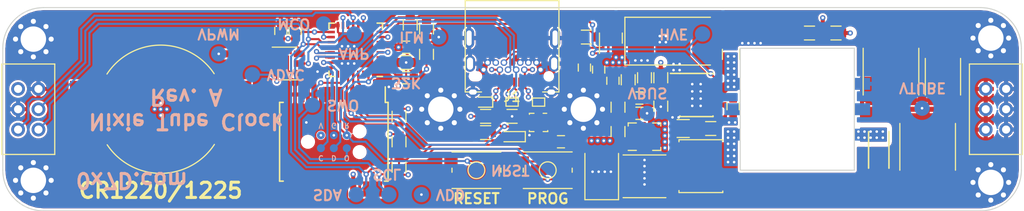
<source format=kicad_pcb>
(kicad_pcb (version 20171130) (host pcbnew "(5.0.0)")

  (general
    (thickness 1.6)
    (drawings 37)
    (tracks 598)
    (zones 0)
    (modules 80)
    (nets 57)
  )

  (page A4)
  (layers
    (0 F.Cu jumper)
    (1 In1.Cu jumper)
    (2 In2.Cu jumper)
    (31 B.Cu signal)
    (34 B.Paste user)
    (35 F.Paste user)
    (36 B.SilkS user)
    (37 F.SilkS user)
    (38 B.Mask user)
    (39 F.Mask user)
    (41 Cmts.User user)
    (44 Edge.Cuts user)
    (45 Margin user)
    (46 B.CrtYd user hide)
    (47 F.CrtYd user hide)
    (48 B.Fab user)
    (49 F.Fab user)
  )

  (setup
    (last_trace_width 0.2)
    (user_trace_width 0.15)
    (user_trace_width 0.2)
    (user_trace_width 0.25)
    (user_trace_width 0.3)
    (user_trace_width 0.4)
    (user_trace_width 0.6)
    (user_trace_width 0.8)
    (user_trace_width 1)
    (trace_clearance 0.127)
    (zone_clearance 0.2)
    (zone_45_only no)
    (trace_min 0.127)
    (segment_width 0.2)
    (edge_width 0.1)
    (via_size 0.508)
    (via_drill 0.254)
    (via_min_size 0.508)
    (via_min_drill 0.254)
    (uvia_size 0.3)
    (uvia_drill 0.1)
    (uvias_allowed no)
    (uvia_min_size 0.2)
    (uvia_min_drill 0.1)
    (pcb_text_width 0.3)
    (pcb_text_size 1.5 1.5)
    (mod_edge_width 0.15)
    (mod_text_size 1 1)
    (mod_text_width 0.15)
    (pad_size 0.9906 0.9906)
    (pad_drill 0.9906)
    (pad_to_mask_clearance 0)
    (aux_axis_origin 0 0)
    (visible_elements 7FF9FFFF)
    (pcbplotparams
      (layerselection 0x010f0_ffffffff)
      (usegerberextensions false)
      (usegerberattributes false)
      (usegerberadvancedattributes false)
      (creategerberjobfile false)
      (excludeedgelayer true)
      (linewidth 0.100000)
      (plotframeref false)
      (viasonmask false)
      (mode 1)
      (useauxorigin false)
      (hpglpennumber 1)
      (hpglpenspeed 20)
      (hpglpendiameter 15.000000)
      (psnegative false)
      (psa4output false)
      (plotreference false)
      (plotvalue false)
      (plotinvisibletext false)
      (padsonsilk false)
      (subtractmaskfromsilk false)
      (outputformat 1)
      (mirror false)
      (drillshape 0)
      (scaleselection 1)
      (outputdirectory "Gerbers/"))
  )

  (net 0 "")
  (net 1 "Net-(Q1-Pad3)")
  (net 2 "Net-(Q1-Pad2)")
  (net 3 "Net-(R1-Pad2)")
  (net 4 "Net-(R6-Pad2)")
  (net 5 "Net-(Q1-Pad1)")
  (net 6 "Net-(C7-Pad1)")
  (net 7 /HV_OUT)
  (net 8 /VBUS)
  (net 9 /VDD)
  (net 10 /VNIXIE)
  (net 11 /SCL)
  (net 12 /SDA)
  (net 13 /HV_EN)
  (net 14 "Net-(R8-Pad2)")
  (net 15 "Net-(R10-Pad2)")
  (net 16 /SWO)
  (net 17 /NRST)
  (net 18 /CC1)
  (net 19 /CC2)
  (net 20 /DAC)
  (net 21 /USB_N)
  (net 22 /USB_P)
  (net 23 "Net-(D4-Pad2)")
  (net 24 /SWDIO)
  (net 25 /SWCLK)
  (net 26 "Net-(L1-Pad1)")
  (net 27 "Net-(L1-Pad2)")
  (net 28 "Net-(R7-Pad1)")
  (net 29 /GND)
  (net 30 /HV_IN)
  (net 31 /USB)
  (net 32 /ILM)
  (net 33 /FAULT)
  (net 34 "Net-(T1-Pad2)")
  (net 35 "Net-(U1-Pad9)")
  (net 36 /RTC)
  (net 37 "Net-(U2-Pad3)")
  (net 38 /32kHz)
  (net 39 "Net-(C5-Pad1)")
  (net 40 "Net-(R16-Pad1)")
  (net 41 /AMP_EN)
  (net 42 "Net-(BT1-Pad1)")
  (net 43 "Net-(C6-Pad1)")
  (net 44 /NIXIE_EN)
  (net 45 "Net-(U1-Pad4)")
  (net 46 "Net-(U2-Pad12)")
  (net 47 /MCO)
  (net 48 "Net-(U2-Pad25)")
  (net 49 "Net-(U2-Pad10)")
  (net 50 "Net-(U2-Pad30)")
  (net 51 "Net-(U2-Pad14)")
  (net 52 /LED)
  (net 53 "Net-(C17-Pad1)")
  (net 54 "Net-(R2-Pad1)")
  (net 55 "Net-(D5-Pad2)")
  (net 56 "Net-(R20-Pad2)")

  (net_class Default "This is the default net class."
    (clearance 0.127)
    (trace_width 0.127)
    (via_dia 0.508)
    (via_drill 0.254)
    (uvia_dia 0.3)
    (uvia_drill 0.1)
    (diff_pair_gap 0.127)
    (diff_pair_width 0.25)
    (add_net /32kHz)
    (add_net /AMP_EN)
    (add_net /CC1)
    (add_net /CC2)
    (add_net /DAC)
    (add_net /FAULT)
    (add_net /GND)
    (add_net /HV_EN)
    (add_net /HV_IN)
    (add_net /ILM)
    (add_net /LED)
    (add_net /MCO)
    (add_net /NIXIE_EN)
    (add_net /NRST)
    (add_net /RTC)
    (add_net /SCL)
    (add_net /SDA)
    (add_net /SWCLK)
    (add_net /SWDIO)
    (add_net /SWO)
    (add_net /USB)
    (add_net /VBUS)
    (add_net /VDD)
    (add_net /VNIXIE)
    (add_net "Net-(BT1-Pad1)")
    (add_net "Net-(C17-Pad1)")
    (add_net "Net-(C5-Pad1)")
    (add_net "Net-(C6-Pad1)")
    (add_net "Net-(C7-Pad1)")
    (add_net "Net-(D4-Pad2)")
    (add_net "Net-(D5-Pad2)")
    (add_net "Net-(L1-Pad1)")
    (add_net "Net-(L1-Pad2)")
    (add_net "Net-(Q1-Pad1)")
    (add_net "Net-(Q1-Pad2)")
    (add_net "Net-(Q1-Pad3)")
    (add_net "Net-(R1-Pad2)")
    (add_net "Net-(R10-Pad2)")
    (add_net "Net-(R16-Pad1)")
    (add_net "Net-(R2-Pad1)")
    (add_net "Net-(R20-Pad2)")
    (add_net "Net-(R6-Pad2)")
    (add_net "Net-(R7-Pad1)")
    (add_net "Net-(R8-Pad2)")
    (add_net "Net-(T1-Pad2)")
    (add_net "Net-(U1-Pad4)")
    (add_net "Net-(U1-Pad9)")
    (add_net "Net-(U2-Pad10)")
    (add_net "Net-(U2-Pad12)")
    (add_net "Net-(U2-Pad14)")
    (add_net "Net-(U2-Pad25)")
    (add_net "Net-(U2-Pad3)")
    (add_net "Net-(U2-Pad30)")
  )

  (net_class HV ""
    (clearance 0.4)
    (trace_width 0.2)
    (via_dia 0.508)
    (via_drill 0.254)
    (uvia_dia 0.3)
    (uvia_drill 0.1)
    (diff_pair_gap 0.127)
    (diff_pair_width 0.25)
    (add_net /HV_OUT)
  )

  (net_class USB ""
    (clearance 0.127)
    (trace_width 0.127)
    (via_dia 0.508)
    (via_drill 0.254)
    (uvia_dia 0.3)
    (uvia_drill 0.1)
    (diff_pair_gap 0.1524)
    (diff_pair_width 0.2)
    (add_net /USB_N)
    (add_net /USB_P)
  )

  (module "Custom Parts:USB_C_Receptacle" locked (layer F.Cu) (tedit 5BB40F55) (tstamp 5BB42E3C)
    (at 150 92.4 180)
    (descr "USB TYPE C, RA RCPT PCB, Hybrid, https://www.amphenolcanada.com/StockAvailabilityPrice.aspx?From=&PartNum=12401548E4%7e2A")
    (tags "USB C Type-C Receptacle Hybrid")
    (path /5B6238BC)
    (attr smd)
    (fp_text reference J1 (at 0 -6.36 180) (layer F.SilkS)
      (effects (font (size 1 1) (thickness 0.15)))
    )
    (fp_text value USB_C_Receptacle (at 0 4 180) (layer F.Fab)
      (effects (font (size 1 1) (thickness 0.15)))
    )
    (fp_line (start -4.6 2.39) (end 4.6 2.39) (layer F.SilkS) (width 0.12))
    (fp_line (start -4.6 3.09) (end 4.6 3.09) (layer F.SilkS) (width 0.12))
    (fp_line (start -4.6 3.09) (end -4.6 -5.9) (layer F.Fab) (width 0.1))
    (fp_line (start -4.6 -5.9) (end 4.6 -5.9) (layer F.Fab) (width 0.1))
    (fp_line (start -4.6 -5.9) (end -3 -5.9) (layer F.SilkS) (width 0.12))
    (fp_line (start -4.6 -5.9) (end -4.6 3.09) (layer F.SilkS) (width 0.12))
    (fp_line (start 4.6 -5.9) (end 4.6 3.09) (layer F.SilkS) (width 0.12))
    (fp_line (start 3 -5.9) (end 4.6 -5.9) (layer F.SilkS) (width 0.12))
    (fp_line (start -4.6 3.09) (end 4.6 3.09) (layer F.Fab) (width 0.1))
    (fp_line (start 4.6 3.09) (end 4.6 -5.9) (layer F.Fab) (width 0.1))
    (fp_text user %R (at 0 0 180) (layer F.Fab)
      (effects (font (size 1 1) (thickness 0.1)))
    )
    (pad S1 thru_hole oval (at 3.845 -5.91 180) (size 1.2 0.9) (drill oval 0.75 0.5) (layers *.Cu *.Mask)
      (net 29 /GND))
    (pad S1 thru_hole oval (at -3.845 -5.91 180) (size 1.2 0.9) (drill oval 0.75 0.5) (layers *.Cu *.Mask)
      (net 29 /GND))
    (pad B11 thru_hole circle (at -2.4 -3.01 180) (size 0.65 0.65) (drill 0.4) (layers *.Cu *.Mask)
      (net 29 /GND))
    (pad B10 thru_hole circle (at -1.6 -3.01 180) (size 0.65 0.65) (drill 0.4) (layers *.Cu *.Mask)
      (net 29 /GND))
    (pad B8 thru_hole circle (at -0.8 -3.01 180) (size 0.65 0.65) (drill 0.4) (layers *.Cu *.Mask)
      (net 29 /GND))
    (pad B5 thru_hole circle (at 0.8 -3.01 180) (size 0.65 0.65) (drill 0.4) (layers *.Cu *.Mask)
      (net 19 /CC2))
    (pad B3 thru_hole circle (at 1.6 -3.01 180) (size 0.65 0.65) (drill 0.4) (layers *.Cu *.Mask)
      (net 29 /GND))
    (pad B2 thru_hole circle (at 2.4 -3.01 180) (size 0.65 0.65) (drill 0.4) (layers *.Cu *.Mask)
      (net 29 /GND))
    (pad B12 thru_hole circle (at -2.8 -3.71 180) (size 0.65 0.65) (drill 0.4) (layers *.Cu *.Mask)
      (net 29 /GND))
    (pad B9 thru_hole circle (at -1.2 -3.71 180) (size 0.65 0.65) (drill 0.4) (layers *.Cu *.Mask)
      (net 8 /VBUS))
    (pad B7 thru_hole circle (at -0.4 -3.71 180) (size 0.65 0.65) (drill 0.4) (layers *.Cu *.Mask)
      (net 21 /USB_N))
    (pad B6 thru_hole circle (at 0.4 -3.71 180) (size 0.65 0.65) (drill 0.4) (layers *.Cu *.Mask)
      (net 22 /USB_P))
    (pad B4 thru_hole circle (at 1.2 -3.71 180) (size 0.65 0.65) (drill 0.4) (layers *.Cu *.Mask)
      (net 8 /VBUS))
    (pad B1 thru_hole circle (at 2.8 -3.71 180) (size 0.65 0.65) (drill 0.4) (layers *.Cu *.Mask)
      (net 29 /GND))
    (pad "" np_thru_hole circle (at -3.6 -4.36 180) (size 0.65 0.65) (drill 0.65) (layers *.Cu *.Mask))
    (pad "" np_thru_hole oval (at 3.6 -4.36 180) (size 0.95 0.65) (drill oval 0.95 0.65) (layers *.Cu *.Mask))
    (pad S1 thru_hole oval (at -4.22 -0.595 180) (size 1 2) (drill oval 0.5 1.5) (layers *.Cu *.Mask)
      (net 29 /GND))
    (pad S1 thru_hole oval (at 4.22 -0.595 180) (size 1 2) (drill oval 0.5 1.5) (layers *.Cu *.Mask)
      (net 29 /GND))
    (pad S1 thru_hole oval (at 4.13 -3.11 180) (size 1 1.6) (drill oval 0.6 1.2) (layers *.Cu *.Mask)
      (net 29 /GND))
    (pad A11 smd rect (at 2.25 -4.93 180) (size 0.3 0.9) (layers F.Cu F.Paste F.Mask)
      (net 29 /GND))
    (pad A8 smd rect (at 0.75 -4.93 180) (size 0.3 0.9) (layers F.Cu F.Paste F.Mask)
      (net 29 /GND))
    (pad A9 smd rect (at 1.25 -4.93 180) (size 0.3 0.9) (layers F.Cu F.Paste F.Mask)
      (net 8 /VBUS))
    (pad A10 smd rect (at 1.75 -4.93 180) (size 0.3 0.9) (layers F.Cu F.Paste F.Mask)
      (net 29 /GND))
    (pad A12 smd rect (at 2.75 -4.93 180) (size 0.3 0.9) (layers F.Cu F.Paste F.Mask)
      (net 29 /GND))
    (pad A7 smd rect (at 0.25 -4.93 180) (size 0.3 0.9) (layers F.Cu F.Paste F.Mask)
      (net 21 /USB_N))
    (pad A6 smd rect (at -0.25 -4.93 180) (size 0.3 0.9) (layers F.Cu F.Paste F.Mask)
      (net 22 /USB_P))
    (pad A5 smd rect (at -0.75 -4.93 180) (size 0.3 0.9) (layers F.Cu F.Paste F.Mask)
      (net 18 /CC1))
    (pad A4 smd rect (at -1.25 -4.93 180) (size 0.3 0.9) (layers F.Cu F.Paste F.Mask)
      (net 8 /VBUS))
    (pad A3 smd rect (at -1.75 -4.93 180) (size 0.3 0.9) (layers F.Cu F.Paste F.Mask)
      (net 29 /GND))
    (pad A2 smd rect (at -2.25 -4.93 180) (size 0.3 0.9) (layers F.Cu F.Paste F.Mask)
      (net 29 /GND))
    (pad A1 smd rect (at -2.75 -4.93 180) (size 0.3 0.9) (layers F.Cu F.Paste F.Mask)
      (net 29 /GND))
    (pad S1 thru_hole oval (at -4.13 -3.11 180) (size 1 1.6) (drill oval 0.6 1.2) (layers *.Cu *.Mask)
      (net 29 /GND))
    (model ${KISYS3DMOD}/Connectors_USB.3dshapes/USB_C_Receptacle_Amphenol_12401548E4-2A.wrl
      (at (xyz 0 0 0))
      (scale (xyz 1 1 1))
      (rotate (xyz 0 0 0))
    )
  )

  (module Resistors_SMD:R_0603 (layer F.Cu) (tedit 5BB3C810) (tstamp 5BB4849E)
    (at 181.8 92.5 180)
    (descr "Resistor SMD 0603, reflow soldering, Vishay (see dcrcw.pdf)")
    (tags "resistor 0603")
    (path /5BB58A31)
    (attr smd)
    (fp_text reference R20 (at 0 -1.45 180) (layer F.SilkS) hide
      (effects (font (size 1 1) (thickness 0.15)))
    )
    (fp_text value 1M (at 0 1.5 180) (layer F.Fab)
      (effects (font (size 1 1) (thickness 0.15)))
    )
    (fp_text user %R (at 0 0 180) (layer F.Fab)
      (effects (font (size 0.4 0.4) (thickness 0.075)))
    )
    (fp_line (start -0.8 0.4) (end -0.8 -0.4) (layer F.Fab) (width 0.1))
    (fp_line (start 0.8 0.4) (end -0.8 0.4) (layer F.Fab) (width 0.1))
    (fp_line (start 0.8 -0.4) (end 0.8 0.4) (layer F.Fab) (width 0.1))
    (fp_line (start -0.8 -0.4) (end 0.8 -0.4) (layer F.Fab) (width 0.1))
    (fp_line (start 0.5 0.68) (end -0.5 0.68) (layer F.SilkS) (width 0.12))
    (fp_line (start -0.5 -0.68) (end 0.5 -0.68) (layer F.SilkS) (width 0.12))
    (fp_line (start -1.25 -0.7) (end 1.25 -0.7) (layer F.CrtYd) (width 0.05))
    (fp_line (start -1.25 -0.7) (end -1.25 0.7) (layer F.CrtYd) (width 0.05))
    (fp_line (start 1.25 0.7) (end 1.25 -0.7) (layer F.CrtYd) (width 0.05))
    (fp_line (start 1.25 0.7) (end -1.25 0.7) (layer F.CrtYd) (width 0.05))
    (pad 1 smd rect (at -0.75 0 180) (size 0.5 0.9) (layers F.Cu F.Paste F.Mask)
      (net 7 /HV_OUT))
    (pad 2 smd rect (at 0.75 0 180) (size 0.5 0.9) (layers F.Cu F.Paste F.Mask)
      (net 56 "Net-(R20-Pad2)"))
    (model ${KISYS3DMOD}/Resistors_SMD.3dshapes/R_0603.wrl
      (at (xyz 0 0 0))
      (scale (xyz 1 1 1))
      (rotate (xyz 0 0 0))
    )
  )

  (module Resistors_SMD:R_0603 (layer F.Cu) (tedit 5BB3C814) (tstamp 5BB480F2)
    (at 179.2 92.5)
    (descr "Resistor SMD 0603, reflow soldering, Vishay (see dcrcw.pdf)")
    (tags "resistor 0603")
    (path /5BB58B15)
    (attr smd)
    (fp_text reference R21 (at 0 -1.45) (layer F.SilkS) hide
      (effects (font (size 1 1) (thickness 0.15)))
    )
    (fp_text value 15k (at 0 1.5) (layer F.Fab)
      (effects (font (size 1 1) (thickness 0.15)))
    )
    (fp_line (start 1.25 0.7) (end -1.25 0.7) (layer F.CrtYd) (width 0.05))
    (fp_line (start 1.25 0.7) (end 1.25 -0.7) (layer F.CrtYd) (width 0.05))
    (fp_line (start -1.25 -0.7) (end -1.25 0.7) (layer F.CrtYd) (width 0.05))
    (fp_line (start -1.25 -0.7) (end 1.25 -0.7) (layer F.CrtYd) (width 0.05))
    (fp_line (start -0.5 -0.68) (end 0.5 -0.68) (layer F.SilkS) (width 0.12))
    (fp_line (start 0.5 0.68) (end -0.5 0.68) (layer F.SilkS) (width 0.12))
    (fp_line (start -0.8 -0.4) (end 0.8 -0.4) (layer F.Fab) (width 0.1))
    (fp_line (start 0.8 -0.4) (end 0.8 0.4) (layer F.Fab) (width 0.1))
    (fp_line (start 0.8 0.4) (end -0.8 0.4) (layer F.Fab) (width 0.1))
    (fp_line (start -0.8 0.4) (end -0.8 -0.4) (layer F.Fab) (width 0.1))
    (fp_text user %R (at 0 0) (layer F.Fab)
      (effects (font (size 0.4 0.4) (thickness 0.075)))
    )
    (pad 2 smd rect (at 0.75 0) (size 0.5 0.9) (layers F.Cu F.Paste F.Mask)
      (net 56 "Net-(R20-Pad2)"))
    (pad 1 smd rect (at -0.75 0) (size 0.5 0.9) (layers F.Cu F.Paste F.Mask)
      (net 29 /GND))
    (model ${KISYS3DMOD}/Resistors_SMD.3dshapes/R_0603.wrl
      (at (xyz 0 0 0))
      (scale (xyz 1 1 1))
      (rotate (xyz 0 0 0))
    )
  )

  (module Housings_DFN_QFN:QFN-32-1EP_5x5mm_Pitch0.5mm (layer F.Cu) (tedit 5BA9CFDF) (tstamp 5BABF1F1)
    (at 134.65 94.15 180)
    (descr "UH Package; 32-Lead Plastic QFN (5mm x 5mm); (see Linear Technology QFN_32_05-08-1693.pdf)")
    (tags "QFN 0.5")
    (path /5B622DF7)
    (attr smd)
    (fp_text reference U2 (at 0 -3.75 180) (layer F.SilkS) hide
      (effects (font (size 1 1) (thickness 0.15)))
    )
    (fp_text value STM32L432K (at 0 3.75 180) (layer F.Fab)
      (effects (font (size 1 1) (thickness 0.15)))
    )
    (fp_line (start 2.625 -2.625) (end 2.1 -2.625) (layer F.SilkS) (width 0.15))
    (fp_line (start 2.625 2.625) (end 2.1 2.625) (layer F.SilkS) (width 0.15))
    (fp_line (start -2.625 2.625) (end -2.1 2.625) (layer F.SilkS) (width 0.15))
    (fp_line (start -2.625 -2.625) (end -2.1 -2.625) (layer F.SilkS) (width 0.15))
    (fp_line (start 2.625 2.625) (end 2.625 2.1) (layer F.SilkS) (width 0.15))
    (fp_line (start -2.625 2.625) (end -2.625 2.1) (layer F.SilkS) (width 0.15))
    (fp_line (start 2.625 -2.625) (end 2.625 -2.1) (layer F.SilkS) (width 0.15))
    (fp_line (start -3 3) (end 3 3) (layer F.CrtYd) (width 0.05))
    (fp_line (start -3 -3) (end 3 -3) (layer F.CrtYd) (width 0.05))
    (fp_line (start 3 -3) (end 3 3) (layer F.CrtYd) (width 0.05))
    (fp_line (start -3 -3) (end -3 3) (layer F.CrtYd) (width 0.05))
    (fp_line (start -2.5 -1.5) (end -1.5 -2.5) (layer F.Fab) (width 0.15))
    (fp_line (start -2.5 2.5) (end -2.5 -1.5) (layer F.Fab) (width 0.15))
    (fp_line (start 2.5 2.5) (end -2.5 2.5) (layer F.Fab) (width 0.15))
    (fp_line (start 2.5 -2.5) (end 2.5 2.5) (layer F.Fab) (width 0.15))
    (fp_line (start -1.5 -2.5) (end 2.5 -2.5) (layer F.Fab) (width 0.15))
    (pad 33 smd rect (at -0.8625 -0.8625 180) (size 1.725 1.725) (layers F.Cu F.Paste F.Mask)
      (net 29 /GND) (solder_paste_margin_ratio -0.2))
    (pad 33 smd rect (at -0.8625 0.8625 180) (size 1.725 1.725) (layers F.Cu F.Paste F.Mask)
      (net 29 /GND) (solder_paste_margin_ratio -0.2))
    (pad 33 smd rect (at 0.8625 -0.8625 180) (size 1.725 1.725) (layers F.Cu F.Paste F.Mask)
      (net 29 /GND) (solder_paste_margin_ratio -0.2))
    (pad 33 smd rect (at 0.8625 0.8625 180) (size 1.725 1.725) (layers F.Cu F.Paste F.Mask)
      (net 29 /GND) (solder_paste_margin_ratio -0.2))
    (pad 32 smd rect (at -1.75 -2.4 270) (size 0.7 0.25) (layers F.Cu F.Paste F.Mask)
      (net 29 /GND))
    (pad 31 smd rect (at -1.25 -2.4 270) (size 0.7 0.25) (layers F.Cu F.Paste F.Mask)
      (net 54 "Net-(R2-Pad1)"))
    (pad 30 smd rect (at -0.75 -2.4 270) (size 0.7 0.25) (layers F.Cu F.Paste F.Mask)
      (net 50 "Net-(U2-Pad30)"))
    (pad 29 smd rect (at -0.25 -2.4 270) (size 0.7 0.25) (layers F.Cu F.Paste F.Mask)
      (net 52 /LED))
    (pad 28 smd rect (at 0.25 -2.4 270) (size 0.7 0.25) (layers F.Cu F.Paste F.Mask)
      (net 36 /RTC))
    (pad 27 smd rect (at 0.75 -2.4 270) (size 0.7 0.25) (layers F.Cu F.Paste F.Mask)
      (net 31 /USB))
    (pad 26 smd rect (at 1.25 -2.4 270) (size 0.7 0.25) (layers F.Cu F.Paste F.Mask)
      (net 16 /SWO))
    (pad 25 smd rect (at 1.75 -2.4 270) (size 0.7 0.25) (layers F.Cu F.Paste F.Mask)
      (net 48 "Net-(U2-Pad25)"))
    (pad 24 smd rect (at 2.4 -1.75 180) (size 0.7 0.25) (layers F.Cu F.Paste F.Mask)
      (net 25 /SWCLK))
    (pad 23 smd rect (at 2.4 -1.25 180) (size 0.7 0.25) (layers F.Cu F.Paste F.Mask)
      (net 24 /SWDIO))
    (pad 22 smd rect (at 2.4 -0.75 180) (size 0.7 0.25) (layers F.Cu F.Paste F.Mask)
      (net 22 /USB_P))
    (pad 21 smd rect (at 2.4 -0.25 180) (size 0.7 0.25) (layers F.Cu F.Paste F.Mask)
      (net 21 /USB_N))
    (pad 20 smd rect (at 2.4 0.25 180) (size 0.7 0.25) (layers F.Cu F.Paste F.Mask)
      (net 12 /SDA))
    (pad 19 smd rect (at 2.4 0.75 180) (size 0.7 0.25) (layers F.Cu F.Paste F.Mask)
      (net 11 /SCL))
    (pad 18 smd rect (at 2.4 1.25 180) (size 0.7 0.25) (layers F.Cu F.Paste F.Mask)
      (net 47 /MCO))
    (pad 17 smd rect (at 2.4 1.75 180) (size 0.7 0.25) (layers F.Cu F.Paste F.Mask)
      (net 9 /VDD))
    (pad 16 smd rect (at 1.75 2.4 270) (size 0.7 0.25) (layers F.Cu F.Paste F.Mask)
      (net 29 /GND))
    (pad 15 smd rect (at 1.25 2.4 270) (size 0.7 0.25) (layers F.Cu F.Paste F.Mask)
      (net 41 /AMP_EN))
    (pad 14 smd rect (at 0.75 2.4 270) (size 0.7 0.25) (layers F.Cu F.Paste F.Mask)
      (net 51 "Net-(U2-Pad14)"))
    (pad 13 smd rect (at 0.25 2.4 270) (size 0.7 0.25) (layers F.Cu F.Paste F.Mask)
      (net 44 /NIXIE_EN))
    (pad 12 smd rect (at -0.25 2.4 270) (size 0.7 0.25) (layers F.Cu F.Paste F.Mask)
      (net 46 "Net-(U2-Pad12)"))
    (pad 11 smd rect (at -0.75 2.4 270) (size 0.7 0.25) (layers F.Cu F.Paste F.Mask)
      (net 20 /DAC))
    (pad 10 smd rect (at -1.25 2.4 270) (size 0.7 0.25) (layers F.Cu F.Paste F.Mask)
      (net 49 "Net-(U2-Pad10)"))
    (pad 9 smd rect (at -1.75 2.4 270) (size 0.7 0.25) (layers F.Cu F.Paste F.Mask)
      (net 33 /FAULT))
    (pad 8 smd rect (at -2.4 1.75 180) (size 0.7 0.25) (layers F.Cu F.Paste F.Mask)
      (net 13 /HV_EN))
    (pad 7 smd rect (at -2.4 1.25 180) (size 0.7 0.25) (layers F.Cu F.Paste F.Mask)
      (net 56 "Net-(R20-Pad2)"))
    (pad 6 smd rect (at -2.4 0.75 180) (size 0.7 0.25) (layers F.Cu F.Paste F.Mask)
      (net 32 /ILM))
    (pad 5 smd rect (at -2.4 0.25 180) (size 0.7 0.25) (layers F.Cu F.Paste F.Mask)
      (net 9 /VDD))
    (pad 4 smd rect (at -2.4 -0.25 180) (size 0.7 0.25) (layers F.Cu F.Paste F.Mask)
      (net 17 /NRST))
    (pad 3 smd rect (at -2.4 -0.75 180) (size 0.7 0.25) (layers F.Cu F.Paste F.Mask)
      (net 37 "Net-(U2-Pad3)"))
    (pad 2 smd rect (at -2.4 -1.25 180) (size 0.7 0.25) (layers F.Cu F.Paste F.Mask)
      (net 38 /32kHz))
    (pad 1 smd rect (at -2.4 -1.75 180) (size 0.7 0.25) (layers F.Cu F.Paste F.Mask)
      (net 9 /VDD))
    (model ${KISYS3DMOD}/Housings_DFN_QFN.3dshapes/QFN-32-1EP_5x5mm_Pitch0.5mm.wrl
      (at (xyz 0 0 0))
      (scale (xyz 1 1 1))
      (rotate (xyz 0 0 0))
    )
  )

  (module "Custom Parts:Inductor_4.1x4.1mm" (layer F.Cu) (tedit 5BB31255) (tstamp 5BB334A6)
    (at 163 106.6 180)
    (descr "Inductor, Taiyo Yuden, NR series, Taiyo-Yuden_NR-40xx, 4.0mmx4.0mm")
    (tags "inductor taiyo-yuden nr smd")
    (path /5B16755A)
    (attr smd)
    (fp_text reference L1 (at 0 -3 180) (layer F.SilkS) hide
      (effects (font (size 1 1) (thickness 0.15)))
    )
    (fp_text value 1uH (at 0 3.5 180) (layer F.Fab)
      (effects (font (size 1 1) (thickness 0.15)))
    )
    (fp_text user %R (at 0 0 180) (layer F.Fab)
      (effects (font (size 1 1) (thickness 0.15)))
    )
    (fp_line (start -2.1 -2.1) (end 2.1 -2.1) (layer F.SilkS) (width 0.12))
    (fp_line (start -2.1 2.1) (end 2.1 2.1) (layer F.SilkS) (width 0.12))
    (fp_line (start -2.25 -2.25) (end -2.25 2.25) (layer F.CrtYd) (width 0.05))
    (fp_line (start -2.25 2.25) (end 2.25 2.25) (layer F.CrtYd) (width 0.05))
    (fp_line (start 2.25 2.25) (end 2.25 -2.25) (layer F.CrtYd) (width 0.05))
    (fp_line (start 2.25 -2.25) (end -2.25 -2.25) (layer F.CrtYd) (width 0.05))
    (fp_line (start -2.05 -2.05) (end -2.05 2.05) (layer F.Fab) (width 0.12))
    (fp_line (start -2.05 2.05) (end 2.05 2.05) (layer F.Fab) (width 0.12))
    (fp_line (start 2.05 2.05) (end 2.05 -2.05) (layer F.Fab) (width 0.12))
    (fp_line (start 2.05 -2.05) (end -2.05 -2.05) (layer F.Fab) (width 0.12))
    (pad 1 smd rect (at -1.2 0 180) (size 1 3.8) (layers F.Cu F.Paste F.Mask)
      (net 26 "Net-(L1-Pad1)"))
    (pad 2 smd rect (at 1.2 0 180) (size 1 3.8) (layers F.Cu F.Paste F.Mask)
      (net 27 "Net-(L1-Pad2)"))
    (model ${KISYS3DMOD}/Inductors_SMD.3dshapes/L_Taiyo-Yuden_NR-40xx.wrl
      (at (xyz 0 0 0))
      (scale (xyz 1 1 1))
      (rotate (xyz 0 0 0))
    )
  )

  (module Measurement_Points:Measurement_Point_Round-SMD-Pad_Small (layer B.Cu) (tedit 5BB09430) (tstamp 5BB15CD7)
    (at 146.5 106)
    (descr "Mesurement Point, Round, SMD Pad, DM 1.5mm,")
    (tags "Mesurement Point Round SMD Pad 1.5mm")
    (path /5BB2EA59)
    (attr virtual)
    (fp_text reference J18 (at 0 2) (layer B.SilkS) hide
      (effects (font (size 1 1) (thickness 0.15)) (justify mirror))
    )
    (fp_text value NRST (at 0 -2) (layer B.Fab)
      (effects (font (size 1 1) (thickness 0.15)) (justify mirror))
    )
    (fp_circle (center 0 0) (end 1 0) (layer B.CrtYd) (width 0.05))
    (pad 1 smd circle (at 0 0) (size 1.5 1.5) (layers B.Cu B.Mask)
      (net 17 /NRST))
  )

  (module Measurement_Points:Measurement_Point_Round-SMD-Pad_Small (layer B.Cu) (tedit 5BADC8A7) (tstamp 5BAE0329)
    (at 130.4 99.6)
    (descr "Mesurement Point, Round, SMD Pad, DM 1.5mm,")
    (tags "Mesurement Point Round SMD Pad 1.5mm")
    (path /5BAE0437)
    (attr virtual)
    (fp_text reference J17 (at 0 2) (layer B.SilkS) hide
      (effects (font (size 1 1) (thickness 0.15)) (justify mirror))
    )
    (fp_text value SWO (at 0 -2) (layer B.Fab)
      (effects (font (size 1 1) (thickness 0.15)) (justify mirror))
    )
    (fp_circle (center 0 0) (end 1 0) (layer B.CrtYd) (width 0.05))
    (pad 1 smd circle (at 0 0) (size 1.5 1.5) (layers B.Cu B.Mask)
      (net 16 /SWO))
  )

  (module Capacitors_SMD:C_0603 (layer F.Cu) (tedit 5BADAEAD) (tstamp 5BB497E8)
    (at 157.1 95.9 270)
    (descr "Capacitor SMD 0603, reflow soldering, AVX (see smccp.pdf)")
    (tags "capacitor 0603")
    (path /5BAFD7B9)
    (attr smd)
    (fp_text reference C17 (at 0 -1.5 270) (layer F.SilkS) hide
      (effects (font (size 1 1) (thickness 0.15)))
    )
    (fp_text value SLEW (at 0 1.5 270) (layer F.Fab)
      (effects (font (size 1 1) (thickness 0.15)))
    )
    (fp_text user %R (at 0 0 270) (layer F.Fab)
      (effects (font (size 0.3 0.3) (thickness 0.075)))
    )
    (fp_line (start -0.8 0.4) (end -0.8 -0.4) (layer F.Fab) (width 0.1))
    (fp_line (start 0.8 0.4) (end -0.8 0.4) (layer F.Fab) (width 0.1))
    (fp_line (start 0.8 -0.4) (end 0.8 0.4) (layer F.Fab) (width 0.1))
    (fp_line (start -0.8 -0.4) (end 0.8 -0.4) (layer F.Fab) (width 0.1))
    (fp_line (start -0.35 -0.6) (end 0.35 -0.6) (layer F.SilkS) (width 0.12))
    (fp_line (start 0.35 0.6) (end -0.35 0.6) (layer F.SilkS) (width 0.12))
    (fp_line (start -1.4 -0.65) (end 1.4 -0.65) (layer F.CrtYd) (width 0.05))
    (fp_line (start -1.4 -0.65) (end -1.4 0.65) (layer F.CrtYd) (width 0.05))
    (fp_line (start 1.4 0.65) (end 1.4 -0.65) (layer F.CrtYd) (width 0.05))
    (fp_line (start 1.4 0.65) (end -1.4 0.65) (layer F.CrtYd) (width 0.05))
    (pad 1 smd rect (at -0.75 0 270) (size 0.8 0.75) (layers F.Cu F.Paste F.Mask)
      (net 53 "Net-(C17-Pad1)"))
    (pad 2 smd rect (at 0.75 0 270) (size 0.8 0.75) (layers F.Cu F.Paste F.Mask)
      (net 29 /GND))
    (model Capacitors_SMD.3dshapes/C_0603.wrl
      (at (xyz 0 0 0))
      (scale (xyz 1 1 1))
      (rotate (xyz 0 0 0))
    )
  )

  (module "Custom Parts:CR1220_Holder" (layer F.Cu) (tedit 5BAD23CD) (tstamp 5BA0C870)
    (at 115.5 100)
    (path /5BA7F4A1)
    (fp_text reference BT1 (at 0 -6) (layer F.SilkS) hide
      (effects (font (size 1 1) (thickness 0.15)))
    )
    (fp_text value CR1620 (at 0 6) (layer F.Fab)
      (effects (font (size 1 1) (thickness 0.15)))
    )
    (fp_arc (start 0 0) (end -5.25 3.499999) (angle -113) (layer F.SilkS) (width 0.12))
    (fp_arc (start 0 0) (end 5.25 -3.499999) (angle -113) (layer F.SilkS) (width 0.12))
    (fp_line (start -7 4) (end -7 -4) (layer F.Fab) (width 0.1))
    (fp_line (start 7 4) (end 7 -4) (layer F.Fab) (width 0.1))
    (fp_line (start -7 -4) (end -6 -5) (layer F.Fab) (width 0.1))
    (fp_line (start -6 -5) (end 6 -5) (layer F.Fab) (width 0.1))
    (fp_line (start 6 -5) (end 7 -4) (layer F.Fab) (width 0.1))
    (fp_arc (start 0.000001 9.999999) (end 4 5) (angle -77.3) (layer F.Fab) (width 0.1))
    (fp_line (start 4 5) (end 5 5) (layer F.Fab) (width 0.1))
    (fp_line (start 5 5) (end 6 5) (layer F.Fab) (width 0.1))
    (fp_line (start 6 5) (end 7 4) (layer F.Fab) (width 0.1))
    (fp_line (start -4 5) (end -6 5) (layer F.Fab) (width 0.1))
    (fp_line (start -6 5) (end -7 4) (layer F.Fab) (width 0.1))
    (pad 1 smd circle (at 0 0) (size 10.2 10.2) (layers F.Cu F.Mask)
      (net 42 "Net-(BT1-Pad1)") (clearance 0.5))
    (pad 2 smd rect (at -7.65 1.55) (size 2.5 2.5) (layers F.Cu F.Paste F.Mask)
      (net 29 /GND))
    (pad 2 smd rect (at -7.65 -1.55) (size 2.5 2.5) (layers F.Cu F.Paste F.Mask)
      (net 29 /GND))
    (pad 2 smd rect (at 7.65 1.55) (size 2.5 2.5) (layers F.Cu F.Paste F.Mask)
      (net 29 /GND))
    (pad 2 smd rect (at 7.65 -1.55) (size 2.5 2.5) (layers F.Cu F.Paste F.Mask)
      (net 29 /GND))
  )

  (module LEDs:LED_0603 (layer F.Cu) (tedit 5BAD15AF) (tstamp 5BB42ECB)
    (at 150 102.7 180)
    (descr "LED 0603 smd package")
    (tags "LED led 0603 SMD smd SMT smt smdled SMDLED smtled SMTLED")
    (path /5BADCAA0)
    (attr smd)
    (fp_text reference D5 (at 0 -1.25 180) (layer F.SilkS) hide
      (effects (font (size 1 1) (thickness 0.15)))
    )
    (fp_text value LED (at 0 1.35 180) (layer F.Fab)
      (effects (font (size 1 1) (thickness 0.15)))
    )
    (fp_line (start -1.45 -0.65) (end 1.45 -0.65) (layer F.CrtYd) (width 0.05))
    (fp_line (start -1.45 0.65) (end -1.45 -0.65) (layer F.CrtYd) (width 0.05))
    (fp_line (start 1.45 0.65) (end -1.45 0.65) (layer F.CrtYd) (width 0.05))
    (fp_line (start 1.45 -0.65) (end 1.45 0.65) (layer F.CrtYd) (width 0.05))
    (fp_line (start -1.3 -0.5) (end 0.8 -0.5) (layer F.SilkS) (width 0.12))
    (fp_line (start -1.3 0.5) (end 0.8 0.5) (layer F.SilkS) (width 0.12))
    (fp_line (start -0.8 0.4) (end -0.8 -0.4) (layer F.Fab) (width 0.1))
    (fp_line (start -0.8 -0.4) (end 0.8 -0.4) (layer F.Fab) (width 0.1))
    (fp_line (start 0.8 -0.4) (end 0.8 0.4) (layer F.Fab) (width 0.1))
    (fp_line (start 0.8 0.4) (end -0.8 0.4) (layer F.Fab) (width 0.1))
    (fp_line (start 0.15 -0.2) (end 0.15 0.2) (layer F.Fab) (width 0.1))
    (fp_line (start 0.15 0.2) (end -0.15 0) (layer F.Fab) (width 0.1))
    (fp_line (start -0.15 0) (end 0.15 -0.2) (layer F.Fab) (width 0.1))
    (fp_line (start -0.2 -0.2) (end -0.2 0.2) (layer F.Fab) (width 0.1))
    (fp_line (start -1.3 -0.5) (end -1.3 0.5) (layer F.SilkS) (width 0.12))
    (pad 1 smd rect (at -0.8 0) (size 0.8 0.8) (layers F.Cu F.Paste F.Mask)
      (net 29 /GND))
    (pad 2 smd rect (at 0.8 0) (size 0.8 0.8) (layers F.Cu F.Paste F.Mask)
      (net 55 "Net-(D5-Pad2)"))
    (model ${KISYS3DMOD}/LEDs.3dshapes/LED_0603.wrl
      (at (xyz 0 0 0))
      (scale (xyz 1 1 1))
      (rotate (xyz 0 0 180))
    )
  )

  (module Resistors_SMD:R_0603 (layer F.Cu) (tedit 5BAD15B2) (tstamp 5BB428B3)
    (at 147.4 102.3)
    (descr "Resistor SMD 0603, reflow soldering, Vishay (see dcrcw.pdf)")
    (tags "resistor 0603")
    (path /5BADE6EA)
    (attr smd)
    (fp_text reference R13 (at 0 -1.45) (layer F.SilkS) hide
      (effects (font (size 1 1) (thickness 0.15)))
    )
    (fp_text value 10k (at 0 1.5) (layer F.Fab)
      (effects (font (size 1 1) (thickness 0.15)))
    )
    (fp_line (start 1.25 0.7) (end -1.25 0.7) (layer F.CrtYd) (width 0.05))
    (fp_line (start 1.25 0.7) (end 1.25 -0.7) (layer F.CrtYd) (width 0.05))
    (fp_line (start -1.25 -0.7) (end -1.25 0.7) (layer F.CrtYd) (width 0.05))
    (fp_line (start -1.25 -0.7) (end 1.25 -0.7) (layer F.CrtYd) (width 0.05))
    (fp_line (start -0.5 -0.68) (end 0.5 -0.68) (layer F.SilkS) (width 0.12))
    (fp_line (start 0.5 0.68) (end -0.5 0.68) (layer F.SilkS) (width 0.12))
    (fp_line (start -0.8 -0.4) (end 0.8 -0.4) (layer F.Fab) (width 0.1))
    (fp_line (start 0.8 -0.4) (end 0.8 0.4) (layer F.Fab) (width 0.1))
    (fp_line (start 0.8 0.4) (end -0.8 0.4) (layer F.Fab) (width 0.1))
    (fp_line (start -0.8 0.4) (end -0.8 -0.4) (layer F.Fab) (width 0.1))
    (fp_text user %R (at 0 0) (layer F.Fab)
      (effects (font (size 0.4 0.4) (thickness 0.075)))
    )
    (pad 2 smd rect (at 0.75 0) (size 0.5 0.9) (layers F.Cu F.Paste F.Mask)
      (net 55 "Net-(D5-Pad2)"))
    (pad 1 smd rect (at -0.75 0) (size 0.5 0.9) (layers F.Cu F.Paste F.Mask)
      (net 52 /LED))
    (model ${KISYS3DMOD}/Resistors_SMD.3dshapes/R_0603.wrl
      (at (xyz 0 0 0))
      (scale (xyz 1 1 1))
      (rotate (xyz 0 0 0))
    )
  )

  (module Capacitors_SMD:C_0603 (layer F.Cu) (tedit 5BA9CFDB) (tstamp 5BABF29F)
    (at 139.6 96.9)
    (descr "Capacitor SMD 0603, reflow soldering, AVX (see smccp.pdf)")
    (tags "capacitor 0603")
    (path /5BBA51A2)
    (attr smd)
    (fp_text reference C12 (at 0 -1.5) (layer F.SilkS) hide
      (effects (font (size 1 1) (thickness 0.15)))
    )
    (fp_text value 0.1uF (at 0 1.5) (layer F.Fab)
      (effects (font (size 1 1) (thickness 0.15)))
    )
    (fp_text user %R (at 0 0) (layer F.Fab)
      (effects (font (size 0.3 0.3) (thickness 0.075)))
    )
    (fp_line (start -0.8 0.4) (end -0.8 -0.4) (layer F.Fab) (width 0.1))
    (fp_line (start 0.8 0.4) (end -0.8 0.4) (layer F.Fab) (width 0.1))
    (fp_line (start 0.8 -0.4) (end 0.8 0.4) (layer F.Fab) (width 0.1))
    (fp_line (start -0.8 -0.4) (end 0.8 -0.4) (layer F.Fab) (width 0.1))
    (fp_line (start -0.35 -0.6) (end 0.35 -0.6) (layer F.SilkS) (width 0.12))
    (fp_line (start 0.35 0.6) (end -0.35 0.6) (layer F.SilkS) (width 0.12))
    (fp_line (start -1.4 -0.65) (end 1.4 -0.65) (layer F.CrtYd) (width 0.05))
    (fp_line (start -1.4 -0.65) (end -1.4 0.65) (layer F.CrtYd) (width 0.05))
    (fp_line (start 1.4 0.65) (end 1.4 -0.65) (layer F.CrtYd) (width 0.05))
    (fp_line (start 1.4 0.65) (end -1.4 0.65) (layer F.CrtYd) (width 0.05))
    (pad 1 smd rect (at -0.75 0) (size 0.8 0.75) (layers F.Cu F.Paste F.Mask)
      (net 9 /VDD))
    (pad 2 smd rect (at 0.75 0) (size 0.8 0.75) (layers F.Cu F.Paste F.Mask)
      (net 29 /GND))
    (model Capacitors_SMD.3dshapes/C_0603.wrl
      (at (xyz 0 0 0))
      (scale (xyz 1 1 1))
      (rotate (xyz 0 0 0))
    )
  )

  (module Capacitors_SMD:C_0603 (layer F.Cu) (tedit 5BAB323C) (tstamp 5BB4EC97)
    (at 139.6 93.9)
    (descr "Capacitor SMD 0603, reflow soldering, AVX (see smccp.pdf)")
    (tags "capacitor 0603")
    (path /5BBA50C7)
    (attr smd)
    (fp_text reference C13 (at 0 -1.5) (layer F.SilkS) hide
      (effects (font (size 1 1) (thickness 0.15)))
    )
    (fp_text value 4.7uF (at 0 1.5) (layer F.Fab)
      (effects (font (size 1 1) (thickness 0.15)))
    )
    (fp_line (start 1.4 0.65) (end -1.4 0.65) (layer F.CrtYd) (width 0.05))
    (fp_line (start 1.4 0.65) (end 1.4 -0.65) (layer F.CrtYd) (width 0.05))
    (fp_line (start -1.4 -0.65) (end -1.4 0.65) (layer F.CrtYd) (width 0.05))
    (fp_line (start -1.4 -0.65) (end 1.4 -0.65) (layer F.CrtYd) (width 0.05))
    (fp_line (start 0.35 0.6) (end -0.35 0.6) (layer F.SilkS) (width 0.12))
    (fp_line (start -0.35 -0.6) (end 0.35 -0.6) (layer F.SilkS) (width 0.12))
    (fp_line (start -0.8 -0.4) (end 0.8 -0.4) (layer F.Fab) (width 0.1))
    (fp_line (start 0.8 -0.4) (end 0.8 0.4) (layer F.Fab) (width 0.1))
    (fp_line (start 0.8 0.4) (end -0.8 0.4) (layer F.Fab) (width 0.1))
    (fp_line (start -0.8 0.4) (end -0.8 -0.4) (layer F.Fab) (width 0.1))
    (fp_text user %R (at 0 0) (layer F.Fab)
      (effects (font (size 0.3 0.3) (thickness 0.075)))
    )
    (pad 2 smd rect (at 0.75 0) (size 0.8 0.75) (layers F.Cu F.Paste F.Mask)
      (net 29 /GND))
    (pad 1 smd rect (at -0.75 0) (size 0.8 0.75) (layers F.Cu F.Paste F.Mask)
      (net 9 /VDD))
    (model Capacitors_SMD.3dshapes/C_0603.wrl
      (at (xyz 0 0 0))
      (scale (xyz 1 1 1))
      (rotate (xyz 0 0 0))
    )
  )

  (module "Tag Connect:TC2030-MCP-NL" (layer B.Cu) (tedit 5BAE6009) (tstamp 5BADD7EE)
    (at 132.5 103.2)
    (descr http://www.tag-connect.com/Materials/TC2030-MCP-NL%20PCB%20Footprint.pdf)
    (path /5B693D84)
    (fp_text reference J2 (at 0 4.064) (layer B.SilkS) hide
      (effects (font (size 1.524 1.524) (thickness 0.3048)) (justify mirror))
    )
    (fp_text value SWD (at 0 -3.048) (layer B.SilkS) hide
      (effects (font (size 1.524 1.524) (thickness 0.3048)) (justify mirror))
    )
    (pad "" np_thru_hole circle (at 2.54 -1.016) (size 0.9906 0.9906) (drill 0.9906) (layers *.Cu *.Mask))
    (pad "" np_thru_hole circle (at 2.54 1.016) (size 0.9906 0.9906) (drill 0.9906) (layers *.Cu *.Mask))
    (pad "" np_thru_hole circle (at -2.54 0) (size 0.9906 0.9906) (drill 0.9906) (layers *.Cu *.Mask))
    (pad 6 smd circle (at 1.27 0.635) (size 0.7874 0.7874) (layers B.Cu B.Mask)
      (net 16 /SWO))
    (pad 5 smd circle (at 1.27 -0.635) (size 0.7874 0.7874) (layers B.Cu B.Mask)
      (net 17 /NRST))
    (pad 4 smd circle (at 0 0.635) (size 0.7874 0.7874) (layers B.Cu B.Mask)
      (net 24 /SWDIO))
    (pad 3 smd circle (at 0 -0.635) (size 0.7874 0.7874) (layers B.Cu B.Mask)
      (net 29 /GND))
    (pad 2 smd circle (at -1.27 0.635) (size 0.7874 0.7874) (layers B.Cu B.Mask)
      (net 25 /SWCLK))
    (pad 1 smd circle (at -1.27 -0.635) (size 0.7874 0.7874) (layers B.Cu B.Mask)
      (net 9 /VDD))
  )

  (module Measurement_Points:Measurement_Point_Round-SMD-Pad_Small (layer B.Cu) (tedit 5BAD05B1) (tstamp 5BB4BAA3)
    (at 163.25 100.4)
    (descr "Mesurement Point, Round, SMD Pad, DM 1.5mm,")
    (tags "Mesurement Point Round SMD Pad 1.5mm")
    (path /5BAD1FCF)
    (attr virtual)
    (fp_text reference J16 (at 0 2) (layer B.SilkS) hide
      (effects (font (size 1 1) (thickness 0.15)) (justify mirror))
    )
    (fp_text value VBUS (at 0 -2) (layer B.Fab)
      (effects (font (size 1 1) (thickness 0.15)) (justify mirror))
    )
    (fp_circle (center 0 0) (end 1 0) (layer B.CrtYd) (width 0.05))
    (pad 1 smd circle (at 0 0) (size 1.5 1.5) (layers B.Cu B.Mask)
      (net 8 /VBUS))
  )

  (module Housings_SOIC:SOIC-16W_7.5x10.3mm_Pitch1.27mm (layer F.Cu) (tedit 5BAB2AB6) (tstamp 5BADD5F4)
    (at 132.5 103.2 270)
    (descr "16-Lead Plastic Small Outline (SO) - Wide, 7.50 mm Body [SOIC] (see Microchip Packaging Specification 00000049BS.pdf)")
    (tags "SOIC 1.27")
    (path /5BAADC28)
    (attr smd)
    (fp_text reference U4 (at 0 -6.25 270) (layer F.SilkS) hide
      (effects (font (size 1 1) (thickness 0.15)))
    )
    (fp_text value DS3231 (at 0 6.25 270) (layer F.Fab)
      (effects (font (size 1 1) (thickness 0.15)))
    )
    (fp_text user %R (at 0 0 270) (layer F.Fab)
      (effects (font (size 1 1) (thickness 0.15)))
    )
    (fp_line (start -2.75 -5.15) (end 3.75 -5.15) (layer F.Fab) (width 0.15))
    (fp_line (start 3.75 -5.15) (end 3.75 5.15) (layer F.Fab) (width 0.15))
    (fp_line (start 3.75 5.15) (end -3.75 5.15) (layer F.Fab) (width 0.15))
    (fp_line (start -3.75 5.15) (end -3.75 -4.15) (layer F.Fab) (width 0.15))
    (fp_line (start -3.75 -4.15) (end -2.75 -5.15) (layer F.Fab) (width 0.15))
    (fp_line (start -5.65 -5.5) (end -5.65 5.5) (layer F.CrtYd) (width 0.05))
    (fp_line (start 5.65 -5.5) (end 5.65 5.5) (layer F.CrtYd) (width 0.05))
    (fp_line (start -5.65 -5.5) (end 5.65 -5.5) (layer F.CrtYd) (width 0.05))
    (fp_line (start -5.65 5.5) (end 5.65 5.5) (layer F.CrtYd) (width 0.05))
    (fp_line (start -3.875 -5.325) (end -3.875 -5.05) (layer F.SilkS) (width 0.15))
    (fp_line (start 3.875 -5.325) (end 3.875 -4.97) (layer F.SilkS) (width 0.15))
    (fp_line (start 3.875 5.325) (end 3.875 4.97) (layer F.SilkS) (width 0.15))
    (fp_line (start -3.875 5.325) (end -3.875 4.97) (layer F.SilkS) (width 0.15))
    (fp_line (start -3.875 -5.325) (end 3.875 -5.325) (layer F.SilkS) (width 0.15))
    (fp_line (start -3.875 5.325) (end 3.875 5.325) (layer F.SilkS) (width 0.15))
    (fp_line (start -3.875 -5.05) (end -5.4 -5.05) (layer F.SilkS) (width 0.15))
    (pad 1 smd rect (at -4.65 -4.445 270) (size 1.5 0.6) (layers F.Cu F.Paste F.Mask)
      (net 38 /32kHz))
    (pad 2 smd rect (at -4.65 -3.175 270) (size 1.5 0.6) (layers F.Cu F.Paste F.Mask)
      (net 9 /VDD))
    (pad 3 smd rect (at -4.65 -1.905 270) (size 1.5 0.6) (layers F.Cu F.Paste F.Mask)
      (net 36 /RTC))
    (pad 4 smd rect (at -4.65 -0.635 270) (size 1.5 0.6) (layers F.Cu F.Paste F.Mask)
      (net 17 /NRST))
    (pad 5 smd rect (at -4.65 0.635 270) (size 1.5 0.6) (layers F.Cu F.Paste F.Mask)
      (net 29 /GND))
    (pad 6 smd rect (at -4.65 1.905 270) (size 1.5 0.6) (layers F.Cu F.Paste F.Mask)
      (net 29 /GND))
    (pad 7 smd rect (at -4.65 3.175 270) (size 1.5 0.6) (layers F.Cu F.Paste F.Mask)
      (net 29 /GND))
    (pad 8 smd rect (at -4.65 4.445 270) (size 1.5 0.6) (layers F.Cu F.Paste F.Mask)
      (net 29 /GND))
    (pad 9 smd rect (at 4.65 4.445 270) (size 1.5 0.6) (layers F.Cu F.Paste F.Mask)
      (net 29 /GND))
    (pad 10 smd rect (at 4.65 3.175 270) (size 1.5 0.6) (layers F.Cu F.Paste F.Mask)
      (net 29 /GND))
    (pad 11 smd rect (at 4.65 1.905 270) (size 1.5 0.6) (layers F.Cu F.Paste F.Mask)
      (net 29 /GND))
    (pad 12 smd rect (at 4.65 0.635 270) (size 1.5 0.6) (layers F.Cu F.Paste F.Mask)
      (net 29 /GND))
    (pad 13 smd rect (at 4.65 -0.635 270) (size 1.5 0.6) (layers F.Cu F.Paste F.Mask)
      (net 29 /GND))
    (pad 14 smd rect (at 4.65 -1.905 270) (size 1.5 0.6) (layers F.Cu F.Paste F.Mask)
      (net 42 "Net-(BT1-Pad1)"))
    (pad 15 smd rect (at 4.65 -3.175 270) (size 1.5 0.6) (layers F.Cu F.Paste F.Mask)
      (net 12 /SDA))
    (pad 16 smd rect (at 4.65 -4.445 270) (size 1.5 0.6) (layers F.Cu F.Paste F.Mask)
      (net 11 /SCL))
    (model ${KISYS3DMOD}/Housings_SOIC.3dshapes/SOIC-16W_7.5x10.3mm_Pitch1.27mm.wrl
      (at (xyz 0 0 0))
      (scale (xyz 1 1 1))
      (rotate (xyz 0 0 0))
    )
  )

  (module Resistors_SMD:R_0603 (layer F.Cu) (tedit 5BA9CFAF) (tstamp 5BACB566)
    (at 150 100.7)
    (descr "Resistor SMD 0603, reflow soldering, Vishay (see dcrcw.pdf)")
    (tags "resistor 0603")
    (path /5B096154)
    (attr smd)
    (fp_text reference R1 (at 0 -1.45) (layer F.SilkS) hide
      (effects (font (size 1 1) (thickness 0.15)))
    )
    (fp_text value 900k (at 0 1.5) (layer F.Fab)
      (effects (font (size 1 1) (thickness 0.15)))
    )
    (fp_text user %R (at 0 0) (layer F.Fab)
      (effects (font (size 0.4 0.4) (thickness 0.075)))
    )
    (fp_line (start -0.8 0.4) (end -0.8 -0.4) (layer F.Fab) (width 0.1))
    (fp_line (start 0.8 0.4) (end -0.8 0.4) (layer F.Fab) (width 0.1))
    (fp_line (start 0.8 -0.4) (end 0.8 0.4) (layer F.Fab) (width 0.1))
    (fp_line (start -0.8 -0.4) (end 0.8 -0.4) (layer F.Fab) (width 0.1))
    (fp_line (start 0.5 0.68) (end -0.5 0.68) (layer F.SilkS) (width 0.12))
    (fp_line (start -0.5 -0.68) (end 0.5 -0.68) (layer F.SilkS) (width 0.12))
    (fp_line (start -1.25 -0.7) (end 1.25 -0.7) (layer F.CrtYd) (width 0.05))
    (fp_line (start -1.25 -0.7) (end -1.25 0.7) (layer F.CrtYd) (width 0.05))
    (fp_line (start 1.25 0.7) (end 1.25 -0.7) (layer F.CrtYd) (width 0.05))
    (fp_line (start 1.25 0.7) (end -1.25 0.7) (layer F.CrtYd) (width 0.05))
    (pad 1 smd rect (at -0.75 0) (size 0.5 0.9) (layers F.Cu F.Paste F.Mask)
      (net 8 /VBUS))
    (pad 2 smd rect (at 0.75 0) (size 0.5 0.9) (layers F.Cu F.Paste F.Mask)
      (net 3 "Net-(R1-Pad2)"))
    (model ${KISYS3DMOD}/Resistors_SMD.3dshapes/R_0603.wrl
      (at (xyz 0 0 0))
      (scale (xyz 1 1 1))
      (rotate (xyz 0 0 0))
    )
  )

  (module Measurement_Points:Measurement_Point_Round-SMD-Pad_Small (layer B.Cu) (tedit 5BAB1C23) (tstamp 5BAC0042)
    (at 121.2 94.55)
    (descr "Mesurement Point, Round, SMD Pad, DM 1.5mm,")
    (tags "Mesurement Point Round SMD Pad 1.5mm")
    (path /5BAF3226)
    (attr virtual)
    (fp_text reference J15 (at 0 2) (layer B.SilkS) hide
      (effects (font (size 1 1) (thickness 0.15)) (justify mirror))
    )
    (fp_text value VNIXIE (at 0 -2) (layer B.Fab)
      (effects (font (size 1 1) (thickness 0.15)) (justify mirror))
    )
    (fp_circle (center 0 0) (end 1 0) (layer B.CrtYd) (width 0.05))
    (pad 1 smd circle (at 0 0) (size 1.5 1.5) (layers B.Cu B.Mask)
      (net 10 /VNIXIE))
  )

  (module Measurement_Points:Measurement_Point_Round-SMD-Pad_Small (layer B.Cu) (tedit 5BAB0F2B) (tstamp 5BB1405F)
    (at 134.7 108.4)
    (descr "Mesurement Point, Round, SMD Pad, DM 1.5mm,")
    (tags "Mesurement Point Round SMD Pad 1.5mm")
    (path /5BAC80D4)
    (attr virtual)
    (fp_text reference J12 (at 0 2) (layer B.SilkS) hide
      (effects (font (size 1 1) (thickness 0.15)) (justify mirror))
    )
    (fp_text value SDA (at 0 -2) (layer B.Fab)
      (effects (font (size 1 1) (thickness 0.15)) (justify mirror))
    )
    (fp_circle (center 0 0) (end 1 0) (layer B.CrtYd) (width 0.05))
    (pad 1 smd circle (at 0 0) (size 1.5 1.5) (layers B.Cu B.Mask)
      (net 12 /SDA))
  )

  (module Measurement_Points:Measurement_Point_Round-SMD-Pad_Small (layer B.Cu) (tedit 5BAB0F2D) (tstamp 5BAC7B0E)
    (at 137.9 108.4)
    (descr "Mesurement Point, Round, SMD Pad, DM 1.5mm,")
    (tags "Mesurement Point Round SMD Pad 1.5mm")
    (path /5BAC8048)
    (attr virtual)
    (fp_text reference J11 (at 0 2) (layer B.SilkS) hide
      (effects (font (size 1 1) (thickness 0.15)) (justify mirror))
    )
    (fp_text value SCL (at 0 -2) (layer B.Fab)
      (effects (font (size 1 1) (thickness 0.15)) (justify mirror))
    )
    (fp_circle (center 0 0) (end 1 0) (layer B.CrtYd) (width 0.05))
    (pad 1 smd circle (at 0 0) (size 1.5 1.5) (layers B.Cu B.Mask)
      (net 11 /SCL))
  )

  (module Measurement_Points:Measurement_Point_Round-SMD-Pad_Small (layer B.Cu) (tedit 5BAB0F33) (tstamp 5BACF3A0)
    (at 124.5 96.6)
    (descr "Mesurement Point, Round, SMD Pad, DM 1.5mm,")
    (tags "Mesurement Point Round SMD Pad 1.5mm")
    (path /5BAB0421)
    (attr virtual)
    (fp_text reference J13 (at 0 2) (layer B.SilkS) hide
      (effects (font (size 1 1) (thickness 0.15)) (justify mirror))
    )
    (fp_text value DAC (at 0 -2) (layer B.Fab)
      (effects (font (size 1 1) (thickness 0.15)) (justify mirror))
    )
    (fp_circle (center 0 0) (end 1 0) (layer B.CrtYd) (width 0.05))
    (pad 1 smd circle (at 0 0) (size 1.5 1.5) (layers B.Cu B.Mask)
      (net 20 /DAC))
  )

  (module Measurement_Points:Measurement_Point_Round-SMD-Pad_Small (layer B.Cu) (tedit 5BAB0F30) (tstamp 5BAB1E73)
    (at 141.1 108.4)
    (descr "Mesurement Point, Round, SMD Pad, DM 1.5mm,")
    (tags "Mesurement Point Round SMD Pad 1.5mm")
    (path /5BAB2A61)
    (attr virtual)
    (fp_text reference J14 (at 0 2) (layer B.SilkS) hide
      (effects (font (size 1 1) (thickness 0.15)) (justify mirror))
    )
    (fp_text value VDD (at 0 -2) (layer B.Fab)
      (effects (font (size 1 1) (thickness 0.15)) (justify mirror))
    )
    (fp_circle (center 0 0) (end 1 0) (layer B.CrtYd) (width 0.05))
    (pad 1 smd circle (at 0 0) (size 1.5 1.5) (layers B.Cu B.Mask)
      (net 9 /VDD))
  )

  (module Measurement_Points:Measurement_Point_Round-SMD-Pad_Small (layer B.Cu) (tedit 5BA9D071) (tstamp 5BAE6F02)
    (at 139.6 95.4)
    (descr "Mesurement Point, Round, SMD Pad, DM 1.5mm,")
    (tags "Mesurement Point Round SMD Pad 1.5mm")
    (path /5BAC8BC2)
    (attr virtual)
    (fp_text reference J10 (at 0 2) (layer B.SilkS) hide
      (effects (font (size 1 1) (thickness 0.15)) (justify mirror))
    )
    (fp_text value 32kHz (at 0 -2) (layer B.Fab)
      (effects (font (size 1 1) (thickness 0.15)) (justify mirror))
    )
    (fp_circle (center 0 0) (end 1 0) (layer B.CrtYd) (width 0.05))
    (pad 1 smd circle (at 0 0) (size 1.5 1.5) (layers B.Cu B.Mask)
      (net 38 /32kHz))
  )

  (module Measurement_Points:Measurement_Point_Round-SMD-Pad_Small (layer B.Cu) (tedit 5BA9D06E) (tstamp 5BAC7C63)
    (at 134.5 92.6)
    (descr "Mesurement Point, Round, SMD Pad, DM 1.5mm,")
    (tags "Mesurement Point Round SMD Pad 1.5mm")
    (path /5BAC83B4)
    (attr virtual)
    (fp_text reference J9 (at 0 2) (layer B.SilkS) hide
      (effects (font (size 1 1) (thickness 0.15)) (justify mirror))
    )
    (fp_text value AMP_EN (at 0 -2) (layer B.Fab)
      (effects (font (size 1 1) (thickness 0.15)) (justify mirror))
    )
    (fp_circle (center 0 0) (end 1 0) (layer B.CrtYd) (width 0.05))
    (pad 1 smd circle (at 0 0) (size 1.5 1.5) (layers B.Cu B.Mask)
      (net 41 /AMP_EN))
  )

  (module Measurement_Points:Measurement_Point_Round-SMD-Pad_Small (layer B.Cu) (tedit 5BA9CFF6) (tstamp 5BAE6B14)
    (at 190.25 99.9)
    (descr "Mesurement Point, Round, SMD Pad, DM 1.5mm,")
    (tags "Mesurement Point Round SMD Pad 1.5mm")
    (path /5BAB35ED)
    (attr virtual)
    (fp_text reference J8 (at 0 2) (layer B.SilkS) hide
      (effects (font (size 1 1) (thickness 0.15)) (justify mirror))
    )
    (fp_text value HV_OUT (at 0 -2) (layer B.Fab)
      (effects (font (size 1 1) (thickness 0.15)) (justify mirror))
    )
    (fp_circle (center 0 0) (end 1 0) (layer B.CrtYd) (width 0.05))
    (pad 1 smd circle (at 0 0) (size 1.5 1.5) (layers B.Cu B.Mask)
      (net 7 /HV_OUT))
  )

  (module Measurement_Points:Measurement_Point_Round-SMD-Pad_Small (layer B.Cu) (tedit 5BA9D078) (tstamp 5BAAA8E0)
    (at 168.7 92.6)
    (descr "Mesurement Point, Round, SMD Pad, DM 1.5mm,")
    (tags "Mesurement Point Round SMD Pad 1.5mm")
    (path /5BA9F87B)
    (attr virtual)
    (fp_text reference J7 (at 0 2) (layer B.SilkS) hide
      (effects (font (size 1 1) (thickness 0.15)) (justify mirror))
    )
    (fp_text value HV_EN (at 0 -2) (layer B.Fab)
      (effects (font (size 1 1) (thickness 0.15)) (justify mirror))
    )
    (fp_circle (center 0 0) (end 1 0) (layer B.CrtYd) (width 0.05))
    (pad 1 smd circle (at 0 0) (size 1.5 1.5) (layers B.Cu B.Mask)
      (net 13 /HV_EN))
  )

  (module Measurement_Points:Measurement_Point_Round-SMD-Pad_Small (layer B.Cu) (tedit 5BA9D074) (tstamp 5BB46048)
    (at 142.8 92.9)
    (descr "Mesurement Point, Round, SMD Pad, DM 1.5mm,")
    (tags "Mesurement Point Round SMD Pad 1.5mm")
    (path /5BAA5791)
    (attr virtual)
    (fp_text reference J6 (at 0 2) (layer B.SilkS) hide
      (effects (font (size 1 1) (thickness 0.15)) (justify mirror))
    )
    (fp_text value ILM (at 0 -2) (layer B.Fab)
      (effects (font (size 1 1) (thickness 0.15)) (justify mirror))
    )
    (fp_circle (center 0 0) (end 1 0) (layer B.CrtYd) (width 0.05))
    (pad 1 smd circle (at 0 0) (size 1.5 1.5) (layers B.Cu B.Mask)
      (net 32 /ILM))
  )

  (module "Custom Parts:Wurth_WE-FB_10.18x13.36mm_Reverse" (layer F.Cu) (tedit 5BAD0427) (tstamp 5BA42837)
    (at 178 100 180)
    (path /5B07197A/5A6B88EA)
    (fp_text reference T1 (at 0 0 180) (layer F.SilkS) hide
      (effects (font (size 1 1) (thickness 0.15)))
    )
    (fp_text value Wurth_Transformer_10.16x13.36mm (at 0 -7 180) (layer F.Fab)
      (effects (font (size 1 1) (thickness 0.15)))
    )
    (fp_line (start -5.65 -6) (end 5.65 -6) (layer F.Fab) (width 0.1))
    (fp_line (start 5.65 -6) (end 5.65 6) (layer F.Fab) (width 0.1))
    (fp_line (start -5.65 6) (end 5.65 6) (layer F.Fab) (width 0.1))
    (fp_line (start -5.65 6) (end -5.65 -6) (layer F.Fab) (width 0.1))
    (pad 1 smd rect (at -6.4 2.5 180) (size 1.5 1.17) (layers B.Cu B.Mask)
      (net 29 /GND) (zone_connect 1) (thermal_width 0.4))
    (pad 2 smd rect (at -6.4 0 180) (size 1.5 1.17) (layers B.Cu B.Mask)
      (net 34 "Net-(T1-Pad2)"))
    (pad 3 smd rect (at -6.4 -2.5 180) (size 1.5 1.17) (layers B.Cu B.Mask)
      (net 23 "Net-(D4-Pad2)"))
    (pad 4 smd rect (at 6.4 -2.5 180) (size 1.5 1.17) (layers B.Cu B.Mask)
      (net 5 "Net-(Q1-Pad1)"))
    (pad 6 smd rect (at 6.4 2.5 180) (size 1.5 1.17) (layers B.Cu B.Mask)
      (net 30 /HV_IN))
    (pad 5 smd rect (at 6.4 0 180) (size 1.5 1.17) (layers B.Cu B.Mask))
  )

  (module "Custom Parts:Pin_Header_Harwin_2x03_Pitch2.00mm" locked (layer F.Cu) (tedit 5BA9CFEF) (tstamp 5BAAD831)
    (at 102.5 100)
    (descr "Through hole straight pin header, 2x03, 2.00mm pitch, double rows")
    (tags "Through hole pin header THT 2x03 2.00mm double row")
    (path /5B694500)
    (fp_text reference J4 (at 0 -6) (layer F.SilkS) hide
      (effects (font (size 1 1) (thickness 0.15)))
    )
    (fp_text value Nixie_CTRL (at 0 6) (layer F.Fab)
      (effects (font (size 1 1) (thickness 0.15)))
    )
    (fp_line (start -2.6 4.45) (end -2.6 -4.45) (layer F.SilkS) (width 0.12))
    (fp_line (start 2.6 4.45) (end -2.6 4.45) (layer F.SilkS) (width 0.12))
    (fp_line (start 2.6 -4.45) (end 2.6 4.45) (layer F.SilkS) (width 0.12))
    (fp_line (start -2.6 -4.45) (end 2.6 -4.45) (layer F.SilkS) (width 0.12))
    (fp_line (start -2.725 4.575) (end 2.725 4.575) (layer F.Fab) (width 0.1))
    (fp_line (start -2.725 -4.575) (end -2.725 4.575) (layer F.Fab) (width 0.1))
    (fp_line (start 2.725 -4.575) (end 2.725 4.575) (layer F.Fab) (width 0.1))
    (fp_line (start -2.725 -4.575) (end 2.725 -4.575) (layer F.Fab) (width 0.1))
    (fp_text user %R (at 0 0 90) (layer F.Fab)
      (effects (font (size 1 1) (thickness 0.15)))
    )
    (pad 1 thru_hole circle (at -1 -2 45) (size 1.35 1.35) (drill 0.8) (layers *.Cu *.Mask)
      (net 10 /VNIXIE) (zone_connect 1) (thermal_width 0.4))
    (pad 2 thru_hole oval (at 1 -2) (size 1.35 1.35) (drill 0.8) (layers *.Cu *.Mask)
      (net 29 /GND))
    (pad 3 thru_hole oval (at -1 0) (size 1.35 1.35) (drill 0.8) (layers *.Cu *.Mask)
      (net 29 /GND) (zone_connect 1) (thermal_width 0.4))
    (pad 4 thru_hole oval (at 1 0) (size 1.35 1.35) (drill 0.8) (layers *.Cu *.Mask)
      (net 11 /SCL))
    (pad 5 thru_hole oval (at -1 2) (size 1.35 1.35) (drill 0.8) (layers *.Cu *.Mask)
      (net 44 /NIXIE_EN) (zone_connect 1) (thermal_width 0.4))
    (pad 6 thru_hole oval (at 1 2) (size 1.35 1.35) (drill 0.8) (layers *.Cu *.Mask)
      (net 12 /SDA))
    (model ${KISYS3DMOD}/Pin_Headers.3dshapes/Pin_Header_Straight_2x03_Pitch2.00mm.wrl
      (at (xyz 0 0 0))
      (scale (xyz 1 1 1))
      (rotate (xyz 0 0 0))
    )
  )

  (module "Custom Parts:Pin_Header_Harwin_2x03_Pitch2.00mm" locked (layer F.Cu) (tedit 5BA9CF9E) (tstamp 5BA4005E)
    (at 197.5 100)
    (descr "Through hole straight pin header, 2x03, 2.00mm pitch, double rows")
    (tags "Through hole pin header THT 2x03 2.00mm double row")
    (path /5B6941D3)
    (fp_text reference J3 (at 0 -6) (layer F.SilkS) hide
      (effects (font (size 1 1) (thickness 0.15)))
    )
    (fp_text value Nixie_HV (at 0 6) (layer F.Fab)
      (effects (font (size 1 1) (thickness 0.15)))
    )
    (fp_line (start -2.6 4.45) (end -2.6 -4.45) (layer F.SilkS) (width 0.12))
    (fp_line (start 2.6 4.45) (end -2.6 4.45) (layer F.SilkS) (width 0.12))
    (fp_line (start 2.6 -4.45) (end 2.6 4.45) (layer F.SilkS) (width 0.12))
    (fp_line (start -2.6 -4.45) (end 2.6 -4.45) (layer F.SilkS) (width 0.12))
    (fp_line (start -2.725 4.575) (end 2.725 4.575) (layer F.Fab) (width 0.1))
    (fp_line (start -2.725 -4.575) (end -2.725 4.575) (layer F.Fab) (width 0.1))
    (fp_line (start 2.725 -4.575) (end 2.725 4.575) (layer F.Fab) (width 0.1))
    (fp_line (start -2.725 -4.575) (end 2.725 -4.575) (layer F.Fab) (width 0.1))
    (fp_text user %R (at 0 0 90) (layer F.Fab)
      (effects (font (size 1 1) (thickness 0.15)))
    )
    (pad 1 thru_hole circle (at -1 -2 45) (size 1.35 1.35) (drill 0.8) (layers *.Cu *.Mask)
      (net 7 /HV_OUT) (zone_connect 1) (thermal_width 0.4))
    (pad 2 thru_hole oval (at 1 -2) (size 1.35 1.35) (drill 0.8) (layers *.Cu *.Mask)
      (net 29 /GND))
    (pad 3 thru_hole oval (at -1 0) (size 1.35 1.35) (drill 0.8) (layers *.Cu *.Mask)
      (net 7 /HV_OUT) (zone_connect 1) (thermal_width 0.4))
    (pad 4 thru_hole oval (at 1 0) (size 1.35 1.35) (drill 0.8) (layers *.Cu *.Mask)
      (net 29 /GND))
    (pad 5 thru_hole oval (at -1 2) (size 1.35 1.35) (drill 0.8) (layers *.Cu *.Mask)
      (net 7 /HV_OUT) (zone_connect 1) (thermal_width 0.4))
    (pad 6 thru_hole oval (at 1 2) (size 1.35 1.35) (drill 0.8) (layers *.Cu *.Mask)
      (net 29 /GND))
    (model ${KISYS3DMOD}/Pin_Headers.3dshapes/Pin_Header_Straight_2x03_Pitch2.00mm.wrl
      (at (xyz 0 0 0))
      (scale (xyz 1 1 1))
      (rotate (xyz 0 0 0))
    )
  )

  (module "Custom Parts:X2QFN-12_1.6x1.6mm_Pitch0.4mm" (layer F.Cu) (tedit 5BA9CFB2) (tstamp 5BA0C970)
    (at 152.6 101.3 270)
    (path /5BAF8A3A)
    (fp_text reference U1 (at 0 -1.7 270) (layer F.SilkS) hide
      (effects (font (size 1 1) (thickness 0.15)))
    )
    (fp_text value TUSB322 (at 0 1.9 270) (layer F.Fab)
      (effects (font (size 1 1) (thickness 0.15)))
    )
    (fp_line (start -0.9 -0.45) (end -0.9 -0.8) (layer F.SilkS) (width 0.12))
    (fp_line (start -0.9 0.9) (end -0.9 0.45) (layer F.SilkS) (width 0.12))
    (fp_line (start -0.8 0.9) (end -0.9 0.9) (layer F.SilkS) (width 0.12))
    (fp_line (start 0.9 0.9) (end 0.8 0.9) (layer F.SilkS) (width 0.12))
    (fp_line (start 0.9 0.45) (end 0.9 0.9) (layer F.SilkS) (width 0.12))
    (fp_line (start 0.9 -0.9) (end 0.9 -0.45) (layer F.SilkS) (width 0.12))
    (fp_line (start 0.8 -0.9) (end 0.9 -0.9) (layer F.SilkS) (width 0.12))
    (fp_line (start -0.8 -0.8) (end -0.8 0.8) (layer F.Fab) (width 0.1))
    (fp_line (start -0.8 0.8) (end 0.8 0.8) (layer F.Fab) (width 0.1))
    (fp_line (start 0.8 0.8) (end 0.8 -0.8) (layer F.Fab) (width 0.1))
    (fp_line (start 0.8 -0.8) (end -0.8 -0.8) (layer F.Fab) (width 0.1))
    (pad 1 smd rect (at -0.65 -0.2 270) (size 0.7 0.2) (layers F.Cu F.Paste F.Mask)
      (net 19 /CC2))
    (pad 2 smd rect (at -0.65 0.2 270) (size 0.7 0.2) (layers F.Cu F.Paste F.Mask)
      (net 18 /CC1))
    (pad 3 smd rect (at -0.6 0.75 270) (size 0.2 0.5) (layers F.Cu F.Paste F.Mask)
      (net 3 "Net-(R1-Pad2)"))
    (pad 4 smd rect (at -0.2 0.75 270) (size 0.2 0.5) (layers F.Cu F.Paste F.Mask)
      (net 45 "Net-(U1-Pad4)"))
    (pad 5 smd rect (at 0.2 0.75 270) (size 0.2 0.5) (layers F.Cu F.Paste F.Mask)
      (net 29 /GND))
    (pad 6 smd rect (at 0.6 0.75 270) (size 0.2 0.5) (layers F.Cu F.Paste F.Mask)
      (net 31 /USB))
    (pad 7 smd rect (at 0.65 0.2 270) (size 0.7 0.2) (layers F.Cu F.Paste F.Mask)
      (net 12 /SDA))
    (pad 8 smd rect (at 0.65 -0.2 270) (size 0.7 0.2) (layers F.Cu F.Paste F.Mask)
      (net 11 /SCL))
    (pad 9 smd rect (at 0.6 -0.75 270) (size 0.2 0.5) (layers F.Cu F.Paste F.Mask)
      (net 35 "Net-(U1-Pad9)"))
    (pad 10 smd rect (at 0.2 -0.75 270) (size 0.2 0.5) (layers F.Cu F.Paste F.Mask)
      (net 29 /GND))
    (pad 11 smd rect (at -0.2 -0.75 270) (size 0.2 0.5) (layers F.Cu F.Paste F.Mask)
      (net 29 /GND))
    (pad 12 smd rect (at -0.6 -0.75 270) (size 0.2 0.5) (layers F.Cu F.Paste F.Mask)
      (net 9 /VDD))
  )

  (module "Custom Parts:VQFN-14_2.5x3mm_Pitch0.5mm" (layer F.Cu) (tedit 5BA9CF87) (tstamp 5BA0C9CF)
    (at 163 102.7 90)
    (path /5B1672A1)
    (fp_text reference U3 (at 0 -2.5 90) (layer F.SilkS) hide
      (effects (font (size 1 1) (thickness 0.15)))
    )
    (fp_text value TPS63025X (at 0 2.6 90) (layer F.Fab)
      (effects (font (size 1 1) (thickness 0.15)))
    )
    (fp_line (start -1.35 -0.8) (end -1.35 -1.6) (layer F.SilkS) (width 0.12))
    (fp_line (start 1.35 -1.6) (end 1.05 -1.6) (layer F.SilkS) (width 0.12))
    (fp_line (start 1.35 -0.8) (end 1.35 -1.6) (layer F.SilkS) (width 0.12))
    (fp_line (start -1.35 1.6) (end -1.35 0.8) (layer F.SilkS) (width 0.12))
    (fp_line (start -1.05 1.6) (end -1.35 1.6) (layer F.SilkS) (width 0.12))
    (fp_line (start 1.35 1.6) (end 1.35 0.8) (layer F.SilkS) (width 0.12))
    (fp_line (start 1.05 1.6) (end 1.35 1.6) (layer F.SilkS) (width 0.12))
    (fp_line (start -1.25 -1.5) (end -1.25 1.5) (layer F.Fab) (width 0.1))
    (fp_line (start -1.25 1.5) (end 1.25 1.5) (layer F.Fab) (width 0.1))
    (fp_line (start 1.25 1.5) (end 1.25 -1.5) (layer F.Fab) (width 0.1))
    (fp_line (start 1.25 -1.5) (end -1.25 -1.5) (layer F.Fab) (width 0.1))
    (pad 1 smd rect (at -0.55 -0.5 90) (size 1.8 0.25) (layers F.Cu F.Paste F.Mask)
      (net 27 "Net-(L1-Pad2)"))
    (pad 2 smd rect (at -0.55 0 90) (size 1.8 0.25) (layers F.Cu F.Paste F.Mask)
      (net 29 /GND))
    (pad 3 smd rect (at -0.55 0.5 90) (size 1.8 0.25) (layers F.Cu F.Paste F.Mask)
      (net 26 "Net-(L1-Pad1)"))
    (pad 4 smd rect (at -0.75 1.4 90) (size 0.25 0.6) (layers F.Cu F.Paste F.Mask)
      (net 8 /VBUS))
    (pad 5 smd rect (at -0.25 1.4 90) (size 0.25 0.6) (layers F.Cu F.Paste F.Mask)
      (net 8 /VBUS))
    (pad 6 smd rect (at 0.25 1.4 90) (size 0.25 0.6) (layers F.Cu F.Paste F.Mask)
      (net 8 /VBUS))
    (pad 7 smd rect (at 0.75 1.4 90) (size 0.25 0.6) (layers F.Cu F.Paste F.Mask)
      (net 8 /VBUS))
    (pad 8 smd rect (at 1.15 0.5 90) (size 0.6 0.25) (layers F.Cu F.Paste F.Mask)
      (net 8 /VBUS))
    (pad 9 smd rect (at 1.15 0 90) (size 0.6 0.25) (layers F.Cu F.Paste F.Mask)
      (net 29 /GND))
    (pad 10 smd rect (at 1.15 -0.5 90) (size 0.6 0.25) (layers F.Cu F.Paste F.Mask)
      (net 29 /GND))
    (pad 11 smd rect (at 0.75 -1.4 90) (size 0.25 0.6) (layers F.Cu F.Paste F.Mask)
      (net 40 "Net-(R16-Pad1)"))
    (pad 12 smd rect (at 0.25 -1.4 90) (size 0.25 0.6) (layers F.Cu F.Paste F.Mask)
      (net 9 /VDD))
    (pad 13 smd rect (at -0.25 -1.4 90) (size 0.25 0.6) (layers F.Cu F.Paste F.Mask)
      (net 9 /VDD))
    (pad 14 smd rect (at -0.75 -1.4 90) (size 0.25 0.6) (layers F.Cu F.Paste F.Mask)
      (net 9 /VDD))
  )

  (module "Custom Parts:EVQP2" (layer F.Cu) (tedit 5BA9CFCC) (tstamp 5BA845C4)
    (at 146.5 106)
    (path /5B64A44F)
    (fp_text reference SW1 (at 0 2.7) (layer F.SilkS) hide
      (effects (font (size 1 1) (thickness 0.15)))
    )
    (fp_text value NRST (at 0 -2.6) (layer F.Fab)
      (effects (font (size 1 1) (thickness 0.15)))
    )
    (fp_line (start 2.4 -0.2) (end 2.4 0.2) (layer F.SilkS) (width 0.12))
    (fp_line (start -2.4 -0.2) (end -2.4 0.2) (layer F.SilkS) (width 0.12))
    (fp_line (start 2.4 1.8) (end -2.4 1.8) (layer F.SilkS) (width 0.12))
    (fp_line (start -2.4 -1.8) (end 2.4 -1.8) (layer F.SilkS) (width 0.12))
    (fp_circle (center 0 0) (end 0.824621 0) (layer F.SilkS) (width 0.12))
    (fp_line (start -2.35 1.75) (end 2.35 1.75) (layer F.Fab) (width 0.1))
    (fp_line (start -2.35 -1.75) (end 2.35 -1.75) (layer F.Fab) (width 0.1))
    (fp_line (start 2.35 -1.75) (end 2.35 1.75) (layer F.Fab) (width 0.1))
    (fp_line (start -2.35 -1.75) (end -2.35 1.75) (layer F.Fab) (width 0.1))
    (pad 1 smd rect (at 2.5 0.85) (size 1.3 1) (layers F.Cu F.Paste F.Mask)
      (net 29 /GND))
    (pad 2 smd rect (at 2.5 -0.85) (size 1.3 1) (layers F.Cu F.Paste F.Mask)
      (net 17 /NRST))
    (pad 2 smd rect (at -2.5 -0.86) (size 1.3 1) (layers F.Cu F.Paste F.Mask)
      (net 17 /NRST))
    (pad 1 smd rect (at -2.5 0.85) (size 1.3 1) (layers F.Cu F.Paste F.Mask)
      (net 29 /GND))
  )

  (module "Custom Parts:EVQP2" (layer F.Cu) (tedit 5BA9CFB4) (tstamp 5BA80CE4)
    (at 153.5 106)
    (path /5BA5FF24)
    (fp_text reference SW2 (at 0 2.7) (layer F.SilkS) hide
      (effects (font (size 1 1) (thickness 0.15)))
    )
    (fp_text value DFU (at 0 -2.6) (layer F.Fab)
      (effects (font (size 1 1) (thickness 0.15)))
    )
    (fp_line (start 2.4 -0.2) (end 2.4 0.2) (layer F.SilkS) (width 0.12))
    (fp_line (start -2.4 -0.2) (end -2.4 0.2) (layer F.SilkS) (width 0.12))
    (fp_line (start 2.4 1.8) (end -2.4 1.8) (layer F.SilkS) (width 0.12))
    (fp_line (start -2.4 -1.8) (end 2.4 -1.8) (layer F.SilkS) (width 0.12))
    (fp_circle (center 0 0) (end 0.824621 0) (layer F.SilkS) (width 0.12))
    (fp_line (start -2.35 1.75) (end 2.35 1.75) (layer F.Fab) (width 0.1))
    (fp_line (start -2.35 -1.75) (end 2.35 -1.75) (layer F.Fab) (width 0.1))
    (fp_line (start 2.35 -1.75) (end 2.35 1.75) (layer F.Fab) (width 0.1))
    (fp_line (start -2.35 -1.75) (end -2.35 1.75) (layer F.Fab) (width 0.1))
    (pad 1 smd rect (at 2.5 0.85) (size 1.3 1) (layers F.Cu F.Paste F.Mask)
      (net 54 "Net-(R2-Pad1)"))
    (pad 2 smd rect (at 2.5 -0.85) (size 1.3 1) (layers F.Cu F.Paste F.Mask)
      (net 9 /VDD))
    (pad 2 smd rect (at -2.5 -0.86) (size 1.3 1) (layers F.Cu F.Paste F.Mask)
      (net 9 /VDD))
    (pad 1 smd rect (at -2.5 0.85) (size 1.3 1) (layers F.Cu F.Paste F.Mask)
      (net 54 "Net-(R2-Pad1)"))
  )

  (module "Custom Parts:DMX0003A" (layer F.Cu) (tedit 5BA9CFA3) (tstamp 5BA0C917)
    (at 152.6 99.3 180)
    (path /5B916041)
    (fp_text reference D2 (at 0 1.5 180) (layer F.SilkS) hide
      (effects (font (size 1 1) (thickness 0.15)))
    )
    (fp_text value ESD122 (at 0 -1.5 180) (layer F.Fab)
      (effects (font (size 1 1) (thickness 0.15)))
    )
    (fp_line (start -0.6 0.4) (end -0.6 -0.4) (layer F.SilkS) (width 0.12))
    (fp_line (start 0.6 0.4) (end -0.6 0.4) (layer F.SilkS) (width 0.12))
    (fp_line (start 0.6 -0.4) (end 0.6 0.4) (layer F.SilkS) (width 0.12))
    (fp_line (start -0.6 -0.4) (end 0.6 -0.4) (layer F.SilkS) (width 0.12))
    (fp_line (start -0.55 0.35) (end -0.55 -0.35) (layer F.Fab) (width 0.1))
    (fp_line (start 0.55 0.35) (end -0.55 0.35) (layer F.Fab) (width 0.1))
    (fp_line (start 0.55 -0.35) (end 0.55 0.35) (layer F.Fab) (width 0.1))
    (fp_line (start -0.55 -0.35) (end 0.55 -0.35) (layer F.Fab) (width 0.1))
    (pad 3 smd rect (at -0.34 -0.15 180) (size 0.2 0.2) (layers F.Cu F.Paste F.Mask)
      (net 19 /CC2))
    (pad 2 smd rect (at 0.34 -0.15 180) (size 0.2 0.2) (layers F.Cu F.Paste F.Mask)
      (net 18 /CC1))
    (pad 1 smd rect (at 0 0.15 180) (size 0.2 0.2) (layers F.Cu F.Paste F.Mask)
      (net 29 /GND))
  )

  (module "Custom Parts:DMX0003A" (layer F.Cu) (tedit 5BA9CFA8) (tstamp 5BA0C918)
    (at 150 99.3)
    (path /5BA1CDBE)
    (fp_text reference D3 (at 0 1.5) (layer F.SilkS) hide
      (effects (font (size 1 1) (thickness 0.15)))
    )
    (fp_text value ESD122 (at 0 -1.5) (layer F.Fab)
      (effects (font (size 1 1) (thickness 0.15)))
    )
    (fp_line (start -0.6 0.4) (end -0.6 -0.4) (layer F.SilkS) (width 0.12))
    (fp_line (start 0.6 0.4) (end -0.6 0.4) (layer F.SilkS) (width 0.12))
    (fp_line (start 0.6 -0.4) (end 0.6 0.4) (layer F.SilkS) (width 0.12))
    (fp_line (start -0.6 -0.4) (end 0.6 -0.4) (layer F.SilkS) (width 0.12))
    (fp_line (start -0.55 0.35) (end -0.55 -0.35) (layer F.Fab) (width 0.1))
    (fp_line (start 0.55 0.35) (end -0.55 0.35) (layer F.Fab) (width 0.1))
    (fp_line (start 0.55 -0.35) (end 0.55 0.35) (layer F.Fab) (width 0.1))
    (fp_line (start -0.55 -0.35) (end 0.55 -0.35) (layer F.Fab) (width 0.1))
    (pad 3 smd rect (at -0.34 -0.15) (size 0.2 0.2) (layers F.Cu F.Paste F.Mask)
      (net 21 /USB_N))
    (pad 2 smd rect (at 0.34 -0.15) (size 0.2 0.2) (layers F.Cu F.Paste F.Mask)
      (net 22 /USB_P))
    (pad 1 smd rect (at 0 0.15) (size 0.2 0.2) (layers F.Cu F.Paste F.Mask)
      (net 29 /GND))
  )

  (module "Custom Parts:X1SON" (layer F.Cu) (tedit 5BA9CFA5) (tstamp 5BA0C903)
    (at 147.4 99.3 180)
    (path /5B902F50)
    (fp_text reference D1 (at 0 1.3 180) (layer F.SilkS) hide
      (effects (font (size 1 1) (thickness 0.15)))
    )
    (fp_text value D_VBUS (at 0 -1.2 180) (layer F.Fab)
      (effects (font (size 1 1) (thickness 0.15)))
    )
    (fp_line (start -0.7 0.5) (end 0.7 0.5) (layer F.SilkS) (width 0.12))
    (fp_line (start -0.7 -0.5) (end -0.7 0.5) (layer F.SilkS) (width 0.12))
    (fp_line (start 0.7 -0.5) (end -0.7 -0.5) (layer F.SilkS) (width 0.12))
    (fp_line (start 0.6 -0.4) (end -0.6 -0.4) (layer F.Fab) (width 0.1))
    (fp_line (start 0.6 0.4) (end 0.6 -0.4) (layer F.Fab) (width 0.1))
    (fp_line (start -0.6 0.4) (end 0.6 0.4) (layer F.Fab) (width 0.1))
    (fp_line (start -0.6 -0.4) (end -0.6 0.4) (layer F.Fab) (width 0.1))
    (pad 2 smd rect (at 0.35 0 180) (size 0.3 0.55) (layers F.Cu F.Paste F.Mask)
      (net 29 /GND))
    (pad 1 smd rect (at -0.35 0 180) (size 0.3 0.55) (layers F.Cu F.Paste F.Mask)
      (net 8 /VBUS))
  )

  (module Capacitors_SMD:C_0603 (layer F.Cu) (tedit 5BA9CFE6) (tstamp 5BACC249)
    (at 127.3 92.3 90)
    (descr "Capacitor SMD 0603, reflow soldering, AVX (see smccp.pdf)")
    (tags "capacitor 0603")
    (path /5BA9CB71)
    (attr smd)
    (fp_text reference C16 (at 0 -1.5 90) (layer F.SilkS) hide
      (effects (font (size 1 1) (thickness 0.15)))
    )
    (fp_text value 1uF (at 0 1.5 90) (layer F.Fab)
      (effects (font (size 1 1) (thickness 0.15)))
    )
    (fp_line (start 1.4 0.65) (end -1.4 0.65) (layer F.CrtYd) (width 0.05))
    (fp_line (start 1.4 0.65) (end 1.4 -0.65) (layer F.CrtYd) (width 0.05))
    (fp_line (start -1.4 -0.65) (end -1.4 0.65) (layer F.CrtYd) (width 0.05))
    (fp_line (start -1.4 -0.65) (end 1.4 -0.65) (layer F.CrtYd) (width 0.05))
    (fp_line (start 0.35 0.6) (end -0.35 0.6) (layer F.SilkS) (width 0.12))
    (fp_line (start -0.35 -0.6) (end 0.35 -0.6) (layer F.SilkS) (width 0.12))
    (fp_line (start -0.8 -0.4) (end 0.8 -0.4) (layer F.Fab) (width 0.1))
    (fp_line (start 0.8 -0.4) (end 0.8 0.4) (layer F.Fab) (width 0.1))
    (fp_line (start 0.8 0.4) (end -0.8 0.4) (layer F.Fab) (width 0.1))
    (fp_line (start -0.8 0.4) (end -0.8 -0.4) (layer F.Fab) (width 0.1))
    (fp_text user %R (at 0 0 90) (layer F.Fab)
      (effects (font (size 0.3 0.3) (thickness 0.075)))
    )
    (pad 2 smd rect (at 0.75 0 90) (size 0.8 0.75) (layers F.Cu F.Paste F.Mask)
      (net 29 /GND))
    (pad 1 smd rect (at -0.75 0 90) (size 0.8 0.75) (layers F.Cu F.Paste F.Mask)
      (net 9 /VDD))
    (model Capacitors_SMD.3dshapes/C_0603.wrl
      (at (xyz 0 0 0))
      (scale (xyz 1 1 1))
      (rotate (xyz 0 0 0))
    )
  )

  (module Resistors_SMD:R_0603 (layer F.Cu) (tedit 5BA9CFD7) (tstamp 5BADC8D2)
    (at 147.4 100.7)
    (descr "Resistor SMD 0603, reflow soldering, Vishay (see dcrcw.pdf)")
    (tags "resistor 0603")
    (path /5BB9C8D3)
    (attr smd)
    (fp_text reference R3 (at 0 -1.45) (layer F.SilkS) hide
      (effects (font (size 1 1) (thickness 0.15)))
    )
    (fp_text value 20k (at 0 1.5) (layer F.Fab)
      (effects (font (size 1 1) (thickness 0.15)))
    )
    (fp_text user %R (at 0 0) (layer F.Fab)
      (effects (font (size 0.4 0.4) (thickness 0.075)))
    )
    (fp_line (start -0.8 0.4) (end -0.8 -0.4) (layer F.Fab) (width 0.1))
    (fp_line (start 0.8 0.4) (end -0.8 0.4) (layer F.Fab) (width 0.1))
    (fp_line (start 0.8 -0.4) (end 0.8 0.4) (layer F.Fab) (width 0.1))
    (fp_line (start -0.8 -0.4) (end 0.8 -0.4) (layer F.Fab) (width 0.1))
    (fp_line (start 0.5 0.68) (end -0.5 0.68) (layer F.SilkS) (width 0.12))
    (fp_line (start -0.5 -0.68) (end 0.5 -0.68) (layer F.SilkS) (width 0.12))
    (fp_line (start -1.25 -0.7) (end 1.25 -0.7) (layer F.CrtYd) (width 0.05))
    (fp_line (start -1.25 -0.7) (end -1.25 0.7) (layer F.CrtYd) (width 0.05))
    (fp_line (start 1.25 0.7) (end 1.25 -0.7) (layer F.CrtYd) (width 0.05))
    (fp_line (start 1.25 0.7) (end -1.25 0.7) (layer F.CrtYd) (width 0.05))
    (pad 1 smd rect (at -0.75 0) (size 0.5 0.9) (layers F.Cu F.Paste F.Mask)
      (net 9 /VDD))
    (pad 2 smd rect (at 0.75 0) (size 0.5 0.9) (layers F.Cu F.Paste F.Mask)
      (net 31 /USB))
    (model ${KISYS3DMOD}/Resistors_SMD.3dshapes/R_0603.wrl
      (at (xyz 0 0 0))
      (scale (xyz 1 1 1))
      (rotate (xyz 0 0 0))
    )
  )

  (module Capacitors_SMD:C_0603 (layer F.Cu) (tedit 5BA9CF7C) (tstamp 5BA956B5)
    (at 162.5 100.4 180)
    (descr "Capacitor SMD 0603, reflow soldering, AVX (see smccp.pdf)")
    (tags "capacitor 0603")
    (path /5BBA0E2E)
    (attr smd)
    (fp_text reference C3 (at 0 -1.5 180) (layer F.SilkS) hide
      (effects (font (size 1 1) (thickness 0.15)))
    )
    (fp_text value 10uF (at 0 1.5 180) (layer F.Fab)
      (effects (font (size 1 1) (thickness 0.15)))
    )
    (fp_text user %R (at 0 0 180) (layer F.Fab)
      (effects (font (size 0.3 0.3) (thickness 0.075)))
    )
    (fp_line (start -0.8 0.4) (end -0.8 -0.4) (layer F.Fab) (width 0.1))
    (fp_line (start 0.8 0.4) (end -0.8 0.4) (layer F.Fab) (width 0.1))
    (fp_line (start 0.8 -0.4) (end 0.8 0.4) (layer F.Fab) (width 0.1))
    (fp_line (start -0.8 -0.4) (end 0.8 -0.4) (layer F.Fab) (width 0.1))
    (fp_line (start -0.35 -0.6) (end 0.35 -0.6) (layer F.SilkS) (width 0.12))
    (fp_line (start 0.35 0.6) (end -0.35 0.6) (layer F.SilkS) (width 0.12))
    (fp_line (start -1.4 -0.65) (end 1.4 -0.65) (layer F.CrtYd) (width 0.05))
    (fp_line (start -1.4 -0.65) (end -1.4 0.65) (layer F.CrtYd) (width 0.05))
    (fp_line (start 1.4 0.65) (end 1.4 -0.65) (layer F.CrtYd) (width 0.05))
    (fp_line (start 1.4 0.65) (end -1.4 0.65) (layer F.CrtYd) (width 0.05))
    (pad 1 smd rect (at -0.75 0 180) (size 0.8 0.75) (layers F.Cu F.Paste F.Mask)
      (net 8 /VBUS))
    (pad 2 smd rect (at 0.75 0 180) (size 0.8 0.75) (layers F.Cu F.Paste F.Mask)
      (net 29 /GND))
    (model Capacitors_SMD.3dshapes/C_0603.wrl
      (at (xyz 0 0 0))
      (scale (xyz 1 1 1))
      (rotate (xyz 0 0 0))
    )
  )

  (module Capacitors_Tantalum_SMD:CP_Tantalum_Case-X_EIA-7343-43_Reflow (layer F.Cu) (tedit 5BA9CEFA) (tstamp 5BA9C351)
    (at 165.825 93.3)
    (descr "Tantalum capacitor, Case X, EIA 7343-43, 7.3x4.2x4.0mm, Reflow soldering footprint")
    (tags "capacitor tantalum smd")
    (path /5BA4D5A1)
    (attr smd)
    (fp_text reference C1 (at 0 -3.85) (layer F.SilkS) hide
      (effects (font (size 1 1) (thickness 0.15)))
    )
    (fp_text value 330uF (at 0 3.85) (layer F.Fab)
      (effects (font (size 1 1) (thickness 0.15)))
    )
    (fp_text user %R (at 0 0) (layer F.Fab)
      (effects (font (size 1 1) (thickness 0.15)))
    )
    (fp_line (start -4.85 -2.5) (end -4.85 2.5) (layer F.CrtYd) (width 0.05))
    (fp_line (start -4.85 2.5) (end 4.85 2.5) (layer F.CrtYd) (width 0.05))
    (fp_line (start 4.85 2.5) (end 4.85 -2.5) (layer F.CrtYd) (width 0.05))
    (fp_line (start 4.85 -2.5) (end -4.85 -2.5) (layer F.CrtYd) (width 0.05))
    (fp_line (start -3.65 -2.1) (end -3.65 2.1) (layer F.Fab) (width 0.1))
    (fp_line (start -3.65 2.1) (end 3.65 2.1) (layer F.Fab) (width 0.1))
    (fp_line (start 3.65 2.1) (end 3.65 -2.1) (layer F.Fab) (width 0.1))
    (fp_line (start 3.65 -2.1) (end -3.65 -2.1) (layer F.Fab) (width 0.1))
    (fp_line (start -2.92 -2.1) (end -2.92 2.1) (layer F.Fab) (width 0.1))
    (fp_line (start -2.555 -2.1) (end -2.555 2.1) (layer F.Fab) (width 0.1))
    (fp_line (start -4.75 -2.35) (end 3.65 -2.35) (layer F.SilkS) (width 0.12))
    (fp_line (start -4.75 2.35) (end 3.65 2.35) (layer F.SilkS) (width 0.12))
    (fp_line (start -4.75 -2.35) (end -4.75 2.35) (layer F.SilkS) (width 0.12))
    (pad 1 smd rect (at -3.175 0) (size 2.55 2.7) (layers F.Cu F.Paste F.Mask)
      (net 29 /GND))
    (pad 2 smd rect (at 3.175 0) (size 2.55 2.7) (layers F.Cu F.Paste F.Mask)
      (net 30 /HV_IN))
    (model Capacitors_Tantalum_SMD.3dshapes/CP_Tantalum_Case-X_EIA-7343-43.wrl
      (at (xyz 0 0 0))
      (scale (xyz 1 1 1))
      (rotate (xyz 0 0 0))
    )
  )

  (module Capacitors_Tantalum_SMD:CP_Tantalum_Case-B_EIA-3528-21_Reflow (layer F.Cu) (tedit 5BA9CFB7) (tstamp 5BA92C5D)
    (at 158.8 106.1 90)
    (descr "Tantalum capacitor, Case B, EIA 3528-21, 3.5x2.8x1.9mm, Reflow soldering footprint")
    (tags "capacitor tantalum smd")
    (path /5BBA5067)
    (attr smd)
    (fp_text reference C11 (at 0 -3.15 90) (layer F.SilkS) hide
      (effects (font (size 1 1) (thickness 0.15)))
    )
    (fp_text value 220uF (at 0 3.15 90) (layer F.Fab)
      (effects (font (size 1 1) (thickness 0.15)))
    )
    (fp_line (start -2.8 -1.65) (end -2.8 1.65) (layer F.SilkS) (width 0.12))
    (fp_line (start -2.8 1.65) (end 1.75 1.65) (layer F.SilkS) (width 0.12))
    (fp_line (start -2.8 -1.65) (end 1.75 -1.65) (layer F.SilkS) (width 0.12))
    (fp_line (start -1.225 -1.4) (end -1.225 1.4) (layer F.Fab) (width 0.1))
    (fp_line (start -1.4 -1.4) (end -1.4 1.4) (layer F.Fab) (width 0.1))
    (fp_line (start 1.75 -1.4) (end -1.75 -1.4) (layer F.Fab) (width 0.1))
    (fp_line (start 1.75 1.4) (end 1.75 -1.4) (layer F.Fab) (width 0.1))
    (fp_line (start -1.75 1.4) (end 1.75 1.4) (layer F.Fab) (width 0.1))
    (fp_line (start -1.75 -1.4) (end -1.75 1.4) (layer F.Fab) (width 0.1))
    (fp_line (start 2.85 -1.75) (end -2.85 -1.75) (layer F.CrtYd) (width 0.05))
    (fp_line (start 2.85 1.75) (end 2.85 -1.75) (layer F.CrtYd) (width 0.05))
    (fp_line (start -2.85 1.75) (end 2.85 1.75) (layer F.CrtYd) (width 0.05))
    (fp_line (start -2.85 -1.75) (end -2.85 1.75) (layer F.CrtYd) (width 0.05))
    (fp_text user %R (at 0 0 90) (layer F.Fab)
      (effects (font (size 0.8 0.8) (thickness 0.12)))
    )
    (pad 2 smd rect (at 1.525 0 90) (size 1.95 2.5) (layers F.Cu F.Paste F.Mask)
      (net 9 /VDD))
    (pad 1 smd rect (at -1.525 0 90) (size 1.95 2.5) (layers F.Cu F.Paste F.Mask)
      (net 29 /GND))
    (model Capacitors_Tantalum_SMD.3dshapes/CP_Tantalum_Case-B_EIA-3528-21.wrl
      (at (xyz 0 0 0))
      (scale (xyz 1 1 1))
      (rotate (xyz 0 0 0))
    )
  )

  (module "Custom Parts:SOT-669_LFPAK" (layer F.Cu) (tedit 5BA9CF5E) (tstamp 5BA41C38)
    (at 168.7 105.6)
    (descr "LFPAK www.nxp.com/documents/leaflet/939775016838_LR.pdf")
    (tags "LFPAK SOT-669 Power-SO8")
    (path /5B07197A/5A6B8B05)
    (attr smd)
    (fp_text reference Q1 (at -0.245 -3.48) (layer F.SilkS) hide
      (effects (font (size 1 1) (thickness 0.15)))
    )
    (fp_text value Q_SWITCH (at -0.245 3.52) (layer F.Fab)
      (effects (font (size 1 1) (thickness 0.15)))
    )
    (fp_line (start -3.4 2.75) (end -3.4 -2.75) (layer F.CrtYd) (width 0.05))
    (fp_line (start -3.4 2.75) (end 3.4 2.75) (layer F.CrtYd) (width 0.05))
    (fp_line (start 3.4 -2.75) (end -3.4 -2.75) (layer F.CrtYd) (width 0.05))
    (fp_line (start 3.4 -2.75) (end 3.4 2.75) (layer F.CrtYd) (width 0.05))
    (fp_line (start 1.885 2.5) (end 1.885 -2.5) (layer F.Fab) (width 0.1))
    (fp_line (start -2.215 2.5) (end 1.885 2.5) (layer F.Fab) (width 0.1))
    (fp_line (start -2.215 -2.5) (end -2.215 2.5) (layer F.Fab) (width 0.1))
    (fp_line (start 1.885 -2.5) (end -2.215 -2.5) (layer F.Fab) (width 0.1))
    (fp_line (start 3.185 -2.2) (end 1.885 -2.2) (layer F.Fab) (width 0.1))
    (fp_line (start 3.185 2.2) (end 1.885 2.2) (layer F.Fab) (width 0.1))
    (fp_line (start 3.185 -2.2) (end 3.185 2.2) (layer F.Fab) (width 0.1))
    (fp_line (start -3.215 -1.65) (end -2.215 -1.65) (layer F.Fab) (width 0.1))
    (fp_line (start -3.215 -2.15) (end -2.215 -2.15) (layer F.Fab) (width 0.1))
    (fp_line (start -3.215 -2.15) (end -3.215 -1.65) (layer F.Fab) (width 0.1))
    (fp_line (start -3.215 -0.4) (end -2.215 -0.4) (layer F.Fab) (width 0.1))
    (fp_line (start -3.215 -0.85) (end -3.215 -0.4) (layer F.Fab) (width 0.1))
    (fp_line (start -2.215 -0.85) (end -3.215 -0.85) (layer F.Fab) (width 0.1))
    (fp_line (start -3.215 0.85) (end -2.215 0.85) (layer F.Fab) (width 0.1))
    (fp_line (start -3.215 0.4) (end -3.215 0.85) (layer F.Fab) (width 0.1))
    (fp_line (start -2.215 0.4) (end -3.215 0.4) (layer F.Fab) (width 0.1))
    (fp_line (start -3.215 2.15) (end -2.215 2.15) (layer F.Fab) (width 0.1))
    (fp_line (start -3.215 1.7) (end -3.215 2.15) (layer F.Fab) (width 0.1))
    (fp_line (start -2.215 1.7) (end -3.215 1.7) (layer F.Fab) (width 0.1))
    (fp_line (start -2.315 -2.6) (end -2.315 -2.4) (layer F.SilkS) (width 0.12))
    (fp_line (start 1.985 -2.6) (end -2.315 -2.6) (layer F.SilkS) (width 0.12))
    (fp_line (start 1.985 -2.45) (end 1.985 -2.6) (layer F.SilkS) (width 0.12))
    (fp_line (start 1.985 2.6) (end 1.985 2.45) (layer F.SilkS) (width 0.12))
    (fp_line (start -2.315 2.6) (end 1.985 2.6) (layer F.SilkS) (width 0.12))
    (fp_line (start -2.315 2.4) (end -2.315 2.6) (layer F.SilkS) (width 0.12))
    (fp_text user %R (at 0 0 90) (layer F.Fab)
      (effects (font (size 1 1) (thickness 0.15)))
    )
    (pad 2 smd rect (at -2.6 1.91 270) (size 0.7 1.15) (layers F.Cu F.Paste F.Mask)
      (net 2 "Net-(Q1-Pad2)"))
    (pad 1 smd rect (at 0.435 0 270) (size 4.2 3.3) (layers F.Cu F.Paste F.Mask)
      (net 5 "Net-(Q1-Pad1)"))
    (pad 1 smd rect (at 2.5 0 270) (size 4.7 1.3) (layers F.Cu F.Paste F.Mask)
      (net 5 "Net-(Q1-Pad1)"))
    (pad 3 smd rect (at -2.6 0.64 270) (size 0.7 1.15) (layers F.Cu F.Paste F.Mask)
      (net 1 "Net-(Q1-Pad3)"))
    (pad 3 smd rect (at -2.6 -1.91 270) (size 0.7 1.15) (layers F.Cu F.Paste F.Mask)
      (net 1 "Net-(Q1-Pad3)"))
    (pad 3 smd rect (at -2.6 -0.64 270) (size 0.7 1.15) (layers F.Cu F.Paste F.Mask)
      (net 1 "Net-(Q1-Pad3)"))
    (model ${KISYS3DMOD}/TO_SOT_Packages_SMD.3dshapes/SOT-669_LFPAK.wrl
      (at (xyz 0 0 0))
      (scale (xyz 1 1 1))
      (rotate (xyz 0 0 0))
    )
  )

  (module Capacitors_SMD:C_0603 (layer F.Cu) (tedit 5BA9CFE1) (tstamp 5BA82234)
    (at 128.7 92.3 270)
    (descr "Capacitor SMD 0603, reflow soldering, AVX (see smccp.pdf)")
    (tags "capacitor 0603")
    (path /5BB2A736)
    (attr smd)
    (fp_text reference C15 (at 0 -1.5 270) (layer F.SilkS) hide
      (effects (font (size 1 1) (thickness 0.15)))
    )
    (fp_text value 0.1uF (at 0 1.5 270) (layer F.Fab)
      (effects (font (size 1 1) (thickness 0.15)))
    )
    (fp_text user %R (at 0 0 270) (layer F.Fab)
      (effects (font (size 0.3 0.3) (thickness 0.075)))
    )
    (fp_line (start -0.8 0.4) (end -0.8 -0.4) (layer F.Fab) (width 0.1))
    (fp_line (start 0.8 0.4) (end -0.8 0.4) (layer F.Fab) (width 0.1))
    (fp_line (start 0.8 -0.4) (end 0.8 0.4) (layer F.Fab) (width 0.1))
    (fp_line (start -0.8 -0.4) (end 0.8 -0.4) (layer F.Fab) (width 0.1))
    (fp_line (start -0.35 -0.6) (end 0.35 -0.6) (layer F.SilkS) (width 0.12))
    (fp_line (start 0.35 0.6) (end -0.35 0.6) (layer F.SilkS) (width 0.12))
    (fp_line (start -1.4 -0.65) (end 1.4 -0.65) (layer F.CrtYd) (width 0.05))
    (fp_line (start -1.4 -0.65) (end -1.4 0.65) (layer F.CrtYd) (width 0.05))
    (fp_line (start 1.4 0.65) (end 1.4 -0.65) (layer F.CrtYd) (width 0.05))
    (fp_line (start 1.4 0.65) (end -1.4 0.65) (layer F.CrtYd) (width 0.05))
    (pad 1 smd rect (at -0.75 0 270) (size 0.8 0.75) (layers F.Cu F.Paste F.Mask)
      (net 29 /GND))
    (pad 2 smd rect (at 0.75 0 270) (size 0.8 0.75) (layers F.Cu F.Paste F.Mask)
      (net 9 /VDD))
    (model Capacitors_SMD.3dshapes/C_0603.wrl
      (at (xyz 0 0 0))
      (scale (xyz 1 1 1))
      (rotate (xyz 0 0 0))
    )
  )

  (module Capacitors_SMD:C_0603 (layer F.Cu) (tedit 5BA9CFB9) (tstamp 5BA9DA24)
    (at 154.8 103.2 180)
    (descr "Capacitor SMD 0603, reflow soldering, AVX (see smccp.pdf)")
    (tags "capacitor 0603")
    (path /5BAF2024)
    (attr smd)
    (fp_text reference C14 (at 0 -1.5 180) (layer F.SilkS) hide
      (effects (font (size 1 1) (thickness 0.15)))
    )
    (fp_text value 0.1uF (at 0 1.5 180) (layer F.Fab)
      (effects (font (size 1 1) (thickness 0.15)))
    )
    (fp_text user %R (at 0 0 270) (layer F.Fab)
      (effects (font (size 0.3 0.3) (thickness 0.075)))
    )
    (fp_line (start -0.8 0.4) (end -0.8 -0.4) (layer F.Fab) (width 0.1))
    (fp_line (start 0.8 0.4) (end -0.8 0.4) (layer F.Fab) (width 0.1))
    (fp_line (start 0.8 -0.4) (end 0.8 0.4) (layer F.Fab) (width 0.1))
    (fp_line (start -0.8 -0.4) (end 0.8 -0.4) (layer F.Fab) (width 0.1))
    (fp_line (start -0.35 -0.6) (end 0.35 -0.6) (layer F.SilkS) (width 0.12))
    (fp_line (start 0.35 0.6) (end -0.35 0.6) (layer F.SilkS) (width 0.12))
    (fp_line (start -1.4 -0.65) (end 1.4 -0.65) (layer F.CrtYd) (width 0.05))
    (fp_line (start -1.4 -0.65) (end -1.4 0.65) (layer F.CrtYd) (width 0.05))
    (fp_line (start 1.4 0.65) (end 1.4 -0.65) (layer F.CrtYd) (width 0.05))
    (fp_line (start 1.4 0.65) (end -1.4 0.65) (layer F.CrtYd) (width 0.05))
    (pad 1 smd rect (at -0.75 0 180) (size 0.8 0.75) (layers F.Cu F.Paste F.Mask)
      (net 29 /GND))
    (pad 2 smd rect (at 0.75 0 180) (size 0.8 0.75) (layers F.Cu F.Paste F.Mask)
      (net 9 /VDD))
    (model Capacitors_SMD.3dshapes/C_0603.wrl
      (at (xyz 0 0 0))
      (scale (xyz 1 1 1))
      (rotate (xyz 0 0 0))
    )
  )

  (module Capacitors_SMD:C_0603 (layer F.Cu) (tedit 5BA9CF25) (tstamp 5BA89DD3)
    (at 158.5 96.1 270)
    (descr "Capacitor SMD 0603, reflow soldering, AVX (see smccp.pdf)")
    (tags "capacitor 0603")
    (path /5BB9F4F9)
    (attr smd)
    (fp_text reference C2 (at 0 -1.5 270) (layer F.SilkS) hide
      (effects (font (size 1 1) (thickness 0.15)))
    )
    (fp_text value 0.1uF (at 0 1.5 270) (layer F.Fab)
      (effects (font (size 1 1) (thickness 0.15)))
    )
    (fp_text user %R (at 0 0 270) (layer F.Fab)
      (effects (font (size 0.3 0.3) (thickness 0.075)))
    )
    (fp_line (start -0.8 0.4) (end -0.8 -0.4) (layer F.Fab) (width 0.1))
    (fp_line (start 0.8 0.4) (end -0.8 0.4) (layer F.Fab) (width 0.1))
    (fp_line (start 0.8 -0.4) (end 0.8 0.4) (layer F.Fab) (width 0.1))
    (fp_line (start -0.8 -0.4) (end 0.8 -0.4) (layer F.Fab) (width 0.1))
    (fp_line (start -0.35 -0.6) (end 0.35 -0.6) (layer F.SilkS) (width 0.12))
    (fp_line (start 0.35 0.6) (end -0.35 0.6) (layer F.SilkS) (width 0.12))
    (fp_line (start -1.4 -0.65) (end 1.4 -0.65) (layer F.CrtYd) (width 0.05))
    (fp_line (start -1.4 -0.65) (end -1.4 0.65) (layer F.CrtYd) (width 0.05))
    (fp_line (start 1.4 0.65) (end 1.4 -0.65) (layer F.CrtYd) (width 0.05))
    (fp_line (start 1.4 0.65) (end -1.4 0.65) (layer F.CrtYd) (width 0.05))
    (pad 1 smd rect (at -0.75 0 270) (size 0.8 0.75) (layers F.Cu F.Paste F.Mask)
      (net 8 /VBUS))
    (pad 2 smd rect (at 0.75 0 270) (size 0.8 0.75) (layers F.Cu F.Paste F.Mask)
      (net 29 /GND))
    (model Capacitors_SMD.3dshapes/C_0603.wrl
      (at (xyz 0 0 0))
      (scale (xyz 1 1 1))
      (rotate (xyz 0 0 0))
    )
  )

  (module Capacitors_SMD:C_0603 (layer F.Cu) (tedit 5BA9CF7F) (tstamp 5BA6EBBC)
    (at 162.5 98.9 180)
    (descr "Capacitor SMD 0603, reflow soldering, AVX (see smccp.pdf)")
    (tags "capacitor 0603")
    (path /5B07197A/5A6C6769)
    (attr smd)
    (fp_text reference C6 (at 0 -1.5 180) (layer F.SilkS) hide
      (effects (font (size 1 1) (thickness 0.15)))
    )
    (fp_text value C_SS (at 0 1.5 180) (layer F.Fab)
      (effects (font (size 1 1) (thickness 0.15)))
    )
    (fp_text user %R (at 0 0 180) (layer F.Fab)
      (effects (font (size 0.3 0.3) (thickness 0.075)))
    )
    (fp_line (start -0.8 0.4) (end -0.8 -0.4) (layer F.Fab) (width 0.1))
    (fp_line (start 0.8 0.4) (end -0.8 0.4) (layer F.Fab) (width 0.1))
    (fp_line (start 0.8 -0.4) (end 0.8 0.4) (layer F.Fab) (width 0.1))
    (fp_line (start -0.8 -0.4) (end 0.8 -0.4) (layer F.Fab) (width 0.1))
    (fp_line (start -0.35 -0.6) (end 0.35 -0.6) (layer F.SilkS) (width 0.12))
    (fp_line (start 0.35 0.6) (end -0.35 0.6) (layer F.SilkS) (width 0.12))
    (fp_line (start -1.4 -0.65) (end 1.4 -0.65) (layer F.CrtYd) (width 0.05))
    (fp_line (start -1.4 -0.65) (end -1.4 0.65) (layer F.CrtYd) (width 0.05))
    (fp_line (start 1.4 0.65) (end 1.4 -0.65) (layer F.CrtYd) (width 0.05))
    (fp_line (start 1.4 0.65) (end -1.4 0.65) (layer F.CrtYd) (width 0.05))
    (pad 1 smd rect (at -0.75 0 180) (size 0.8 0.75) (layers F.Cu F.Paste F.Mask)
      (net 43 "Net-(C6-Pad1)"))
    (pad 2 smd rect (at 0.75 0 180) (size 0.8 0.75) (layers F.Cu F.Paste F.Mask)
      (net 29 /GND))
    (model Capacitors_SMD.3dshapes/C_0603.wrl
      (at (xyz 0 0 0))
      (scale (xyz 1 1 1))
      (rotate (xyz 0 0 0))
    )
  )

  (module Capacitors_SMD:C_0805 (layer F.Cu) (tedit 5BA9CF0A) (tstamp 5BA6EB7C)
    (at 171.5 94.6 270)
    (descr "Capacitor SMD 0805, reflow soldering, AVX (see smccp.pdf)")
    (tags "capacitor 0805")
    (path /5B07197A/5A6C0FBE)
    (attr smd)
    (fp_text reference C4 (at 0 -1.5 270) (layer F.SilkS) hide
      (effects (font (size 1 1) (thickness 0.15)))
    )
    (fp_text value C_IN (at 0 1.75 270) (layer F.Fab)
      (effects (font (size 1 1) (thickness 0.15)))
    )
    (fp_line (start 1.75 0.87) (end -1.75 0.87) (layer F.CrtYd) (width 0.05))
    (fp_line (start 1.75 0.87) (end 1.75 -0.88) (layer F.CrtYd) (width 0.05))
    (fp_line (start -1.75 -0.88) (end -1.75 0.87) (layer F.CrtYd) (width 0.05))
    (fp_line (start -1.75 -0.88) (end 1.75 -0.88) (layer F.CrtYd) (width 0.05))
    (fp_line (start -0.5 0.85) (end 0.5 0.85) (layer F.SilkS) (width 0.12))
    (fp_line (start 0.5 -0.85) (end -0.5 -0.85) (layer F.SilkS) (width 0.12))
    (fp_line (start -1 -0.62) (end 1 -0.62) (layer F.Fab) (width 0.1))
    (fp_line (start 1 -0.62) (end 1 0.62) (layer F.Fab) (width 0.1))
    (fp_line (start 1 0.62) (end -1 0.62) (layer F.Fab) (width 0.1))
    (fp_line (start -1 0.62) (end -1 -0.62) (layer F.Fab) (width 0.1))
    (fp_text user %R (at 0 -1.5 270) (layer F.Fab)
      (effects (font (size 1 1) (thickness 0.15)))
    )
    (pad 2 smd rect (at 1 0 270) (size 1 1.25) (layers F.Cu F.Paste F.Mask)
      (net 30 /HV_IN))
    (pad 1 smd rect (at -1 0 270) (size 1 1.25) (layers F.Cu F.Paste F.Mask)
      (net 29 /GND) (zone_connect 2))
    (model Capacitors_SMD.3dshapes/C_0805.wrl
      (at (xyz 0 0 0))
      (scale (xyz 1 1 1))
      (rotate (xyz 0 0 0))
    )
  )

  (module Capacitors_SMD:C_1812 (layer F.Cu) (tedit 5BA9CF9B) (tstamp 5BA6EB6C)
    (at 192.3 96.8 270)
    (descr "Capacitor SMD 1812, reflow soldering, AVX (see smccp.pdf)")
    (tags "capacitor 1812")
    (path /5B07197A/5A6B93C6)
    (attr smd)
    (fp_text reference C9 (at 0 -2.75 270) (layer F.SilkS) hide
      (effects (font (size 1 1) (thickness 0.15)))
    )
    (fp_text value C_OUT (at 0 2.75 270) (layer F.Fab)
      (effects (font (size 1 1) (thickness 0.15)))
    )
    (fp_line (start 3.05 1.85) (end -3.05 1.85) (layer F.CrtYd) (width 0.05))
    (fp_line (start 3.05 1.85) (end 3.05 -1.85) (layer F.CrtYd) (width 0.05))
    (fp_line (start -3.05 -1.85) (end -3.05 1.85) (layer F.CrtYd) (width 0.05))
    (fp_line (start -3.05 -1.85) (end 3.05 -1.85) (layer F.CrtYd) (width 0.05))
    (fp_line (start -1.8 1.73) (end 1.8 1.73) (layer F.SilkS) (width 0.12))
    (fp_line (start 1.8 -1.73) (end -1.8 -1.73) (layer F.SilkS) (width 0.12))
    (fp_line (start -2.25 -1.6) (end 2.25 -1.6) (layer F.Fab) (width 0.1))
    (fp_line (start 2.25 -1.6) (end 2.25 1.6) (layer F.Fab) (width 0.1))
    (fp_line (start 2.25 1.6) (end -2.25 1.6) (layer F.Fab) (width 0.1))
    (fp_line (start -2.25 1.6) (end -2.25 -1.6) (layer F.Fab) (width 0.1))
    (fp_text user %R (at 0 -2.75 270) (layer F.Fab)
      (effects (font (size 1 1) (thickness 0.15)))
    )
    (pad 2 smd rect (at 2.3 0 270) (size 1 3) (layers F.Cu F.Paste F.Mask)
      (net 7 /HV_OUT))
    (pad 1 smd rect (at -2.3 0 270) (size 1 3) (layers F.Cu F.Paste F.Mask)
      (net 29 /GND))
    (model Capacitors_SMD.3dshapes/C_1812.wrl
      (at (xyz 0 0 0))
      (scale (xyz 1 1 1))
      (rotate (xyz 0 0 0))
    )
  )

  (module Capacitors_SMD:C_2220 (layer F.Cu) (tedit 5BA9CF97) (tstamp 5BA6EB4C)
    (at 190.8 103.7 90)
    (descr "Capacitor SMD 2220, reflow soldering, AVX (see smccp.pdf)")
    (tags "capacitor 2220")
    (path /5B07197A/5A6B92D0)
    (attr smd)
    (fp_text reference C8 (at 0 -3.5 90) (layer F.SilkS) hide
      (effects (font (size 1 1) (thickness 0.15)))
    )
    (fp_text value C_OUT (at 0 3.75 90) (layer F.Fab)
      (effects (font (size 1 1) (thickness 0.15)))
    )
    (fp_line (start 3.55 2.75) (end -3.55 2.75) (layer F.CrtYd) (width 0.05))
    (fp_line (start 3.55 2.75) (end 3.55 -2.75) (layer F.CrtYd) (width 0.05))
    (fp_line (start -3.55 -2.75) (end -3.55 2.75) (layer F.CrtYd) (width 0.05))
    (fp_line (start -3.55 -2.75) (end 3.55 -2.75) (layer F.CrtYd) (width 0.05))
    (fp_line (start -2.3 2.73) (end 2.3 2.73) (layer F.SilkS) (width 0.12))
    (fp_line (start 2.3 -2.73) (end -2.3 -2.73) (layer F.SilkS) (width 0.12))
    (fp_line (start -2.75 -2.5) (end 2.75 -2.5) (layer F.Fab) (width 0.1))
    (fp_line (start 2.75 -2.5) (end 2.75 2.5) (layer F.Fab) (width 0.1))
    (fp_line (start 2.75 2.5) (end -2.75 2.5) (layer F.Fab) (width 0.1))
    (fp_line (start -2.75 2.5) (end -2.75 -2.5) (layer F.Fab) (width 0.1))
    (fp_text user %R (at 0 -3.5 90) (layer F.Fab)
      (effects (font (size 1 1) (thickness 0.15)))
    )
    (pad 2 smd rect (at 2.8 0 90) (size 1 5) (layers F.Cu F.Paste F.Mask)
      (net 7 /HV_OUT))
    (pad 1 smd rect (at -2.8 0 90) (size 1 5) (layers F.Cu F.Paste F.Mask)
      (net 29 /GND))
    (model Capacitors_SMD.3dshapes/C_2220.wrl
      (at (xyz 0 0 0))
      (scale (xyz 1 1 1))
      (rotate (xyz 0 0 0))
    )
  )

  (module Measurement_Points:Measurement_Point_Round-SMD-Pad_Small (layer B.Cu) (tedit 5BA9CFF4) (tstamp 5BACF474)
    (at 131.5 91.6)
    (descr "Mesurement Point, Round, SMD Pad, DM 1.5mm,")
    (tags "Mesurement Point Round SMD Pad 1.5mm")
    (path /5B649686)
    (attr virtual)
    (fp_text reference J5 (at 0 2) (layer B.SilkS) hide
      (effects (font (size 1 1) (thickness 0.15)) (justify mirror))
    )
    (fp_text value MCO (at 0 -2) (layer B.Fab)
      (effects (font (size 1 1) (thickness 0.15)) (justify mirror))
    )
    (fp_circle (center 0 0) (end 1 0) (layer B.CrtYd) (width 0.05))
    (pad 1 smd circle (at 0 0) (size 1.5 1.5) (layers B.Cu B.Mask)
      (net 47 /MCO))
  )

  (module Resistors_SMD:R_0603 (layer F.Cu) (tedit 5BA9CFC6) (tstamp 5BAD2EF4)
    (at 138.9 100.7 90)
    (descr "Resistor SMD 0603, reflow soldering, Vishay (see dcrcw.pdf)")
    (tags "resistor 0603")
    (path /5BAE5355)
    (attr smd)
    (fp_text reference R19 (at 0 -1.45 90) (layer F.SilkS) hide
      (effects (font (size 1 1) (thickness 0.15)))
    )
    (fp_text value 20k (at 0 1.5 90) (layer F.Fab)
      (effects (font (size 1 1) (thickness 0.15)))
    )
    (fp_text user %R (at 0 0 90) (layer F.Fab)
      (effects (font (size 0.4 0.4) (thickness 0.075)))
    )
    (fp_line (start -0.8 0.4) (end -0.8 -0.4) (layer F.Fab) (width 0.1))
    (fp_line (start 0.8 0.4) (end -0.8 0.4) (layer F.Fab) (width 0.1))
    (fp_line (start 0.8 -0.4) (end 0.8 0.4) (layer F.Fab) (width 0.1))
    (fp_line (start -0.8 -0.4) (end 0.8 -0.4) (layer F.Fab) (width 0.1))
    (fp_line (start 0.5 0.68) (end -0.5 0.68) (layer F.SilkS) (width 0.12))
    (fp_line (start -0.5 -0.68) (end 0.5 -0.68) (layer F.SilkS) (width 0.12))
    (fp_line (start -1.25 -0.7) (end 1.25 -0.7) (layer F.CrtYd) (width 0.05))
    (fp_line (start -1.25 -0.7) (end -1.25 0.7) (layer F.CrtYd) (width 0.05))
    (fp_line (start 1.25 0.7) (end 1.25 -0.7) (layer F.CrtYd) (width 0.05))
    (fp_line (start 1.25 0.7) (end -1.25 0.7) (layer F.CrtYd) (width 0.05))
    (pad 1 smd rect (at -0.75 0 90) (size 0.5 0.9) (layers F.Cu F.Paste F.Mask)
      (net 36 /RTC))
    (pad 2 smd rect (at 0.75 0 90) (size 0.5 0.9) (layers F.Cu F.Paste F.Mask)
      (net 9 /VDD))
    (model ${KISYS3DMOD}/Resistors_SMD.3dshapes/R_0603.wrl
      (at (xyz 0 0 0))
      (scale (xyz 1 1 1))
      (rotate (xyz 0 0 0))
    )
  )

  (module Resistors_SMD:R_0603 (layer F.Cu) (tedit 5BA9CFC4) (tstamp 5BABF26F)
    (at 139.6 95.4 180)
    (descr "Resistor SMD 0603, reflow soldering, Vishay (see dcrcw.pdf)")
    (tags "resistor 0603")
    (path /5BAE3A6C)
    (attr smd)
    (fp_text reference R18 (at 0 -1.45 180) (layer F.SilkS) hide
      (effects (font (size 1 1) (thickness 0.15)))
    )
    (fp_text value 10k (at 0 1.5 180) (layer F.Fab)
      (effects (font (size 1 1) (thickness 0.15)))
    )
    (fp_text user %R (at 0 0 180) (layer F.Fab)
      (effects (font (size 0.4 0.4) (thickness 0.075)))
    )
    (fp_line (start -0.8 0.4) (end -0.8 -0.4) (layer F.Fab) (width 0.1))
    (fp_line (start 0.8 0.4) (end -0.8 0.4) (layer F.Fab) (width 0.1))
    (fp_line (start 0.8 -0.4) (end 0.8 0.4) (layer F.Fab) (width 0.1))
    (fp_line (start -0.8 -0.4) (end 0.8 -0.4) (layer F.Fab) (width 0.1))
    (fp_line (start 0.5 0.68) (end -0.5 0.68) (layer F.SilkS) (width 0.12))
    (fp_line (start -0.5 -0.68) (end 0.5 -0.68) (layer F.SilkS) (width 0.12))
    (fp_line (start -1.25 -0.7) (end 1.25 -0.7) (layer F.CrtYd) (width 0.05))
    (fp_line (start -1.25 -0.7) (end -1.25 0.7) (layer F.CrtYd) (width 0.05))
    (fp_line (start 1.25 0.7) (end 1.25 -0.7) (layer F.CrtYd) (width 0.05))
    (fp_line (start 1.25 0.7) (end -1.25 0.7) (layer F.CrtYd) (width 0.05))
    (pad 1 smd rect (at -0.75 0 180) (size 0.5 0.9) (layers F.Cu F.Paste F.Mask)
      (net 9 /VDD))
    (pad 2 smd rect (at 0.75 0 180) (size 0.5 0.9) (layers F.Cu F.Paste F.Mask)
      (net 38 /32kHz))
    (model ${KISYS3DMOD}/Resistors_SMD.3dshapes/R_0603.wrl
      (at (xyz 0 0 0))
      (scale (xyz 1 1 1))
      (rotate (xyz 0 0 0))
    )
  )

  (module Resistors_SMD:R_0603 (layer F.Cu) (tedit 5BA9CF8A) (tstamp 5BA5EC11)
    (at 160.4 99.8 270)
    (descr "Resistor SMD 0603, reflow soldering, Vishay (see dcrcw.pdf)")
    (tags "resistor 0603")
    (path /5BA5D560)
    (attr smd)
    (fp_text reference R17 (at 0 -1.45 270) (layer F.SilkS) hide
      (effects (font (size 1 1) (thickness 0.15)))
    )
    (fp_text value 180k (at 0 1.5 270) (layer F.Fab)
      (effects (font (size 1 1) (thickness 0.15)))
    )
    (fp_text user %R (at 0 0 270) (layer F.Fab)
      (effects (font (size 0.4 0.4) (thickness 0.075)))
    )
    (fp_line (start -0.8 0.4) (end -0.8 -0.4) (layer F.Fab) (width 0.1))
    (fp_line (start 0.8 0.4) (end -0.8 0.4) (layer F.Fab) (width 0.1))
    (fp_line (start 0.8 -0.4) (end 0.8 0.4) (layer F.Fab) (width 0.1))
    (fp_line (start -0.8 -0.4) (end 0.8 -0.4) (layer F.Fab) (width 0.1))
    (fp_line (start 0.5 0.68) (end -0.5 0.68) (layer F.SilkS) (width 0.12))
    (fp_line (start -0.5 -0.68) (end 0.5 -0.68) (layer F.SilkS) (width 0.12))
    (fp_line (start -1.25 -0.7) (end 1.25 -0.7) (layer F.CrtYd) (width 0.05))
    (fp_line (start -1.25 -0.7) (end -1.25 0.7) (layer F.CrtYd) (width 0.05))
    (fp_line (start 1.25 0.7) (end 1.25 -0.7) (layer F.CrtYd) (width 0.05))
    (fp_line (start 1.25 0.7) (end -1.25 0.7) (layer F.CrtYd) (width 0.05))
    (pad 1 smd rect (at -0.75 0 270) (size 0.5 0.9) (layers F.Cu F.Paste F.Mask)
      (net 29 /GND))
    (pad 2 smd rect (at 0.75 0 270) (size 0.5 0.9) (layers F.Cu F.Paste F.Mask)
      (net 40 "Net-(R16-Pad1)"))
    (model ${KISYS3DMOD}/Resistors_SMD.3dshapes/R_0603.wrl
      (at (xyz 0 0 0))
      (scale (xyz 1 1 1))
      (rotate (xyz 0 0 0))
    )
  )

  (module Resistors_SMD:R_0603 (layer F.Cu) (tedit 5BA9CF84) (tstamp 5BA9BFE9)
    (at 160.4 102.2 270)
    (descr "Resistor SMD 0603, reflow soldering, Vishay (see dcrcw.pdf)")
    (tags "resistor 0603")
    (path /5BA5D464)
    (attr smd)
    (fp_text reference R16 (at 0 -1.45 270) (layer F.SilkS) hide
      (effects (font (size 1 1) (thickness 0.15)))
    )
    (fp_text value 560k (at 0 1.5 270) (layer F.Fab)
      (effects (font (size 1 1) (thickness 0.15)))
    )
    (fp_text user %R (at 0 0) (layer F.Fab)
      (effects (font (size 0.4 0.4) (thickness 0.075)))
    )
    (fp_line (start -0.8 0.4) (end -0.8 -0.4) (layer F.Fab) (width 0.1))
    (fp_line (start 0.8 0.4) (end -0.8 0.4) (layer F.Fab) (width 0.1))
    (fp_line (start 0.8 -0.4) (end 0.8 0.4) (layer F.Fab) (width 0.1))
    (fp_line (start -0.8 -0.4) (end 0.8 -0.4) (layer F.Fab) (width 0.1))
    (fp_line (start 0.5 0.68) (end -0.5 0.68) (layer F.SilkS) (width 0.12))
    (fp_line (start -0.5 -0.68) (end 0.5 -0.68) (layer F.SilkS) (width 0.12))
    (fp_line (start -1.25 -0.7) (end 1.25 -0.7) (layer F.CrtYd) (width 0.05))
    (fp_line (start -1.25 -0.7) (end -1.25 0.7) (layer F.CrtYd) (width 0.05))
    (fp_line (start 1.25 0.7) (end 1.25 -0.7) (layer F.CrtYd) (width 0.05))
    (fp_line (start 1.25 0.7) (end -1.25 0.7) (layer F.CrtYd) (width 0.05))
    (pad 1 smd rect (at -0.75 0 270) (size 0.5 0.9) (layers F.Cu F.Paste F.Mask)
      (net 40 "Net-(R16-Pad1)"))
    (pad 2 smd rect (at 0.75 0 270) (size 0.5 0.9) (layers F.Cu F.Paste F.Mask)
      (net 9 /VDD))
    (model ${KISYS3DMOD}/Resistors_SMD.3dshapes/R_0603.wrl
      (at (xyz 0 0 0))
      (scale (xyz 1 1 1))
      (rotate (xyz 0 0 0))
    )
  )

  (module "Custom Parts:MountingHole_2.5mm_Pad_Via" locked (layer F.Cu) (tedit 5BA9CFEB) (tstamp 5BA46C25)
    (at 103 93.1)
    (descr "Mounting Hole 2.5mm")
    (tags "mounting hole 2.5mm")
    (path /5BA440F1)
    (zone_connect 2)
    (attr virtual)
    (fp_text reference MH1 (at 0 -3.5) (layer F.SilkS) hide
      (effects (font (size 1 1) (thickness 0.15)))
    )
    (fp_text value MountingHole_Pad (at 0 3.5) (layer F.Fab)
      (effects (font (size 1 1) (thickness 0.15)))
    )
    (fp_circle (center 0 0) (end 2.75 0) (layer F.CrtYd) (width 0.05))
    (fp_circle (center 0 0) (end 2.5 0) (layer Cmts.User) (width 0.15))
    (fp_text user %R (at 0.3 0) (layer F.Fab)
      (effects (font (size 1 1) (thickness 0.15)))
    )
    (pad 1 thru_hole circle (at 1.237437 -1.237437 315) (size 0.8 0.8) (drill 0.5) (layers *.Cu *.Mask)
      (net 29 /GND) (zone_connect 2))
    (pad 1 thru_hole circle (at 1.75 0 270) (size 0.8 0.8) (drill 0.5) (layers *.Cu *.Mask)
      (net 29 /GND) (zone_connect 2))
    (pad 1 thru_hole circle (at 1.237437 1.237437 225) (size 0.8 0.8) (drill 0.5) (layers *.Cu *.Mask)
      (net 29 /GND) (zone_connect 2))
    (pad 1 thru_hole circle (at 0 1.75 180) (size 0.8 0.8) (drill 0.5) (layers *.Cu *.Mask)
      (net 29 /GND) (zone_connect 2))
    (pad 1 thru_hole circle (at -1.237437 1.237437 135) (size 0.8 0.8) (drill 0.5) (layers *.Cu *.Mask)
      (net 29 /GND) (zone_connect 2))
    (pad 1 thru_hole circle (at -1.75 0 90) (size 0.8 0.8) (drill 0.5) (layers *.Cu *.Mask)
      (net 29 /GND) (zone_connect 2))
    (pad 1 thru_hole circle (at -1.237437 -1.237437 45) (size 0.8 0.8) (drill 0.5) (layers *.Cu *.Mask)
      (net 29 /GND) (zone_connect 2))
    (pad 1 thru_hole circle (at 0 -1.75) (size 0.8 0.8) (drill 0.5) (layers *.Cu *.Mask)
      (net 29 /GND) (zone_connect 2))
    (pad 1 thru_hole circle (at 0 0) (size 4.5 4.5) (drill 2.5) (layers *.Cu *.Mask)
      (net 29 /GND) (zone_connect 2))
  )

  (module "Custom Parts:MountingHole_2.5mm_Pad_Via" locked (layer F.Cu) (tedit 5BA9CFED) (tstamp 5BA46C15)
    (at 103 107)
    (descr "Mounting Hole 2.5mm")
    (tags "mounting hole 2.5mm")
    (path /5BA441AA)
    (zone_connect 2)
    (attr virtual)
    (fp_text reference MH2 (at 0 -3.5) (layer F.SilkS) hide
      (effects (font (size 1 1) (thickness 0.15)))
    )
    (fp_text value MountingHole_Pad (at 0 3.5) (layer F.Fab)
      (effects (font (size 1 1) (thickness 0.15)))
    )
    (fp_text user %R (at 0.3 0) (layer F.Fab)
      (effects (font (size 1 1) (thickness 0.15)))
    )
    (fp_circle (center 0 0) (end 2.5 0) (layer Cmts.User) (width 0.15))
    (fp_circle (center 0 0) (end 2.75 0) (layer F.CrtYd) (width 0.05))
    (pad 1 thru_hole circle (at 0 0) (size 4.5 4.5) (drill 2.5) (layers *.Cu *.Mask)
      (net 29 /GND) (zone_connect 2))
    (pad 1 thru_hole circle (at 0 -1.75) (size 0.8 0.8) (drill 0.5) (layers *.Cu *.Mask)
      (net 29 /GND) (zone_connect 2))
    (pad 1 thru_hole circle (at -1.237437 -1.237437 45) (size 0.8 0.8) (drill 0.5) (layers *.Cu *.Mask)
      (net 29 /GND) (zone_connect 2))
    (pad 1 thru_hole circle (at -1.75 0 90) (size 0.8 0.8) (drill 0.5) (layers *.Cu *.Mask)
      (net 29 /GND) (zone_connect 2))
    (pad 1 thru_hole circle (at -1.237437 1.237437 135) (size 0.8 0.8) (drill 0.5) (layers *.Cu *.Mask)
      (net 29 /GND) (zone_connect 2))
    (pad 1 thru_hole circle (at 0 1.75 180) (size 0.8 0.8) (drill 0.5) (layers *.Cu *.Mask)
      (net 29 /GND) (zone_connect 2))
    (pad 1 thru_hole circle (at 1.237437 1.237437 225) (size 0.8 0.8) (drill 0.5) (layers *.Cu *.Mask)
      (net 29 /GND) (zone_connect 2))
    (pad 1 thru_hole circle (at 1.75 0 270) (size 0.8 0.8) (drill 0.5) (layers *.Cu *.Mask)
      (net 29 /GND) (zone_connect 2))
    (pad 1 thru_hole circle (at 1.237437 -1.237437 315) (size 0.8 0.8) (drill 0.5) (layers *.Cu *.Mask)
      (net 29 /GND) (zone_connect 2))
  )

  (module "Custom Parts:MountingHole_2.5mm_Pad_Via" locked (layer F.Cu) (tedit 5BA9CF91) (tstamp 5BA46C05)
    (at 197 93)
    (descr "Mounting Hole 2.5mm")
    (tags "mounting hole 2.5mm")
    (path /5BA44208)
    (zone_connect 2)
    (attr virtual)
    (fp_text reference MH3 (at 0 -3.5) (layer F.SilkS) hide
      (effects (font (size 1 1) (thickness 0.15)))
    )
    (fp_text value MountingHole_Pad (at 0 3.5) (layer F.Fab)
      (effects (font (size 1 1) (thickness 0.15)))
    )
    (fp_circle (center 0 0) (end 2.75 0) (layer F.CrtYd) (width 0.05))
    (fp_circle (center 0 0) (end 2.5 0) (layer Cmts.User) (width 0.15))
    (fp_text user %R (at 0.3 0) (layer F.Fab)
      (effects (font (size 1 1) (thickness 0.15)))
    )
    (pad 1 thru_hole circle (at 1.237437 -1.237437 315) (size 0.8 0.8) (drill 0.5) (layers *.Cu *.Mask)
      (net 29 /GND) (zone_connect 2))
    (pad 1 thru_hole circle (at 1.75 0 270) (size 0.8 0.8) (drill 0.5) (layers *.Cu *.Mask)
      (net 29 /GND) (zone_connect 2))
    (pad 1 thru_hole circle (at 1.237437 1.237437 225) (size 0.8 0.8) (drill 0.5) (layers *.Cu *.Mask)
      (net 29 /GND) (zone_connect 2))
    (pad 1 thru_hole circle (at 0 1.75 180) (size 0.8 0.8) (drill 0.5) (layers *.Cu *.Mask)
      (net 29 /GND) (zone_connect 2))
    (pad 1 thru_hole circle (at -1.237437 1.237437 135) (size 0.8 0.8) (drill 0.5) (layers *.Cu *.Mask)
      (net 29 /GND) (zone_connect 2))
    (pad 1 thru_hole circle (at -1.75 0 90) (size 0.8 0.8) (drill 0.5) (layers *.Cu *.Mask)
      (net 29 /GND) (zone_connect 2))
    (pad 1 thru_hole circle (at -1.237437 -1.237437 45) (size 0.8 0.8) (drill 0.5) (layers *.Cu *.Mask)
      (net 29 /GND) (zone_connect 2))
    (pad 1 thru_hole circle (at 0 -1.75) (size 0.8 0.8) (drill 0.5) (layers *.Cu *.Mask)
      (net 29 /GND) (zone_connect 2))
    (pad 1 thru_hole circle (at 0 0) (size 4.5 4.5) (drill 2.5) (layers *.Cu *.Mask)
      (net 29 /GND) (zone_connect 2))
  )

  (module "Custom Parts:MountingHole_2.5mm_Pad_Via" locked (layer F.Cu) (tedit 5BA9CF9D) (tstamp 5BA46BF5)
    (at 197 107.2)
    (descr "Mounting Hole 2.5mm")
    (tags "mounting hole 2.5mm")
    (path /5BA44262)
    (zone_connect 2)
    (attr virtual)
    (fp_text reference MH4 (at 0 -3.5) (layer F.SilkS) hide
      (effects (font (size 1 1) (thickness 0.15)))
    )
    (fp_text value MountingHole_Pad (at 0 3.5) (layer F.Fab)
      (effects (font (size 1 1) (thickness 0.15)))
    )
    (fp_text user %R (at 0.3 0) (layer F.Fab)
      (effects (font (size 1 1) (thickness 0.15)))
    )
    (fp_circle (center 0 0) (end 2.5 0) (layer Cmts.User) (width 0.15))
    (fp_circle (center 0 0) (end 2.75 0) (layer F.CrtYd) (width 0.05))
    (pad 1 thru_hole circle (at 0 0) (size 4.5 4.5) (drill 2.5) (layers *.Cu *.Mask)
      (net 29 /GND) (zone_connect 2))
    (pad 1 thru_hole circle (at 0 -1.75) (size 0.8 0.8) (drill 0.5) (layers *.Cu *.Mask)
      (net 29 /GND) (zone_connect 2))
    (pad 1 thru_hole circle (at -1.237437 -1.237437 45) (size 0.8 0.8) (drill 0.5) (layers *.Cu *.Mask)
      (net 29 /GND) (zone_connect 2))
    (pad 1 thru_hole circle (at -1.75 0 90) (size 0.8 0.8) (drill 0.5) (layers *.Cu *.Mask)
      (net 29 /GND) (zone_connect 2))
    (pad 1 thru_hole circle (at -1.237437 1.237437 135) (size 0.8 0.8) (drill 0.5) (layers *.Cu *.Mask)
      (net 29 /GND) (zone_connect 2))
    (pad 1 thru_hole circle (at 0 1.75 180) (size 0.8 0.8) (drill 0.5) (layers *.Cu *.Mask)
      (net 29 /GND) (zone_connect 2))
    (pad 1 thru_hole circle (at 1.237437 1.237437 225) (size 0.8 0.8) (drill 0.5) (layers *.Cu *.Mask)
      (net 29 /GND) (zone_connect 2))
    (pad 1 thru_hole circle (at 1.75 0 270) (size 0.8 0.8) (drill 0.5) (layers *.Cu *.Mask)
      (net 29 /GND) (zone_connect 2))
    (pad 1 thru_hole circle (at 1.237437 -1.237437 315) (size 0.8 0.8) (drill 0.5) (layers *.Cu *.Mask)
      (net 29 /GND) (zone_connect 2))
  )

  (module Mounting_Holes:MountingHole_2.5mm_Pad_Via locked (layer F.Cu) (tedit 5BA9CF18) (tstamp 5BA894F0)
    (at 157 100)
    (descr "Mounting Hole 2.5mm")
    (tags "mounting hole 2.5mm")
    (path /5BA44348)
    (zone_connect 2)
    (attr virtual)
    (fp_text reference MH6 (at 0 -3.5) (layer F.SilkS) hide
      (effects (font (size 1 1) (thickness 0.15)))
    )
    (fp_text value MountingHole_Pad (at 0 3.5) (layer F.Fab)
      (effects (font (size 1 1) (thickness 0.15)))
    )
    (fp_text user %R (at 0.3 0) (layer F.Fab)
      (effects (font (size 1 1) (thickness 0.15)))
    )
    (fp_circle (center 0 0) (end 2.5 0) (layer Cmts.User) (width 0.15))
    (fp_circle (center 0 0) (end 2.75 0) (layer F.CrtYd) (width 0.05))
    (pad 1 thru_hole circle (at 0 0) (size 5 5) (drill 2.5) (layers *.Cu *.Mask)
      (net 29 /GND) (zone_connect 2))
    (pad 1 thru_hole circle (at 1.875 0) (size 0.8 0.8) (drill 0.5) (layers *.Cu *.Mask)
      (net 29 /GND) (zone_connect 2))
    (pad 1 thru_hole circle (at 1.325825 1.325825) (size 0.8 0.8) (drill 0.5) (layers *.Cu *.Mask)
      (net 29 /GND) (zone_connect 2))
    (pad 1 thru_hole circle (at 0 1.875) (size 0.8 0.8) (drill 0.5) (layers *.Cu *.Mask)
      (net 29 /GND) (zone_connect 2))
    (pad 1 thru_hole circle (at -1.325825 1.325825) (size 0.8 0.8) (drill 0.5) (layers *.Cu *.Mask)
      (net 29 /GND) (zone_connect 2))
    (pad 1 thru_hole circle (at -1.875 0) (size 0.8 0.8) (drill 0.5) (layers *.Cu *.Mask)
      (net 29 /GND) (zone_connect 2))
    (pad 1 thru_hole circle (at -1.325825 -1.325825) (size 0.8 0.8) (drill 0.5) (layers *.Cu *.Mask)
      (net 29 /GND) (zone_connect 2))
    (pad 1 thru_hole circle (at 0 -1.875) (size 0.8 0.8) (drill 0.5) (layers *.Cu *.Mask)
      (net 29 /GND) (zone_connect 2))
    (pad 1 thru_hole circle (at 1.325825 -1.325825) (size 0.8 0.8) (drill 0.5) (layers *.Cu *.Mask)
      (net 29 /GND) (zone_connect 2))
  )

  (module Mounting_Holes:MountingHole_2.5mm_Pad_Via (layer F.Cu) (tedit 5BA9CFC1) (tstamp 5BA78E4B)
    (at 143 100)
    (descr "Mounting Hole 2.5mm")
    (tags "mounting hole 2.5mm")
    (path /5BA442D8)
    (zone_connect 2)
    (attr virtual)
    (fp_text reference MH5 (at 0 -3.5) (layer F.SilkS) hide
      (effects (font (size 1 1) (thickness 0.15)))
    )
    (fp_text value MountingHole_Pad (at 0 3.5) (layer F.Fab)
      (effects (font (size 1 1) (thickness 0.15)))
    )
    (fp_circle (center 0 0) (end 2.75 0) (layer F.CrtYd) (width 0.05))
    (fp_circle (center 0 0) (end 2.5 0) (layer Cmts.User) (width 0.15))
    (fp_text user %R (at 0.3 0) (layer F.Fab)
      (effects (font (size 1 1) (thickness 0.15)))
    )
    (pad 1 thru_hole circle (at 1.325825 -1.325825) (size 0.8 0.8) (drill 0.5) (layers *.Cu *.Mask)
      (net 29 /GND) (zone_connect 2))
    (pad 1 thru_hole circle (at 0 -1.875) (size 0.8 0.8) (drill 0.5) (layers *.Cu *.Mask)
      (net 29 /GND) (zone_connect 2))
    (pad 1 thru_hole circle (at -1.325825 -1.325825) (size 0.8 0.8) (drill 0.5) (layers *.Cu *.Mask)
      (net 29 /GND) (zone_connect 2))
    (pad 1 thru_hole circle (at -1.875 0) (size 0.8 0.8) (drill 0.5) (layers *.Cu *.Mask)
      (net 29 /GND) (zone_connect 2))
    (pad 1 thru_hole circle (at -1.325825 1.325825) (size 0.8 0.8) (drill 0.5) (layers *.Cu *.Mask)
      (net 29 /GND) (zone_connect 2))
    (pad 1 thru_hole circle (at 0 1.875) (size 0.8 0.8) (drill 0.5) (layers *.Cu *.Mask)
      (net 29 /GND) (zone_connect 2))
    (pad 1 thru_hole circle (at 1.325825 1.325825) (size 0.8 0.8) (drill 0.5) (layers *.Cu *.Mask)
      (net 29 /GND) (zone_connect 2))
    (pad 1 thru_hole circle (at 1.875 0) (size 0.8 0.8) (drill 0.5) (layers *.Cu *.Mask)
      (net 29 /GND) (zone_connect 2))
    (pad 1 thru_hole circle (at 0 0) (size 5 5) (drill 2.5) (layers *.Cu *.Mask)
      (net 29 /GND) (zone_connect 2))
  )

  (module Capacitors_SMD:C_0603 (layer F.Cu) (tedit 5BA9CF1F) (tstamp 5BA95A14)
    (at 159.9 97.2 90)
    (descr "Capacitor SMD 0603, reflow soldering, AVX (see smccp.pdf)")
    (tags "capacitor 0603")
    (path /5B07197A/5A6B89DB)
    (attr smd)
    (fp_text reference C5 (at 0 -1.5 90) (layer F.SilkS) hide
      (effects (font (size 1 1) (thickness 0.15)))
    )
    (fp_text value C_VC (at 0 1.5 90) (layer F.Fab)
      (effects (font (size 1 1) (thickness 0.15)))
    )
    (fp_line (start 1.4 0.65) (end -1.4 0.65) (layer F.CrtYd) (width 0.05))
    (fp_line (start 1.4 0.65) (end 1.4 -0.65) (layer F.CrtYd) (width 0.05))
    (fp_line (start -1.4 -0.65) (end -1.4 0.65) (layer F.CrtYd) (width 0.05))
    (fp_line (start -1.4 -0.65) (end 1.4 -0.65) (layer F.CrtYd) (width 0.05))
    (fp_line (start 0.35 0.6) (end -0.35 0.6) (layer F.SilkS) (width 0.12))
    (fp_line (start -0.35 -0.6) (end 0.35 -0.6) (layer F.SilkS) (width 0.12))
    (fp_line (start -0.8 -0.4) (end 0.8 -0.4) (layer F.Fab) (width 0.1))
    (fp_line (start 0.8 -0.4) (end 0.8 0.4) (layer F.Fab) (width 0.1))
    (fp_line (start 0.8 0.4) (end -0.8 0.4) (layer F.Fab) (width 0.1))
    (fp_line (start -0.8 0.4) (end -0.8 -0.4) (layer F.Fab) (width 0.1))
    (fp_text user %R (at 0 0 90) (layer F.Fab)
      (effects (font (size 0.3 0.3) (thickness 0.075)))
    )
    (pad 2 smd rect (at 0.75 0 90) (size 0.8 0.75) (layers F.Cu F.Paste F.Mask)
      (net 29 /GND))
    (pad 1 smd rect (at -0.75 0 90) (size 0.8 0.75) (layers F.Cu F.Paste F.Mask)
      (net 39 "Net-(C5-Pad1)"))
    (model Capacitors_SMD.3dshapes/C_0603.wrl
      (at (xyz 0 0 0))
      (scale (xyz 1 1 1))
      (rotate (xyz 0 0 0))
    )
  )

  (module Capacitors_SMD:C_0603 (layer F.Cu) (tedit 5BA9CF3B) (tstamp 5BA86DDD)
    (at 171.7 99.7 270)
    (descr "Capacitor SMD 0603, reflow soldering, AVX (see smccp.pdf)")
    (tags "capacitor 0603")
    (path /5B07197A/5A6BA4CA)
    (attr smd)
    (fp_text reference C7 (at 0 -1.5 270) (layer F.SilkS) hide
      (effects (font (size 1 1) (thickness 0.15)))
    )
    (fp_text value C_BP (at 0 1.5 270) (layer F.Fab)
      (effects (font (size 1 1) (thickness 0.15)))
    )
    (fp_line (start 1.4 0.65) (end -1.4 0.65) (layer F.CrtYd) (width 0.05))
    (fp_line (start 1.4 0.65) (end 1.4 -0.65) (layer F.CrtYd) (width 0.05))
    (fp_line (start -1.4 -0.65) (end -1.4 0.65) (layer F.CrtYd) (width 0.05))
    (fp_line (start -1.4 -0.65) (end 1.4 -0.65) (layer F.CrtYd) (width 0.05))
    (fp_line (start 0.35 0.6) (end -0.35 0.6) (layer F.SilkS) (width 0.12))
    (fp_line (start -0.35 -0.6) (end 0.35 -0.6) (layer F.SilkS) (width 0.12))
    (fp_line (start -0.8 -0.4) (end 0.8 -0.4) (layer F.Fab) (width 0.1))
    (fp_line (start 0.8 -0.4) (end 0.8 0.4) (layer F.Fab) (width 0.1))
    (fp_line (start 0.8 0.4) (end -0.8 0.4) (layer F.Fab) (width 0.1))
    (fp_line (start -0.8 0.4) (end -0.8 -0.4) (layer F.Fab) (width 0.1))
    (fp_text user %R (at 0 0 270) (layer F.Fab)
      (effects (font (size 0.3 0.3) (thickness 0.075)))
    )
    (pad 2 smd rect (at 0.75 0 270) (size 0.8 0.75) (layers F.Cu F.Paste F.Mask)
      (net 29 /GND))
    (pad 1 smd rect (at -0.75 0 270) (size 0.8 0.75) (layers F.Cu F.Paste F.Mask)
      (net 6 "Net-(C7-Pad1)"))
    (model Capacitors_SMD.3dshapes/C_0603.wrl
      (at (xyz 0 0 0))
      (scale (xyz 1 1 1))
      (rotate (xyz 0 0 0))
    )
  )

  (module Resistors_SMD:R_0603 (layer F.Cu) (tedit 5BA9CF2B) (tstamp 5BA92EFC)
    (at 163 96.9 270)
    (descr "Resistor SMD 0603, reflow soldering, Vishay (see dcrcw.pdf)")
    (tags "resistor 0603")
    (path /5B07197A/5A6B9FBA)
    (attr smd)
    (fp_text reference R9 (at 0 -1.45 270) (layer F.SilkS) hide
      (effects (font (size 1 1) (thickness 0.15)))
    )
    (fp_text value R_BIAS (at 0 1.5 270) (layer F.Fab)
      (effects (font (size 1 1) (thickness 0.15)))
    )
    (fp_text user %R (at 0 0 270) (layer F.Fab)
      (effects (font (size 0.4 0.4) (thickness 0.075)))
    )
    (fp_line (start -0.8 0.4) (end -0.8 -0.4) (layer F.Fab) (width 0.1))
    (fp_line (start 0.8 0.4) (end -0.8 0.4) (layer F.Fab) (width 0.1))
    (fp_line (start 0.8 -0.4) (end 0.8 0.4) (layer F.Fab) (width 0.1))
    (fp_line (start -0.8 -0.4) (end 0.8 -0.4) (layer F.Fab) (width 0.1))
    (fp_line (start 0.5 0.68) (end -0.5 0.68) (layer F.SilkS) (width 0.12))
    (fp_line (start -0.5 -0.68) (end 0.5 -0.68) (layer F.SilkS) (width 0.12))
    (fp_line (start -1.25 -0.7) (end 1.25 -0.7) (layer F.CrtYd) (width 0.05))
    (fp_line (start -1.25 -0.7) (end -1.25 0.7) (layer F.CrtYd) (width 0.05))
    (fp_line (start 1.25 0.7) (end 1.25 -0.7) (layer F.CrtYd) (width 0.05))
    (fp_line (start 1.25 0.7) (end -1.25 0.7) (layer F.CrtYd) (width 0.05))
    (pad 1 smd rect (at -0.75 0 270) (size 0.5 0.9) (layers F.Cu F.Paste F.Mask)
      (net 29 /GND))
    (pad 2 smd rect (at 0.75 0 270) (size 0.5 0.9) (layers F.Cu F.Paste F.Mask)
      (net 15 "Net-(R10-Pad2)"))
    (model ${KISYS3DMOD}/Resistors_SMD.3dshapes/R_0603.wrl
      (at (xyz 0 0 0))
      (scale (xyz 1 1 1))
      (rotate (xyz 0 0 0))
    )
  )

  (module Resistors_SMD:R_0603 (layer F.Cu) (tedit 5BA9CF78) (tstamp 5BA95DE8)
    (at 164.6 99.7 90)
    (descr "Resistor SMD 0603, reflow soldering, Vishay (see dcrcw.pdf)")
    (tags "resistor 0603")
    (path /5B07197A/5A6BAAF4)
    (attr smd)
    (fp_text reference R6 (at 0 -1.45 90) (layer F.SilkS) hide
      (effects (font (size 1 1) (thickness 0.15)))
    )
    (fp_text value R_FREQ (at 0 1.5 90) (layer F.Fab)
      (effects (font (size 1 1) (thickness 0.15)))
    )
    (fp_text user %R (at 0 0 90) (layer F.Fab)
      (effects (font (size 0.4 0.4) (thickness 0.075)))
    )
    (fp_line (start -0.8 0.4) (end -0.8 -0.4) (layer F.Fab) (width 0.1))
    (fp_line (start 0.8 0.4) (end -0.8 0.4) (layer F.Fab) (width 0.1))
    (fp_line (start 0.8 -0.4) (end 0.8 0.4) (layer F.Fab) (width 0.1))
    (fp_line (start -0.8 -0.4) (end 0.8 -0.4) (layer F.Fab) (width 0.1))
    (fp_line (start 0.5 0.68) (end -0.5 0.68) (layer F.SilkS) (width 0.12))
    (fp_line (start -0.5 -0.68) (end 0.5 -0.68) (layer F.SilkS) (width 0.12))
    (fp_line (start -1.25 -0.7) (end 1.25 -0.7) (layer F.CrtYd) (width 0.05))
    (fp_line (start -1.25 -0.7) (end -1.25 0.7) (layer F.CrtYd) (width 0.05))
    (fp_line (start 1.25 0.7) (end 1.25 -0.7) (layer F.CrtYd) (width 0.05))
    (fp_line (start 1.25 0.7) (end -1.25 0.7) (layer F.CrtYd) (width 0.05))
    (pad 1 smd rect (at -0.75 0 90) (size 0.5 0.9) (layers F.Cu F.Paste F.Mask)
      (net 29 /GND))
    (pad 2 smd rect (at 0.75 0 90) (size 0.5 0.9) (layers F.Cu F.Paste F.Mask)
      (net 4 "Net-(R6-Pad2)"))
    (model ${KISYS3DMOD}/Resistors_SMD.3dshapes/R_0603.wrl
      (at (xyz 0 0 0))
      (scale (xyz 1 1 1))
      (rotate (xyz 0 0 0))
    )
  )

  (module Resistors_SMD:R_0603 (layer F.Cu) (tedit 5BA9CF28) (tstamp 5BA9BB31)
    (at 161.4 97.1 270)
    (descr "Resistor SMD 0603, reflow soldering, Vishay (see dcrcw.pdf)")
    (tags "resistor 0603")
    (path /5B07197A/5A6B8978)
    (attr smd)
    (fp_text reference R7 (at 0 -1.45 270) (layer F.SilkS) hide
      (effects (font (size 1 1) (thickness 0.15)))
    )
    (fp_text value R_VC (at 0 1.5 270) (layer F.Fab)
      (effects (font (size 1 1) (thickness 0.15)))
    )
    (fp_text user %R (at 0 0 270) (layer F.Fab)
      (effects (font (size 0.4 0.4) (thickness 0.075)))
    )
    (fp_line (start -0.8 0.4) (end -0.8 -0.4) (layer F.Fab) (width 0.1))
    (fp_line (start 0.8 0.4) (end -0.8 0.4) (layer F.Fab) (width 0.1))
    (fp_line (start 0.8 -0.4) (end 0.8 0.4) (layer F.Fab) (width 0.1))
    (fp_line (start -0.8 -0.4) (end 0.8 -0.4) (layer F.Fab) (width 0.1))
    (fp_line (start 0.5 0.68) (end -0.5 0.68) (layer F.SilkS) (width 0.12))
    (fp_line (start -0.5 -0.68) (end 0.5 -0.68) (layer F.SilkS) (width 0.12))
    (fp_line (start -1.25 -0.7) (end 1.25 -0.7) (layer F.CrtYd) (width 0.05))
    (fp_line (start -1.25 -0.7) (end -1.25 0.7) (layer F.CrtYd) (width 0.05))
    (fp_line (start 1.25 0.7) (end 1.25 -0.7) (layer F.CrtYd) (width 0.05))
    (fp_line (start 1.25 0.7) (end -1.25 0.7) (layer F.CrtYd) (width 0.05))
    (pad 1 smd rect (at -0.75 0 270) (size 0.5 0.9) (layers F.Cu F.Paste F.Mask)
      (net 28 "Net-(R7-Pad1)"))
    (pad 2 smd rect (at 0.75 0 270) (size 0.5 0.9) (layers F.Cu F.Paste F.Mask)
      (net 39 "Net-(C5-Pad1)"))
    (model ${KISYS3DMOD}/Resistors_SMD.3dshapes/R_0603.wrl
      (at (xyz 0 0 0))
      (scale (xyz 1 1 1))
      (rotate (xyz 0 0 0))
    )
  )

  (module Resistors_SMD:R_0603 (layer F.Cu) (tedit 5BA9CFBC) (tstamp 5BAA22D6)
    (at 138.9 105.7 270)
    (descr "Resistor SMD 0603, reflow soldering, Vishay (see dcrcw.pdf)")
    (tags "resistor 0603")
    (path /5B0B79AE)
    (attr smd)
    (fp_text reference R5 (at 0 -1.45 270) (layer F.SilkS) hide
      (effects (font (size 1 1) (thickness 0.15)))
    )
    (fp_text value 10k (at 0 1.5 270) (layer F.Fab)
      (effects (font (size 1 1) (thickness 0.15)))
    )
    (fp_text user %R (at 0 0 270) (layer F.Fab)
      (effects (font (size 0.4 0.4) (thickness 0.075)))
    )
    (fp_line (start -0.8 0.4) (end -0.8 -0.4) (layer F.Fab) (width 0.1))
    (fp_line (start 0.8 0.4) (end -0.8 0.4) (layer F.Fab) (width 0.1))
    (fp_line (start 0.8 -0.4) (end 0.8 0.4) (layer F.Fab) (width 0.1))
    (fp_line (start -0.8 -0.4) (end 0.8 -0.4) (layer F.Fab) (width 0.1))
    (fp_line (start 0.5 0.68) (end -0.5 0.68) (layer F.SilkS) (width 0.12))
    (fp_line (start -0.5 -0.68) (end 0.5 -0.68) (layer F.SilkS) (width 0.12))
    (fp_line (start -1.25 -0.7) (end 1.25 -0.7) (layer F.CrtYd) (width 0.05))
    (fp_line (start -1.25 -0.7) (end -1.25 0.7) (layer F.CrtYd) (width 0.05))
    (fp_line (start 1.25 0.7) (end 1.25 -0.7) (layer F.CrtYd) (width 0.05))
    (fp_line (start 1.25 0.7) (end -1.25 0.7) (layer F.CrtYd) (width 0.05))
    (pad 1 smd rect (at -0.75 0 270) (size 0.5 0.9) (layers F.Cu F.Paste F.Mask)
      (net 11 /SCL))
    (pad 2 smd rect (at 0.75 0 270) (size 0.5 0.9) (layers F.Cu F.Paste F.Mask)
      (net 9 /VDD))
    (model ${KISYS3DMOD}/Resistors_SMD.3dshapes/R_0603.wrl
      (at (xyz 0 0 0))
      (scale (xyz 1 1 1))
      (rotate (xyz 0 0 0))
    )
  )

  (module Resistors_SMD:R_0603 (layer F.Cu) (tedit 5BA9CFD0) (tstamp 5BADAF2D)
    (at 141.6 94.6 90)
    (descr "Resistor SMD 0603, reflow soldering, Vishay (see dcrcw.pdf)")
    (tags "resistor 0603")
    (path /5B08854F)
    (attr smd)
    (fp_text reference R2 (at 0 -1.45 90) (layer F.SilkS) hide
      (effects (font (size 1 1) (thickness 0.15)))
    )
    (fp_text value 1M (at 0 1.5 90) (layer F.Fab)
      (effects (font (size 1 1) (thickness 0.15)))
    )
    (fp_text user %R (at 0 0 90) (layer F.Fab)
      (effects (font (size 0.4 0.4) (thickness 0.075)))
    )
    (fp_line (start -0.8 0.4) (end -0.8 -0.4) (layer F.Fab) (width 0.1))
    (fp_line (start 0.8 0.4) (end -0.8 0.4) (layer F.Fab) (width 0.1))
    (fp_line (start 0.8 -0.4) (end 0.8 0.4) (layer F.Fab) (width 0.1))
    (fp_line (start -0.8 -0.4) (end 0.8 -0.4) (layer F.Fab) (width 0.1))
    (fp_line (start 0.5 0.68) (end -0.5 0.68) (layer F.SilkS) (width 0.12))
    (fp_line (start -0.5 -0.68) (end 0.5 -0.68) (layer F.SilkS) (width 0.12))
    (fp_line (start -1.25 -0.7) (end 1.25 -0.7) (layer F.CrtYd) (width 0.05))
    (fp_line (start -1.25 -0.7) (end -1.25 0.7) (layer F.CrtYd) (width 0.05))
    (fp_line (start 1.25 0.7) (end 1.25 -0.7) (layer F.CrtYd) (width 0.05))
    (fp_line (start 1.25 0.7) (end -1.25 0.7) (layer F.CrtYd) (width 0.05))
    (pad 1 smd rect (at -0.75 0 90) (size 0.5 0.9) (layers F.Cu F.Paste F.Mask)
      (net 54 "Net-(R2-Pad1)"))
    (pad 2 smd rect (at 0.75 0 90) (size 0.5 0.9) (layers F.Cu F.Paste F.Mask)
      (net 29 /GND))
    (model ${KISYS3DMOD}/Resistors_SMD.3dshapes/R_0603.wrl
      (at (xyz 0 0 0))
      (scale (xyz 1 1 1))
      (rotate (xyz 0 0 0))
    )
  )

  (module Resistors_SMD:R_0603 (layer F.Cu) (tedit 5BA9CF36) (tstamp 5BA890DA)
    (at 169.5 101.9)
    (descr "Resistor SMD 0603, reflow soldering, Vishay (see dcrcw.pdf)")
    (tags "resistor 0603")
    (path /5B07197A/5A8E442D)
    (attr smd)
    (fp_text reference R8 (at 0 -1.45) (layer F.SilkS) hide
      (effects (font (size 1 1) (thickness 0.15)))
    )
    (fp_text value R_GATE (at 0 1.5) (layer F.Fab)
      (effects (font (size 1 1) (thickness 0.15)))
    )
    (fp_text user %R (at 0 0) (layer F.Fab)
      (effects (font (size 0.4 0.4) (thickness 0.075)))
    )
    (fp_line (start -0.8 0.4) (end -0.8 -0.4) (layer F.Fab) (width 0.1))
    (fp_line (start 0.8 0.4) (end -0.8 0.4) (layer F.Fab) (width 0.1))
    (fp_line (start 0.8 -0.4) (end 0.8 0.4) (layer F.Fab) (width 0.1))
    (fp_line (start -0.8 -0.4) (end 0.8 -0.4) (layer F.Fab) (width 0.1))
    (fp_line (start 0.5 0.68) (end -0.5 0.68) (layer F.SilkS) (width 0.12))
    (fp_line (start -0.5 -0.68) (end 0.5 -0.68) (layer F.SilkS) (width 0.12))
    (fp_line (start -1.25 -0.7) (end 1.25 -0.7) (layer F.CrtYd) (width 0.05))
    (fp_line (start -1.25 -0.7) (end -1.25 0.7) (layer F.CrtYd) (width 0.05))
    (fp_line (start 1.25 0.7) (end 1.25 -0.7) (layer F.CrtYd) (width 0.05))
    (fp_line (start 1.25 0.7) (end -1.25 0.7) (layer F.CrtYd) (width 0.05))
    (pad 1 smd rect (at -0.75 0) (size 0.5 0.9) (layers F.Cu F.Paste F.Mask)
      (net 2 "Net-(Q1-Pad2)"))
    (pad 2 smd rect (at 0.75 0) (size 0.5 0.9) (layers F.Cu F.Paste F.Mask)
      (net 14 "Net-(R8-Pad2)"))
    (model ${KISYS3DMOD}/Resistors_SMD.3dshapes/R_0603.wrl
      (at (xyz 0 0 0))
      (scale (xyz 1 1 1))
      (rotate (xyz 0 0 0))
    )
  )

  (module Resistors_SMD:R_0603 (layer F.Cu) (tedit 5BA9CF2E) (tstamp 5BA9585E)
    (at 164.6 96.9 270)
    (descr "Resistor SMD 0603, reflow soldering, Vishay (see dcrcw.pdf)")
    (tags "resistor 0603")
    (path /5B07197A/5A6B9F37)
    (attr smd)
    (fp_text reference R10 (at 0 -1.45 270) (layer F.SilkS) hide
      (effects (font (size 1 1) (thickness 0.15)))
    )
    (fp_text value R_FB (at 0 1.5 270) (layer F.Fab)
      (effects (font (size 1 1) (thickness 0.15)))
    )
    (fp_line (start 1.25 0.7) (end -1.25 0.7) (layer F.CrtYd) (width 0.05))
    (fp_line (start 1.25 0.7) (end 1.25 -0.7) (layer F.CrtYd) (width 0.05))
    (fp_line (start -1.25 -0.7) (end -1.25 0.7) (layer F.CrtYd) (width 0.05))
    (fp_line (start -1.25 -0.7) (end 1.25 -0.7) (layer F.CrtYd) (width 0.05))
    (fp_line (start -0.5 -0.68) (end 0.5 -0.68) (layer F.SilkS) (width 0.12))
    (fp_line (start 0.5 0.68) (end -0.5 0.68) (layer F.SilkS) (width 0.12))
    (fp_line (start -0.8 -0.4) (end 0.8 -0.4) (layer F.Fab) (width 0.1))
    (fp_line (start 0.8 -0.4) (end 0.8 0.4) (layer F.Fab) (width 0.1))
    (fp_line (start 0.8 0.4) (end -0.8 0.4) (layer F.Fab) (width 0.1))
    (fp_line (start -0.8 0.4) (end -0.8 -0.4) (layer F.Fab) (width 0.1))
    (fp_text user %R (at 0 0 270) (layer F.Fab)
      (effects (font (size 0.4 0.4) (thickness 0.075)))
    )
    (pad 2 smd rect (at 0.75 0 270) (size 0.5 0.9) (layers F.Cu F.Paste F.Mask)
      (net 15 "Net-(R10-Pad2)"))
    (pad 1 smd rect (at -0.75 0 270) (size 0.5 0.9) (layers F.Cu F.Paste F.Mask)
      (net 7 /HV_OUT))
    (model ${KISYS3DMOD}/Resistors_SMD.3dshapes/R_0603.wrl
      (at (xyz 0 0 0))
      (scale (xyz 1 1 1))
      (rotate (xyz 0 0 0))
    )
  )

  (module Capacitors_SMD:C_2220 (layer F.Cu) (tedit 5BA9CF93) (tstamp 5BA0C8D3)
    (at 187.2 96.3 270)
    (descr "Capacitor SMD 2220, reflow soldering, AVX (see smccp.pdf)")
    (tags "capacitor 2220")
    (path /5B07197A/5B6DF384)
    (attr smd)
    (fp_text reference C10 (at 0 -3.5 270) (layer F.SilkS) hide
      (effects (font (size 1 1) (thickness 0.15)))
    )
    (fp_text value C_OUT (at 0 3.75 270) (layer F.Fab)
      (effects (font (size 1 1) (thickness 0.15)))
    )
    (fp_text user %R (at 0 -3.5 270) (layer F.Fab)
      (effects (font (size 1 1) (thickness 0.15)))
    )
    (fp_line (start -2.75 2.5) (end -2.75 -2.5) (layer F.Fab) (width 0.1))
    (fp_line (start 2.75 2.5) (end -2.75 2.5) (layer F.Fab) (width 0.1))
    (fp_line (start 2.75 -2.5) (end 2.75 2.5) (layer F.Fab) (width 0.1))
    (fp_line (start -2.75 -2.5) (end 2.75 -2.5) (layer F.Fab) (width 0.1))
    (fp_line (start 2.3 -2.73) (end -2.3 -2.73) (layer F.SilkS) (width 0.12))
    (fp_line (start -2.3 2.73) (end 2.3 2.73) (layer F.SilkS) (width 0.12))
    (fp_line (start -3.55 -2.75) (end 3.55 -2.75) (layer F.CrtYd) (width 0.05))
    (fp_line (start -3.55 -2.75) (end -3.55 2.75) (layer F.CrtYd) (width 0.05))
    (fp_line (start 3.55 2.75) (end 3.55 -2.75) (layer F.CrtYd) (width 0.05))
    (fp_line (start 3.55 2.75) (end -3.55 2.75) (layer F.CrtYd) (width 0.05))
    (pad 1 smd rect (at -2.8 0 270) (size 1 5) (layers F.Cu F.Paste F.Mask)
      (net 29 /GND))
    (pad 2 smd rect (at 2.8 0 270) (size 1 5) (layers F.Cu F.Paste F.Mask)
      (net 7 /HV_OUT))
    (model Capacitors_SMD.3dshapes/C_2220.wrl
      (at (xyz 0 0 0))
      (scale (xyz 1 1 1))
      (rotate (xyz 0 0 0))
    )
  )

  (module Resistors_SMD:R_0603 (layer F.Cu) (tedit 5BA9CFBF) (tstamp 5BAE001E)
    (at 138.9 103.2 90)
    (descr "Resistor SMD 0603, reflow soldering, Vishay (see dcrcw.pdf)")
    (tags "resistor 0603")
    (path /5B0B7874)
    (attr smd)
    (fp_text reference R4 (at 0 -1.45 90) (layer F.SilkS) hide
      (effects (font (size 1 1) (thickness 0.15)))
    )
    (fp_text value 10k (at 0 1.5 90) (layer F.Fab)
      (effects (font (size 1 1) (thickness 0.15)))
    )
    (fp_text user %R (at 0 0 90) (layer F.Fab)
      (effects (font (size 0.4 0.4) (thickness 0.075)))
    )
    (fp_line (start -0.8 0.4) (end -0.8 -0.4) (layer F.Fab) (width 0.1))
    (fp_line (start 0.8 0.4) (end -0.8 0.4) (layer F.Fab) (width 0.1))
    (fp_line (start 0.8 -0.4) (end 0.8 0.4) (layer F.Fab) (width 0.1))
    (fp_line (start -0.8 -0.4) (end 0.8 -0.4) (layer F.Fab) (width 0.1))
    (fp_line (start 0.5 0.68) (end -0.5 0.68) (layer F.SilkS) (width 0.12))
    (fp_line (start -0.5 -0.68) (end 0.5 -0.68) (layer F.SilkS) (width 0.12))
    (fp_line (start -1.25 -0.7) (end 1.25 -0.7) (layer F.CrtYd) (width 0.05))
    (fp_line (start -1.25 -0.7) (end -1.25 0.7) (layer F.CrtYd) (width 0.05))
    (fp_line (start 1.25 0.7) (end 1.25 -0.7) (layer F.CrtYd) (width 0.05))
    (fp_line (start 1.25 0.7) (end -1.25 0.7) (layer F.CrtYd) (width 0.05))
    (pad 1 smd rect (at -0.75 0 90) (size 0.5 0.9) (layers F.Cu F.Paste F.Mask)
      (net 12 /SDA))
    (pad 2 smd rect (at 0.75 0 90) (size 0.5 0.9) (layers F.Cu F.Paste F.Mask)
      (net 9 /VDD))
    (model ${KISYS3DMOD}/Resistors_SMD.3dshapes/R_0603.wrl
      (at (xyz 0 0 0))
      (scale (xyz 1 1 1))
      (rotate (xyz 0 0 0))
    )
  )

  (module Resistors_SMD:R_0805 (layer F.Cu) (tedit 5BA9CF31) (tstamp 5BA41BF1)
    (at 166.8 101.9)
    (descr "Resistor SMD 0805, reflow soldering, Vishay (see dcrcw.pdf)")
    (tags "resistor 0805")
    (path /5B07197A/5A6B8B69)
    (attr smd)
    (fp_text reference R11 (at 0 -1.65) (layer F.SilkS) hide
      (effects (font (size 1 1) (thickness 0.15)))
    )
    (fp_text value R_SENSE (at 0 1.75) (layer F.Fab)
      (effects (font (size 1 1) (thickness 0.15)))
    )
    (fp_line (start 1.55 0.9) (end -1.55 0.9) (layer F.CrtYd) (width 0.05))
    (fp_line (start 1.55 0.9) (end 1.55 -0.9) (layer F.CrtYd) (width 0.05))
    (fp_line (start -1.55 -0.9) (end -1.55 0.9) (layer F.CrtYd) (width 0.05))
    (fp_line (start -1.55 -0.9) (end 1.55 -0.9) (layer F.CrtYd) (width 0.05))
    (fp_line (start -0.6 -0.88) (end 0.6 -0.88) (layer F.SilkS) (width 0.12))
    (fp_line (start 0.6 0.88) (end -0.6 0.88) (layer F.SilkS) (width 0.12))
    (fp_line (start -1 -0.62) (end 1 -0.62) (layer F.Fab) (width 0.1))
    (fp_line (start 1 -0.62) (end 1 0.62) (layer F.Fab) (width 0.1))
    (fp_line (start 1 0.62) (end -1 0.62) (layer F.Fab) (width 0.1))
    (fp_line (start -1 0.62) (end -1 -0.62) (layer F.Fab) (width 0.1))
    (fp_text user %R (at 0 0) (layer F.Fab)
      (effects (font (size 0.5 0.5) (thickness 0.075)))
    )
    (pad 2 smd rect (at 0.95 0) (size 0.7 1.3) (layers F.Cu F.Paste F.Mask)
      (net 1 "Net-(Q1-Pad3)"))
    (pad 1 smd rect (at -0.95 0) (size 0.7 1.3) (layers F.Cu F.Paste F.Mask)
      (net 29 /GND) (zone_connect 2))
    (model ${KISYS3DMOD}/Resistors_SMD.3dshapes/R_0805.wrl
      (at (xyz 0 0 0))
      (scale (xyz 1 1 1))
      (rotate (xyz 0 0 0))
    )
  )

  (module TO_SOT_Packages_SMD:SOT-23-6 (layer F.Cu) (tedit 5BA9CFE5) (tstamp 5BACC2CA)
    (at 128 95.5)
    (descr "6-pin SOT-23 package")
    (tags SOT-23-6)
    (path /5BBE6227)
    (attr smd)
    (fp_text reference U5 (at 0 -2.9) (layer F.SilkS) hide
      (effects (font (size 1 1) (thickness 0.15)))
    )
    (fp_text value AD8591 (at 0 2.9) (layer F.Fab)
      (effects (font (size 1 1) (thickness 0.15)))
    )
    (fp_text user %R (at 0 0 90) (layer F.Fab)
      (effects (font (size 0.5 0.5) (thickness 0.075)))
    )
    (fp_line (start -0.9 1.61) (end 0.9 1.61) (layer F.SilkS) (width 0.12))
    (fp_line (start 0.9 -1.61) (end -1.55 -1.61) (layer F.SilkS) (width 0.12))
    (fp_line (start 1.9 -1.8) (end -1.9 -1.8) (layer F.CrtYd) (width 0.05))
    (fp_line (start 1.9 1.8) (end 1.9 -1.8) (layer F.CrtYd) (width 0.05))
    (fp_line (start -1.9 1.8) (end 1.9 1.8) (layer F.CrtYd) (width 0.05))
    (fp_line (start -1.9 -1.8) (end -1.9 1.8) (layer F.CrtYd) (width 0.05))
    (fp_line (start -0.9 -0.9) (end -0.25 -1.55) (layer F.Fab) (width 0.1))
    (fp_line (start 0.9 -1.55) (end -0.25 -1.55) (layer F.Fab) (width 0.1))
    (fp_line (start -0.9 -0.9) (end -0.9 1.55) (layer F.Fab) (width 0.1))
    (fp_line (start 0.9 1.55) (end -0.9 1.55) (layer F.Fab) (width 0.1))
    (fp_line (start 0.9 -1.55) (end 0.9 1.55) (layer F.Fab) (width 0.1))
    (pad 1 smd rect (at -1.1 -0.95) (size 1.06 0.65) (layers F.Cu F.Paste F.Mask)
      (net 10 /VNIXIE))
    (pad 2 smd rect (at -1.1 0) (size 1.06 0.65) (layers F.Cu F.Paste F.Mask)
      (net 29 /GND))
    (pad 3 smd rect (at -1.1 0.95) (size 1.06 0.65) (layers F.Cu F.Paste F.Mask)
      (net 20 /DAC))
    (pad 4 smd rect (at 1.1 0.95) (size 1.06 0.65) (layers F.Cu F.Paste F.Mask)
      (net 10 /VNIXIE))
    (pad 6 smd rect (at 1.1 -0.95) (size 1.06 0.65) (layers F.Cu F.Paste F.Mask)
      (net 9 /VDD))
    (pad 5 smd rect (at 1.1 0) (size 1.06 0.65) (layers F.Cu F.Paste F.Mask)
      (net 41 /AMP_EN))
    (model ${KISYS3DMOD}/TO_SOT_Packages_SMD.3dshapes/SOT-23-6.wrl
      (at (xyz 0 0 0))
      (scale (xyz 1 1 1))
      (rotate (xyz 0 0 0))
    )
  )

  (module Housings_SSOP:MSOP-12-1EP_3x4mm_Pitch0.65mm (layer F.Cu) (tedit 5BA9CF07) (tstamp 5BA41B63)
    (at 168.1 98.6)
    (descr "MSE Package; 12-Lead Plastic MSOP, Exposed Die Pad; (see Linear Technology 05081666_G_MSE12.pdf)")
    (tags "SSOP 0.65")
    (path /5B07197A/5A6BF1D9)
    (attr smd)
    (fp_text reference U6 (at 0 -3.05) (layer F.SilkS) hide
      (effects (font (size 1 1) (thickness 0.15)))
    )
    (fp_text value LTC3759 (at 0 3.05) (layer F.Fab)
      (effects (font (size 1 1) (thickness 0.15)))
    )
    (fp_text user %R (at 0 0) (layer F.Fab)
      (effects (font (size 0.6 0.6) (thickness 0.15)))
    )
    (fp_line (start -1.625 -2.125) (end -2.55 -2.125) (layer F.SilkS) (width 0.15))
    (fp_line (start -1.625 2.125) (end 1.625 2.125) (layer F.SilkS) (width 0.15))
    (fp_line (start -1.625 -2.125) (end 1.625 -2.125) (layer F.SilkS) (width 0.15))
    (fp_line (start -1.625 2.125) (end -1.625 2.06) (layer F.SilkS) (width 0.15))
    (fp_line (start 1.625 2.125) (end 1.625 2.06) (layer F.SilkS) (width 0.15))
    (fp_line (start 1.625 -2.125) (end 1.625 -2.06) (layer F.SilkS) (width 0.15))
    (fp_line (start -2.8 2.3) (end 2.8 2.3) (layer F.CrtYd) (width 0.05))
    (fp_line (start -2.8 -2.3) (end 2.8 -2.3) (layer F.CrtYd) (width 0.05))
    (fp_line (start 2.8 -2.3) (end 2.8 2.3) (layer F.CrtYd) (width 0.05))
    (fp_line (start -2.8 -2.3) (end -2.8 2.3) (layer F.CrtYd) (width 0.05))
    (fp_line (start -1.5 -1) (end -0.5 -2) (layer F.Fab) (width 0.15))
    (fp_line (start -1.5 2) (end -1.5 -1) (layer F.Fab) (width 0.15))
    (fp_line (start 1.5 2) (end -1.5 2) (layer F.Fab) (width 0.15))
    (fp_line (start 1.5 -2) (end 1.5 2) (layer F.Fab) (width 0.15))
    (fp_line (start -0.5 -2) (end 1.5 -2) (layer F.Fab) (width 0.15))
    (pad 13 smd rect (at -0.4125 -1.06875) (size 0.825 0.7125) (layers F.Cu F.Paste F.Mask)
      (net 29 /GND) (solder_paste_margin_ratio -0.2) (zone_connect 2))
    (pad 13 smd rect (at -0.4125 -0.35625) (size 0.825 0.7125) (layers F.Cu F.Paste F.Mask)
      (net 29 /GND) (solder_paste_margin_ratio -0.2) (zone_connect 2))
    (pad 13 smd rect (at -0.4125 0.35625) (size 0.825 0.7125) (layers F.Cu F.Paste F.Mask)
      (net 29 /GND) (solder_paste_margin_ratio -0.2) (zone_connect 2))
    (pad 13 smd rect (at -0.4125 1.06875) (size 0.825 0.7125) (layers F.Cu F.Paste F.Mask)
      (net 29 /GND) (solder_paste_margin_ratio -0.2) (zone_connect 2))
    (pad 13 smd rect (at 0.4125 -1.06875) (size 0.825 0.7125) (layers F.Cu F.Paste F.Mask)
      (net 29 /GND) (solder_paste_margin_ratio -0.2) (zone_connect 2))
    (pad 13 smd rect (at 0.4125 -0.35625) (size 0.825 0.7125) (layers F.Cu F.Paste F.Mask)
      (net 29 /GND) (solder_paste_margin_ratio -0.2) (zone_connect 2))
    (pad 13 smd rect (at 0.4125 0.35625) (size 0.825 0.7125) (layers F.Cu F.Paste F.Mask)
      (net 29 /GND) (solder_paste_margin_ratio -0.2) (zone_connect 2))
    (pad 13 smd rect (at 0.4125 1.06875) (size 0.825 0.7125) (layers F.Cu F.Paste F.Mask)
      (net 29 /GND) (solder_paste_margin_ratio -0.2) (zone_connect 2))
    (pad 12 smd rect (at 2.105 -1.625) (size 0.89 0.42) (layers F.Cu F.Paste F.Mask)
      (net 13 /HV_EN))
    (pad 11 smd rect (at 2.105 -0.975) (size 0.89 0.42) (layers F.Cu F.Paste F.Mask)
      (net 30 /HV_IN))
    (pad 10 smd rect (at 2.105 -0.325) (size 0.89 0.42) (layers F.Cu F.Paste F.Mask)
      (net 30 /HV_IN))
    (pad 9 smd rect (at 2.105 0.325) (size 0.89 0.42) (layers F.Cu F.Paste F.Mask)
      (net 6 "Net-(C7-Pad1)"))
    (pad 8 smd rect (at 2.105 0.975) (size 0.89 0.42) (layers F.Cu F.Paste F.Mask)
      (net 14 "Net-(R8-Pad2)"))
    (pad 7 smd rect (at 2.105 1.625) (size 0.89 0.42) (layers F.Cu F.Paste F.Mask)
      (net 1 "Net-(Q1-Pad3)"))
    (pad 6 smd rect (at -2.105 1.625) (size 0.89 0.42) (layers F.Cu F.Paste F.Mask)
      (net 29 /GND) (zone_connect 2))
    (pad 5 smd rect (at -2.105 0.975) (size 0.89 0.42) (layers F.Cu F.Paste F.Mask)
      (net 29 /GND) (zone_connect 2))
    (pad 4 smd rect (at -2.105 0.325) (size 0.89 0.42) (layers F.Cu F.Paste F.Mask)
      (net 4 "Net-(R6-Pad2)"))
    (pad 3 smd rect (at -2.105 -0.325) (size 0.89 0.42) (layers F.Cu F.Paste F.Mask)
      (net 43 "Net-(C6-Pad1)"))
    (pad 2 smd rect (at -2.105 -0.975) (size 0.89 0.42) (layers F.Cu F.Paste F.Mask)
      (net 15 "Net-(R10-Pad2)"))
    (pad 1 smd rect (at -2.105 -1.625) (size 0.89 0.42) (layers F.Cu F.Paste F.Mask)
      (net 28 "Net-(R7-Pad1)"))
    (model ${KISYS3DMOD}/Housings_SSOP.3dshapes/MSOP-12-1EP_3x4mm_Pitch0.65mm.wrl
      (at (xyz 0 0 0))
      (scale (xyz 1 1 1))
      (rotate (xyz 0 0 0))
    )
  )

  (module "Custom Parts:SOD-123W" (layer F.Cu) (tedit 5BA9CF99) (tstamp 5BA3FE64)
    (at 186 104 90)
    (path /5B07197A/5A6B91C6)
    (fp_text reference D4 (at 0 1.9 90) (layer F.SilkS) hide
      (effects (font (size 1 1) (thickness 0.15)))
    )
    (fp_text value D_RECT (at 0 -1.8 90) (layer F.Fab)
      (effects (font (size 1 1) (thickness 0.15)))
    )
    (fp_line (start -1.8 1) (end 1.8 1) (layer F.SilkS) (width 0.15))
    (fp_line (start -1.8 -1) (end 1.8 -1) (layer F.SilkS) (width 0.15))
    (pad 1 smd rect (at -1.55 0 90) (size 1.2 1.4) (layers F.Cu F.Paste F.Mask)
      (net 7 /HV_OUT) (zone_connect 1) (thermal_width 0.6))
    (pad 2 smd rect (at 1.55 0 90) (size 1.2 1.4) (layers F.Cu F.Paste F.Mask)
      (net 23 "Net-(D4-Pad2)"))
  )

  (module Resistors_SMD:R_0603 (layer F.Cu) (tedit 5BB3C80B) (tstamp 5BAC7229)
    (at 141.6 92.1 270)
    (descr "Resistor SMD 0603, reflow soldering, Vishay (see dcrcw.pdf)")
    (tags "resistor 0603")
    (path /5BB3910C)
    (attr smd)
    (fp_text reference R12 (at 0 -1.45 270) (layer F.SilkS) hide
      (effects (font (size 1 1) (thickness 0.15)))
    )
    (fp_text value 20k (at 0 1.5 270) (layer F.Fab)
      (effects (font (size 1 1) (thickness 0.15)))
    )
    (fp_line (start 1.25 0.7) (end -1.25 0.7) (layer F.CrtYd) (width 0.05))
    (fp_line (start 1.25 0.7) (end 1.25 -0.7) (layer F.CrtYd) (width 0.05))
    (fp_line (start -1.25 -0.7) (end -1.25 0.7) (layer F.CrtYd) (width 0.05))
    (fp_line (start -1.25 -0.7) (end 1.25 -0.7) (layer F.CrtYd) (width 0.05))
    (fp_line (start -0.5 -0.68) (end 0.5 -0.68) (layer F.SilkS) (width 0.12))
    (fp_line (start 0.5 0.68) (end -0.5 0.68) (layer F.SilkS) (width 0.12))
    (fp_line (start -0.8 -0.4) (end 0.8 -0.4) (layer F.Fab) (width 0.1))
    (fp_line (start 0.8 -0.4) (end 0.8 0.4) (layer F.Fab) (width 0.1))
    (fp_line (start 0.8 0.4) (end -0.8 0.4) (layer F.Fab) (width 0.1))
    (fp_line (start -0.8 0.4) (end -0.8 -0.4) (layer F.Fab) (width 0.1))
    (fp_text user %R (at 0 0 270) (layer F.Fab)
      (effects (font (size 0.4 0.4) (thickness 0.075)))
    )
    (pad 2 smd rect (at 0.75 0 270) (size 0.5 0.9) (layers F.Cu F.Paste F.Mask)
      (net 29 /GND))
    (pad 1 smd rect (at -0.75 0 270) (size 0.5 0.9) (layers F.Cu F.Paste F.Mask)
      (net 13 /HV_EN))
    (model ${KISYS3DMOD}/Resistors_SMD.3dshapes/R_0603.wrl
      (at (xyz 0 0 0))
      (scale (xyz 1 1 1))
      (rotate (xyz 0 0 0))
    )
  )

  (module Resistors_SMD:R_0603 (layer F.Cu) (tedit 5BA9CF0D) (tstamp 5BB49A91)
    (at 157.3 92.9 180)
    (descr "Resistor SMD 0603, reflow soldering, Vishay (see dcrcw.pdf)")
    (tags "resistor 0603")
    (path /5BA6BB6E)
    (attr smd)
    (fp_text reference R14 (at 0 -1.45 180) (layer F.SilkS) hide
      (effects (font (size 1 1) (thickness 0.15)))
    )
    (fp_text value 680 (at 0 1.5 180) (layer F.Fab)
      (effects (font (size 1 1) (thickness 0.15)))
    )
    (fp_line (start 1.25 0.7) (end -1.25 0.7) (layer F.CrtYd) (width 0.05))
    (fp_line (start 1.25 0.7) (end 1.25 -0.7) (layer F.CrtYd) (width 0.05))
    (fp_line (start -1.25 -0.7) (end -1.25 0.7) (layer F.CrtYd) (width 0.05))
    (fp_line (start -1.25 -0.7) (end 1.25 -0.7) (layer F.CrtYd) (width 0.05))
    (fp_line (start -0.5 -0.68) (end 0.5 -0.68) (layer F.SilkS) (width 0.12))
    (fp_line (start 0.5 0.68) (end -0.5 0.68) (layer F.SilkS) (width 0.12))
    (fp_line (start -0.8 -0.4) (end 0.8 -0.4) (layer F.Fab) (width 0.1))
    (fp_line (start 0.8 -0.4) (end 0.8 0.4) (layer F.Fab) (width 0.1))
    (fp_line (start 0.8 0.4) (end -0.8 0.4) (layer F.Fab) (width 0.1))
    (fp_line (start -0.8 0.4) (end -0.8 -0.4) (layer F.Fab) (width 0.1))
    (fp_text user %R (at 0 0 180) (layer F.Fab)
      (effects (font (size 0.4 0.4) (thickness 0.075)))
    )
    (pad 2 smd rect (at 0.75 0 180) (size 0.5 0.9) (layers F.Cu F.Paste F.Mask)
      (net 29 /GND))
    (pad 1 smd rect (at -0.75 0 180) (size 0.5 0.9) (layers F.Cu F.Paste F.Mask)
      (net 32 /ILM))
    (model ${KISYS3DMOD}/Resistors_SMD.3dshapes/R_0603.wrl
      (at (xyz 0 0 0))
      (scale (xyz 1 1 1))
      (rotate (xyz 0 0 0))
    )
  )

  (module Resistors_SMD:R_0603 (layer F.Cu) (tedit 5BA9CFD9) (tstamp 5BA8903F)
    (at 140 91.7 90)
    (descr "Resistor SMD 0603, reflow soldering, Vishay (see dcrcw.pdf)")
    (tags "resistor 0603")
    (path /5BB93CD7)
    (attr smd)
    (fp_text reference R15 (at 0 -1.45 90) (layer F.SilkS) hide
      (effects (font (size 1 1) (thickness 0.15)))
    )
    (fp_text value 20k (at 0 1.5 90) (layer F.Fab)
      (effects (font (size 1 1) (thickness 0.15)))
    )
    (fp_text user %R (at 0 0 90) (layer F.Fab)
      (effects (font (size 0.4 0.4) (thickness 0.075)))
    )
    (fp_line (start -0.8 0.4) (end -0.8 -0.4) (layer F.Fab) (width 0.1))
    (fp_line (start 0.8 0.4) (end -0.8 0.4) (layer F.Fab) (width 0.1))
    (fp_line (start 0.8 -0.4) (end 0.8 0.4) (layer F.Fab) (width 0.1))
    (fp_line (start -0.8 -0.4) (end 0.8 -0.4) (layer F.Fab) (width 0.1))
    (fp_line (start 0.5 0.68) (end -0.5 0.68) (layer F.SilkS) (width 0.12))
    (fp_line (start -0.5 -0.68) (end 0.5 -0.68) (layer F.SilkS) (width 0.12))
    (fp_line (start -1.25 -0.7) (end 1.25 -0.7) (layer F.CrtYd) (width 0.05))
    (fp_line (start -1.25 -0.7) (end -1.25 0.7) (layer F.CrtYd) (width 0.05))
    (fp_line (start 1.25 0.7) (end 1.25 -0.7) (layer F.CrtYd) (width 0.05))
    (fp_line (start 1.25 0.7) (end -1.25 0.7) (layer F.CrtYd) (width 0.05))
    (pad 1 smd rect (at -0.75 0 90) (size 0.5 0.9) (layers F.Cu F.Paste F.Mask)
      (net 9 /VDD))
    (pad 2 smd rect (at 0.75 0 90) (size 0.5 0.9) (layers F.Cu F.Paste F.Mask)
      (net 33 /FAULT))
    (model ${KISYS3DMOD}/Resistors_SMD.3dshapes/R_0603.wrl
      (at (xyz 0 0 0))
      (scale (xyz 1 1 1))
      (rotate (xyz 0 0 0))
    )
  )

  (module Housings_SON:WSON-8_1EP_2x2mm_Pitch0.5mm (layer F.Cu) (tedit 5BA9CF14) (tstamp 5BA41AA8)
    (at 159.7 93 90)
    (descr "8-Lead Plastic WSON, 2x2mm Body, 0.5mm Pitch, WSON-8, http://www.ti.com/lit/ds/symlink/lm27761.pdf")
    (tags "WSON 8 1EP")
    (path /5BA21006)
    (attr smd)
    (fp_text reference U7 (at 0.38 -1.9 90) (layer F.SilkS) hide
      (effects (font (size 1 1) (thickness 0.15)))
    )
    (fp_text value TPS2595x0 (at 0.01 2.14 90) (layer F.Fab)
      (effects (font (size 1 1) (thickness 0.15)))
    )
    (fp_line (start -1.5 -1.12) (end 0.5 -1.12) (layer F.SilkS) (width 0.12))
    (fp_line (start 0.5 1.12) (end -0.5 1.12) (layer F.SilkS) (width 0.12))
    (fp_line (start -1.6 1.25) (end 1.6 1.25) (layer F.CrtYd) (width 0.05))
    (fp_line (start -1.6 -1.25) (end 1.6 -1.25) (layer F.CrtYd) (width 0.05))
    (fp_line (start 1.6 -1.25) (end 1.6 1.25) (layer F.CrtYd) (width 0.05))
    (fp_line (start -1.6 -1.25) (end -1.6 1.25) (layer F.CrtYd) (width 0.05))
    (fp_line (start -0.5 -1) (end 1 -1) (layer F.Fab) (width 0.1))
    (fp_line (start 1 -1) (end 1 1) (layer F.Fab) (width 0.1))
    (fp_line (start 1 1) (end -1 1) (layer F.Fab) (width 0.1))
    (fp_line (start -1 1) (end -1 -0.5) (layer F.Fab) (width 0.1))
    (fp_line (start -0.5 -1) (end -1 -0.5) (layer F.Fab) (width 0.1))
    (fp_text user %R (at 0 0 90) (layer F.Fab)
      (effects (font (size 0.7 0.7) (thickness 0.1)))
    )
    (pad 9 smd rect (at 0 -0.45 90) (size 0.9 0.7) (layers F.Cu F.Paste)
      (net 29 /GND))
    (pad 9 smd rect (at 0 0.45 90) (size 0.9 0.7) (layers F.Cu F.Paste)
      (net 29 /GND))
    (pad 6 smd rect (at 0.95 0.25 90) (size 0.5 0.25) (layers F.Cu F.Paste F.Mask)
      (net 33 /FAULT))
    (pad 5 smd rect (at 0.95 0.75 90) (size 0.5 0.25) (layers F.Cu F.Paste F.Mask)
      (net 30 /HV_IN))
    (pad 4 smd rect (at -0.95 0.75 90) (size 0.5 0.25) (layers F.Cu F.Paste F.Mask)
      (net 8 /VBUS))
    (pad 2 smd rect (at -0.95 -0.25 90) (size 0.5 0.25) (layers F.Cu F.Paste F.Mask)
      (net 13 /HV_EN))
    (pad 1 smd rect (at -0.95 -0.75 90) (size 0.5 0.25) (layers F.Cu F.Paste F.Mask)
      (net 53 "Net-(C17-Pad1)"))
    (pad 9 smd rect (at 0 0 90) (size 0.9 1.6) (layers F.Cu F.Mask)
      (net 29 /GND))
    (pad 8 smd rect (at 0.95 -0.75 90) (size 0.5 0.25) (layers F.Cu F.Paste F.Mask)
      (net 29 /GND))
    (pad 7 smd rect (at 0.95 -0.25 90) (size 0.5 0.25) (layers F.Cu F.Paste F.Mask)
      (net 32 /ILM))
    (pad 3 smd rect (at -0.95 0.25 90) (size 0.5 0.25) (layers F.Cu F.Paste F.Mask)
      (net 8 /VBUS))
    (model ${KISYS3DMOD}/Housings_SON.3dshapes/WSON-8_1EP_2x2mm_Pitch0.5mm_ThermalVias.wrl
      (at (xyz 0 0 0))
      (scale (xyz 1 1 1))
      (rotate (xyz 0 0 0))
    )
  )

  (gr_text NRST (at 147.8 106 180) (layer B.SilkS)
    (effects (font (size 1 1) (thickness 0.2)) (justify left mirror))
  )
  (gr_text O (at 133.77 104.8 180) (layer B.SilkS)
    (effects (font (size 0.5 0.5) (thickness 0.1)) (justify mirror))
  )
  (gr_text D (at 132.5 104.8 180) (layer B.SilkS)
    (effects (font (size 0.5 0.5) (thickness 0.1)) (justify mirror))
  )
  (gr_text C (at 131.23 104.8 180) (layer B.SilkS)
    (effects (font (size 0.5 0.5) (thickness 0.1)) (justify mirror))
  )
  (gr_text R (at 133.77 101.6 180) (layer B.SilkS)
    (effects (font (size 0.5 0.5) (thickness 0.1)) (justify mirror))
  )
  (gr_text G (at 132.5 101.6 180) (layer B.SilkS)
    (effects (font (size 0.5 0.5) (thickness 0.1)) (justify mirror))
  )
  (gr_text V (at 131.23 101.6 180) (layer B.SilkS) (tstamp 5BAE6553)
    (effects (font (size 0.5 0.5) (thickness 0.1)) (justify mirror))
  )
  (gr_text SWO (at 131.7 99.6 180) (layer B.SilkS)
    (effects (font (size 1 1) (thickness 0.2)) (justify left mirror))
  )
  (gr_text CR1220/1225 (at 115.5 108) (layer F.SilkS)
    (effects (font (size 1.5 1.5) (thickness 0.3)))
  )
  (gr_text 0x7D.com (at 107 107 180) (layer B.SilkS) (tstamp 5BADBCE2)
    (effects (font (size 1.5 1.5) (thickness 0.3)) (justify left mirror))
  )
  (gr_text VBUS (at 163.3 98.4 180) (layer B.SilkS) (tstamp 5BB4A6C5)
    (effects (font (size 1 1) (thickness 0.2)) (justify mirror))
  )
  (gr_text "Nixie Tube Clock\nRev. A" (at 118 100 180) (layer B.SilkS)
    (effects (font (size 1.5 1.5) (thickness 0.3)) (justify mirror))
  )
  (gr_text VTUBE (at 190.3 97.9 180) (layer B.SilkS)
    (effects (font (size 1 1) (thickness 0.2)) (justify mirror))
  )
  (gr_text SCL (at 137.7 106.4 180) (layer B.SilkS)
    (effects (font (size 1 1) (thickness 0.2)) (justify mirror))
  )
  (gr_text VDD (at 142.4 108.4 180) (layer B.SilkS) (tstamp 5BAE6D03)
    (effects (font (size 1 1) (thickness 0.2)) (justify left mirror))
  )
  (gr_text SDA (at 133.4 108.4 180) (layer B.SilkS)
    (effects (font (size 1 1) (thickness 0.2)) (justify right mirror))
  )
  (gr_text VPWM (at 121.2 92.6 180) (layer B.SilkS) (tstamp 5BAEC91E)
    (effects (font (size 1 1) (thickness 0.2)) (justify mirror))
  )
  (gr_text VDAC (at 125.8 96.6 180) (layer B.SilkS)
    (effects (font (size 1 1) (thickness 0.2)) (justify left mirror))
  )
  (gr_text AMP (at 134.5 94.5 180) (layer B.SilkS) (tstamp 5BAE6F0F)
    (effects (font (size 1 1) (thickness 0.2)) (justify mirror))
  )
  (gr_text MCO (at 130.3 91.6 180) (layer B.SilkS) (tstamp 5BAE6CD6)
    (effects (font (size 1 1) (thickness 0.2)) (justify right mirror))
  )
  (gr_text 32K (at 139.6 97.4 180) (layer B.SilkS)
    (effects (font (size 1 1) (thickness 0.2)) (justify mirror))
  )
  (gr_text ILM (at 141.5 92.9 180) (layer B.SilkS)
    (effects (font (size 1 1) (thickness 0.2)) (justify right mirror))
  )
  (gr_text HVE (at 167.4 92.6 180) (layer B.SilkS) (tstamp 5BAE6AE4)
    (effects (font (size 1 1) (thickness 0.2)) (justify right mirror))
  )
  (gr_text PROG (at 153.5 108.8) (layer F.SilkS)
    (effects (font (size 1 1) (thickness 0.2)))
  )
  (gr_text RESET (at 146.5 108.8) (layer F.SilkS)
    (effects (font (size 1 1) (thickness 0.2)))
  )
  (gr_line (start 172.4 106) (end 172.4 94) (angle 90) (layer Edge.Cuts) (width 0.1) (tstamp 5BA41DD7))
  (gr_line (start 183.6 106) (end 172.4 106) (angle 90) (layer Edge.Cuts) (width 0.1))
  (gr_line (start 183.6 94) (end 183.6 106) (angle 90) (layer Edge.Cuts) (width 0.1))
  (gr_line (start 172.4 94) (end 183.6 94) (angle 90) (layer Edge.Cuts) (width 0.1))
  (gr_line (start 196 90) (end 104 90) (angle 90) (layer Edge.Cuts) (width 0.1))
  (gr_line (start 200 106) (end 200 94) (angle 90) (layer Edge.Cuts) (width 0.1))
  (gr_line (start 104 110) (end 196 110) (angle 90) (layer Edge.Cuts) (width 0.1))
  (gr_line (start 100 94) (end 100 106) (angle 90) (layer Edge.Cuts) (width 0.1))
  (gr_arc (start 196 94) (end 196 90) (angle 90) (layer Edge.Cuts) (width 0.1))
  (gr_arc (start 196 106) (end 200 106) (angle 90) (layer Edge.Cuts) (width 0.1))
  (gr_arc (start 104 106) (end 104 110) (angle 90) (layer Edge.Cuts) (width 0.1))
  (gr_arc (start 104 94) (end 100 94) (angle 90) (layer Edge.Cuts) (width 0.1))

  (segment (start 150.75 100.7) (end 151.85 100.7) (width 0.2) (layer F.Cu) (net 3) (status 30))
  (segment (start 164.625 98.925) (end 164.6 98.95) (width 0.2) (layer F.Cu) (net 4) (status 30))
  (segment (start 165.995 98.925) (end 164.625 98.925) (width 0.2) (layer F.Cu) (net 4) (status 30))
  (via (at 171.2 105.2) (size 0.508) (drill 0.254) (layers F.Cu B.Cu) (net 5) (status 30))
  (via (at 171.8 105.2) (size 0.508) (drill 0.254) (layers F.Cu B.Cu) (net 5) (status 30))
  (via (at 171.2 104.6) (size 0.508) (drill 0.254) (layers F.Cu B.Cu) (net 5) (status 30))
  (via (at 171.8 104.6) (size 0.508) (drill 0.254) (layers F.Cu B.Cu) (net 5) (status 30))
  (via (at 171.2 104) (size 0.508) (drill 0.254) (layers F.Cu B.Cu) (net 5) (status 30))
  (via (at 171.8 104) (size 0.508) (drill 0.254) (layers F.Cu B.Cu) (net 5) (status 30))
  (via (at 171.2 103.4) (size 0.508) (drill 0.254) (layers F.Cu B.Cu) (net 5) (status 30))
  (via (at 171.8 103.4) (size 0.508) (drill 0.254) (layers F.Cu B.Cu) (net 5) (status 30))
  (via (at 171.2 102.8) (size 0.508) (drill 0.254) (layers F.Cu B.Cu) (net 5) (status 30))
  (via (at 171.8 102.8) (size 0.508) (drill 0.254) (layers F.Cu B.Cu) (net 5) (status 30))
  (via (at 171.2 102.2) (size 0.508) (drill 0.254) (layers F.Cu B.Cu) (net 5) (status 30))
  (via (at 171.8 102.2) (size 0.508) (drill 0.254) (layers F.Cu B.Cu) (net 5) (status 30))
  (segment (start 171.675 98.925) (end 171.7 98.95) (width 0.3) (layer F.Cu) (net 6) (status 30))
  (segment (start 170.205 98.925) (end 171.675 98.925) (width 0.3) (layer F.Cu) (net 6) (status 30))
  (via (at 164.6 95.4) (size 0.508) (drill 0.254) (layers F.Cu B.Cu) (net 7))
  (segment (start 164.6 96.15) (end 164.6 95.4) (width 0.4) (layer F.Cu) (net 7) (status 10))
  (segment (start 196.5 98) (end 196.5 100) (width 0.4) (layer In1.Cu) (net 7) (status 30))
  (segment (start 196.5 100) (end 196.5 102) (width 0.4) (layer In1.Cu) (net 7) (status 30))
  (via (at 190.25 99.9) (size 0.508) (drill 0.254) (layers F.Cu B.Cu) (net 7) (status 30))
  (segment (start 191 92.5) (end 196.5 98) (width 0.4) (layer In1.Cu) (net 7) (status 20))
  (segment (start 164.6 95.4) (end 167.5 92.5) (width 0.4) (layer In1.Cu) (net 7))
  (via (at 183.2 92.5) (size 0.508) (drill 0.254) (layers F.Cu B.Cu) (net 7))
  (segment (start 182.55 92.5) (end 183.2 92.5) (width 0.4) (layer F.Cu) (net 7) (status 10))
  (segment (start 167.5 92.5) (end 183.2 92.5) (width 0.4) (layer In1.Cu) (net 7))
  (segment (start 183.2 92.5) (end 191 92.5) (width 0.4) (layer In1.Cu) (net 7))
  (segment (start 148.75 96.16) (end 148.8 96.11) (width 0.2) (layer F.Cu) (net 8) (status 30))
  (segment (start 148.75 97.33) (end 148.75 96.16) (width 0.2) (layer F.Cu) (net 8) (status 30))
  (segment (start 151.25 97.33) (end 151.25 96.16) (width 0.2) (layer F.Cu) (net 8) (status 30))
  (segment (start 151.25 96.16) (end 151.2 96.11) (width 0.2) (layer F.Cu) (net 8) (status 30))
  (via (at 165 101.4) (size 0.508) (drill 0.254) (layers F.Cu B.Cu) (net 8))
  (via (at 164.4 101.4) (size 0.508) (drill 0.254) (layers F.Cu B.Cu) (net 8))
  (via (at 165 102) (size 0.508) (drill 0.254) (layers F.Cu B.Cu) (net 8))
  (via (at 165 102.6) (size 0.508) (drill 0.254) (layers F.Cu B.Cu) (net 8))
  (via (at 165 103.2) (size 0.508) (drill 0.254) (layers F.Cu B.Cu) (net 8))
  (via (at 160.2 94.9) (size 0.508) (drill 0.254) (layers F.Cu B.Cu) (net 8))
  (via (at 159.3 95.4) (size 0.508) (drill 0.254) (layers F.Cu B.Cu) (net 8))
  (via (at 159.9 95.4) (size 0.508) (drill 0.254) (layers F.Cu B.Cu) (net 8))
  (via (at 160.5 95.4) (size 0.508) (drill 0.254) (layers F.Cu B.Cu) (net 8))
  (via (at 161.1 95.4) (size 0.508) (drill 0.254) (layers F.Cu B.Cu) (net 8))
  (via (at 160.8 94.9) (size 0.508) (drill 0.254) (layers F.Cu B.Cu) (net 8))
  (segment (start 151.25 97.33) (end 151.25 97.85) (width 0.2) (layer F.Cu) (net 8) (status 10))
  (via (at 151.6 98.2) (size 0.508) (drill 0.254) (layers F.Cu B.Cu) (net 8))
  (segment (start 151.25 97.85) (end 151.6 98.2) (width 0.2) (layer F.Cu) (net 8))
  (via (at 151.6 98.8) (size 0.508) (drill 0.254) (layers F.Cu B.Cu) (net 8))
  (segment (start 151.6 98.2) (end 151.6 98.8) (width 0.2) (layer F.Cu) (net 8))
  (via (at 148.4 98.2) (size 0.508) (drill 0.254) (layers F.Cu B.Cu) (net 8))
  (via (at 148.4 98.8) (size 0.508) (drill 0.254) (layers F.Cu B.Cu) (net 8))
  (segment (start 148.4 98.2) (end 148.4 98.8) (width 0.2) (layer F.Cu) (net 8))
  (segment (start 149.25 100.45) (end 149.25 100.7) (width 0.2) (layer F.Cu) (net 8) (status 30))
  (segment (start 148.4 99.6) (end 149.25 100.45) (width 0.2) (layer F.Cu) (net 8) (status 20))
  (segment (start 147.75 99.3) (end 148.4 99.3) (width 0.2) (layer F.Cu) (net 8) (status 10))
  (segment (start 148.4 98.8) (end 148.4 99.3) (width 0.2) (layer F.Cu) (net 8))
  (segment (start 148.4 99.3) (end 148.4 99.6) (width 0.2) (layer F.Cu) (net 8))
  (segment (start 148.75 97.33) (end 148.75 97.85) (width 0.2) (layer F.Cu) (net 8) (status 10))
  (segment (start 148.75 97.85) (end 148.4 98.2) (width 0.2) (layer F.Cu) (net 8))
  (via (at 148 96.1) (size 0.508) (drill 0.254) (layers F.Cu B.Cu) (net 8))
  (segment (start 148.8 96.11) (end 148.01 96.11) (width 0.2) (layer F.Cu) (net 8) (status 10))
  (segment (start 148.01 96.11) (end 148 96.1) (width 0.2) (layer F.Cu) (net 8))
  (via (at 165 103.8) (size 0.508) (drill 0.254) (layers F.Cu B.Cu) (net 8))
  (via (at 152 96.1) (size 0.508) (drill 0.254) (layers F.Cu B.Cu) (net 8))
  (segment (start 151.99 96.11) (end 152 96.1) (width 0.2) (layer F.Cu) (net 8))
  (segment (start 151.2 96.11) (end 151.99 96.11) (width 0.2) (layer F.Cu) (net 8) (status 10))
  (via (at 163.25 100.4) (size 0.508) (drill 0.254) (layers F.Cu B.Cu) (net 8) (status 30))
  (segment (start 154 103.15) (end 154.05 103.2) (width 0.2) (layer F.Cu) (net 9) (status 30))
  (segment (start 157.925 103.9) (end 158.8 104.775) (width 0.2) (layer F.Cu) (net 9) (status 30))
  (segment (start 156 105.15) (end 156.15 105.15) (width 0.2) (layer F.Cu) (net 9) (status 30))
  (segment (start 156.725 104.575) (end 158.8 104.575) (width 0.2) (layer F.Cu) (net 9) (status 20))
  (segment (start 156.15 105.15) (end 156.725 104.575) (width 0.2) (layer F.Cu) (net 9) (status 10))
  (segment (start 156 105.15) (end 155.95 105.15) (width 0.2) (layer F.Cu) (net 9) (status 30))
  (segment (start 128.7 93.65) (end 128.7 93.05) (width 0.2) (layer F.Cu) (net 9) (status 20))
  (segment (start 129.1 94.55) (end 129.1 94.05) (width 0.2) (layer F.Cu) (net 9) (status 10))
  (segment (start 129.1 94.05) (end 128.7 93.65) (width 0.2) (layer F.Cu) (net 9))
  (segment (start 127.3 93.05) (end 128 93.05) (width 0.2) (layer F.Cu) (net 9) (status 10))
  (segment (start 129.35 92.4) (end 128.7 93.05) (width 0.2) (layer F.Cu) (net 9) (status 20))
  (segment (start 132.25 92.4) (end 130.6 92.4) (width 0.2) (layer F.Cu) (net 9) (status 10))
  (segment (start 130.6 92.4) (end 129.35 92.4) (width 0.2) (layer F.Cu) (net 9) (tstamp 5BAD1772))
  (via (at 130.6 92.4) (size 0.508) (drill 0.254) (layers F.Cu B.Cu) (net 9))
  (via (at 139.8 106.45) (size 0.508) (drill 0.254) (layers F.Cu B.Cu) (net 9))
  (segment (start 138.9 106.45) (end 139.8 106.45) (width 0.2) (layer F.Cu) (net 9) (status 10))
  (segment (start 155.99 105.14) (end 156 105.15) (width 0.2) (layer F.Cu) (net 9) (status 30))
  (segment (start 154.05 105.09) (end 154.1 105.14) (width 0.2) (layer F.Cu) (net 9))
  (segment (start 154.05 103.2) (end 154.05 105.09) (width 0.2) (layer F.Cu) (net 9) (status 10))
  (segment (start 151 105.14) (end 154.1 105.14) (width 0.2) (layer F.Cu) (net 9) (status 10))
  (segment (start 154.1 105.14) (end 155.99 105.14) (width 0.2) (layer F.Cu) (net 9) (status 20))
  (via (at 145.95 100.7) (size 0.508) (drill 0.254) (layers F.Cu B.Cu) (net 9))
  (segment (start 146.65 100.7) (end 145.95 100.7) (width 0.2) (layer F.Cu) (net 9) (status 10))
  (via (at 141.1 108.4) (size 0.508) (drill 0.254) (layers F.Cu B.Cu) (net 9) (status 30))
  (via (at 138 102.45) (size 0.508) (drill 0.254) (layers F.Cu B.Cu) (net 9))
  (segment (start 138.9 102.45) (end 138 102.45) (width 0.2) (layer F.Cu) (net 9) (status 10))
  (segment (start 137.05 93.9) (end 138.65 93.9) (width 0.2) (layer F.Cu) (net 9) (status 30))
  (via (at 139.8 99.95) (size 0.508) (drill 0.254) (layers F.Cu B.Cu) (net 9))
  (segment (start 138.9 99.95) (end 139.8 99.95) (width 0.2) (layer F.Cu) (net 9) (status 10))
  (via (at 131.23 102.565) (size 0.508) (drill 0.254) (layers F.Cu B.Cu) (net 9) (status 30))
  (segment (start 128 93.05) (end 128.7 93.05) (width 0.2) (layer F.Cu) (net 9) (tstamp 5BB0BFF0) (status 20))
  (via (at 128 93.05) (size 0.508) (drill 0.254) (layers F.Cu B.Cu) (net 9))
  (via (at 159.6 103.1) (size 0.508) (drill 0.254) (layers F.Cu B.Cu) (net 9))
  (via (at 159 103.1) (size 0.508) (drill 0.254) (layers F.Cu B.Cu) (net 9))
  (via (at 158.4 103.1) (size 0.508) (drill 0.254) (layers F.Cu B.Cu) (net 9))
  (via (at 157.8 103.1) (size 0.508) (drill 0.254) (layers F.Cu B.Cu) (net 9))
  (segment (start 154.05 100.9) (end 154.05 103.2) (width 0.2) (layer F.Cu) (net 9) (status 20))
  (segment (start 153.35 100.7) (end 153.85 100.7) (width 0.2) (layer F.Cu) (net 9) (status 10))
  (segment (start 153.85 100.7) (end 154.05 100.9) (width 0.2) (layer F.Cu) (net 9))
  (segment (start 135.675 99.875) (end 135.675 98.55) (width 0.2) (layer F.Cu) (net 9) (status 20))
  (segment (start 136.1 100.3) (end 135.675 99.875) (width 0.2) (layer F.Cu) (net 9))
  (segment (start 138.4 100.3) (end 136.1 100.3) (width 0.2) (layer F.Cu) (net 9))
  (segment (start 138.9 99.95) (end 138.75 99.95) (width 0.2) (layer F.Cu) (net 9) (status 30))
  (segment (start 138.75 99.95) (end 138.4 100.3) (width 0.2) (layer F.Cu) (net 9) (status 10))
  (segment (start 137.85 95.9) (end 138.85 96.9) (width 0.2) (layer F.Cu) (net 9) (status 20))
  (segment (start 137.05 95.9) (end 137.85 95.9) (width 0.2) (layer F.Cu) (net 9) (status 10))
  (via (at 138.85 97.7) (size 0.508) (drill 0.254) (layers F.Cu B.Cu) (net 9))
  (segment (start 138.85 96.9) (end 138.85 97.7) (width 0.2) (layer F.Cu) (net 9) (status 10))
  (segment (start 138.85 93.9) (end 139 93.9) (width 0.2) (layer F.Cu) (net 9) (status 30))
  (segment (start 140.35 95.25) (end 140.35 95.4) (width 0.2) (layer F.Cu) (net 9) (status 30))
  (segment (start 139 93.9) (end 140.35 95.25) (width 0.2) (layer F.Cu) (net 9) (status 30))
  (segment (start 139.15 92.45) (end 140 92.45) (width 0.2) (layer F.Cu) (net 9) (status 20))
  (segment (start 138.85 93.9) (end 138.85 92.75) (width 0.2) (layer F.Cu) (net 9) (status 10))
  (segment (start 138.85 92.75) (end 139.15 92.45) (width 0.2) (layer F.Cu) (net 9))
  (via (at 138.85 93.9) (size 0.508) (drill 0.254) (layers F.Cu B.Cu) (net 9) (status 30))
  (via (at 121.2 94.55) (size 0.508) (drill 0.254) (layers F.Cu B.Cu) (net 10) (tstamp 5BADBFB9) (status 30))
  (segment (start 126.9 94.55) (end 127.75 94.55) (width 0.2) (layer F.Cu) (net 10) (status 10))
  (segment (start 127.75 94.55) (end 128 94.8) (width 0.2) (layer F.Cu) (net 10))
  (segment (start 128 94.8) (end 128 96.2) (width 0.2) (layer F.Cu) (net 10))
  (segment (start 128.25 96.45) (end 129.1 96.45) (width 0.2) (layer F.Cu) (net 10) (status 20))
  (segment (start 128 96.2) (end 128.25 96.45) (width 0.2) (layer F.Cu) (net 10))
  (segment (start 130 93.1) (end 131 93.1) (width 0.2) (layer F.Cu) (net 11))
  (segment (start 131.3 93.4) (end 132.25 93.4) (width 0.2) (layer F.Cu) (net 11) (status 20))
  (segment (start 131 93.1) (end 131.3 93.4) (width 0.2) (layer F.Cu) (net 11))
  (via (at 130 93.1) (size 0.508) (drill 0.254) (layers F.Cu B.Cu) (net 11))
  (via (at 136.95 106.4) (size 0.508) (drill 0.254) (layers F.Cu B.Cu) (net 11))
  (segment (start 136.945 107.85) (end 136.945 106.405) (width 0.2) (layer F.Cu) (net 11) (status 10))
  (segment (start 136.945 106.405) (end 136.95 106.4) (width 0.2) (layer F.Cu) (net 11))
  (segment (start 130 92) (end 130 93.1) (width 0.2) (layer B.Cu) (net 11))
  (segment (start 129.2 91.2) (end 130 92) (width 0.2) (layer B.Cu) (net 11))
  (segment (start 109.2 91.2) (end 129.2 91.2) (width 0.2) (layer B.Cu) (net 11))
  (segment (start 108.1 92.3) (end 109.2 91.2) (width 0.2) (layer B.Cu) (net 11))
  (segment (start 103.5 100) (end 108.1 95.4) (width 0.2) (layer B.Cu) (net 11) (status 10))
  (segment (start 108.1 95.4) (end 108.1 92.3) (width 0.2) (layer B.Cu) (net 11))
  (segment (start 135.85 105.3) (end 136.95 106.4) (width 0.2) (layer B.Cu) (net 11))
  (segment (start 130 105.3) (end 135.85 105.3) (width 0.2) (layer B.Cu) (net 11))
  (segment (start 128.7 104) (end 130 105.3) (width 0.2) (layer B.Cu) (net 11))
  (segment (start 128.7 95.1) (end 128.7 104) (width 0.2) (layer B.Cu) (net 11))
  (segment (start 130 93.1) (end 130 93.8) (width 0.2) (layer B.Cu) (net 11))
  (segment (start 130 93.8) (end 128.7 95.1) (width 0.2) (layer B.Cu) (net 11))
  (segment (start 138.4 105.7) (end 138.65 105.7) (width 0.2) (layer F.Cu) (net 11))
  (segment (start 138.65 105.7) (end 138.9 105.45) (width 0.2) (layer F.Cu) (net 11))
  (segment (start 138.9 105.45) (end 138.9 104.95) (width 0.2) (layer F.Cu) (net 11) (status 20))
  (segment (start 136.95 106.4) (end 137.7 106.4) (width 0.2) (layer F.Cu) (net 11))
  (segment (start 137.7 106.4) (end 138.4 105.7) (width 0.2) (layer F.Cu) (net 11))
  (segment (start 136.95 107.45) (end 137.9 108.4) (width 0.2) (layer B.Cu) (net 11) (status 20))
  (segment (start 136.95 106.4) (end 136.95 107.45) (width 0.2) (layer B.Cu) (net 11))
  (segment (start 152.8 103) (end 152.8 101.95) (width 0.2) (layer F.Cu) (net 11) (status 20))
  (segment (start 139.65 104.95) (end 139.95 104.65) (width 0.2) (layer F.Cu) (net 11))
  (segment (start 138.9 104.95) (end 139.65 104.95) (width 0.2) (layer F.Cu) (net 11) (status 10))
  (segment (start 139.95 104.65) (end 141.55 104.65) (width 0.2) (layer F.Cu) (net 11))
  (segment (start 142.3 103.9) (end 151.9 103.9) (width 0.2) (layer F.Cu) (net 11))
  (segment (start 141.55 104.65) (end 142.3 103.9) (width 0.2) (layer F.Cu) (net 11))
  (segment (start 151.9 103.9) (end 152.8 103) (width 0.2) (layer F.Cu) (net 11))
  (segment (start 131.2 93.9) (end 132.25 93.9) (width 0.2) (layer F.Cu) (net 12) (status 20))
  (segment (start 130.9 93.6) (end 131.2 93.9) (width 0.2) (layer F.Cu) (net 12))
  (via (at 129.5 93.6) (size 0.508) (drill 0.254) (layers F.Cu B.Cu) (net 12))
  (segment (start 129.5 93.6) (end 130.9 93.6) (width 0.2) (layer F.Cu) (net 12))
  (via (at 135.675 106.4) (size 0.508) (drill 0.254) (layers F.Cu B.Cu) (net 12))
  (segment (start 135.675 107.85) (end 135.675 106.4) (width 0.2) (layer F.Cu) (net 12) (status 10))
  (segment (start 129 91.6) (end 129.5 92.1) (width 0.2) (layer B.Cu) (net 12))
  (segment (start 104.6 100.9) (end 104.6 99.5) (width 0.2) (layer B.Cu) (net 12))
  (segment (start 103.5 102) (end 104.6 100.9) (width 0.2) (layer B.Cu) (net 12) (status 10))
  (segment (start 104.6 99.5) (end 108.5 95.6) (width 0.2) (layer B.Cu) (net 12))
  (segment (start 129.5 92.1) (end 129.5 93.6) (width 0.2) (layer B.Cu) (net 12))
  (segment (start 108.5 95.6) (end 108.5 92.5) (width 0.2) (layer B.Cu) (net 12))
  (segment (start 108.5 92.5) (end 109.4 91.6) (width 0.2) (layer B.Cu) (net 12))
  (segment (start 109.4 91.6) (end 129 91.6) (width 0.2) (layer B.Cu) (net 12))
  (segment (start 134.975 105.7) (end 135.675 106.4) (width 0.2) (layer B.Cu) (net 12))
  (segment (start 129.8 105.7) (end 134.975 105.7) (width 0.2) (layer B.Cu) (net 12))
  (segment (start 128.3 104.2) (end 129.8 105.7) (width 0.2) (layer B.Cu) (net 12))
  (segment (start 129.5 93.6) (end 128.3 94.8) (width 0.2) (layer B.Cu) (net 12))
  (segment (start 128.3 94.8) (end 128.3 104.2) (width 0.2) (layer B.Cu) (net 12))
  (segment (start 138.65 103.95) (end 138.9 103.95) (width 0.2) (layer F.Cu) (net 12) (status 30))
  (segment (start 138.15 104.45) (end 138.65 103.95) (width 0.2) (layer F.Cu) (net 12) (status 20))
  (segment (start 138.15 105.35) (end 138.15 104.45) (width 0.2) (layer F.Cu) (net 12))
  (segment (start 137.65 105.85) (end 138.15 105.35) (width 0.2) (layer F.Cu) (net 12))
  (segment (start 135.675 106.4) (end 136.225 105.85) (width 0.2) (layer F.Cu) (net 12))
  (segment (start 136.225 105.85) (end 137.65 105.85) (width 0.2) (layer F.Cu) (net 12))
  (segment (start 135.675 107.425) (end 134.7 108.4) (width 0.2) (layer B.Cu) (net 12) (status 20))
  (segment (start 135.675 106.4) (end 135.675 107.425) (width 0.2) (layer B.Cu) (net 12))
  (segment (start 138.95 103.95) (end 138.9 103.95) (width 0.2) (layer F.Cu) (net 12) (status 30))
  (segment (start 139.65 103.95) (end 138.95 103.95) (width 0.2) (layer F.Cu) (net 12) (status 20))
  (segment (start 152.4 102.8) (end 151.7 103.5) (width 0.2) (layer F.Cu) (net 12))
  (segment (start 151.7 103.5) (end 142.1 103.5) (width 0.2) (layer F.Cu) (net 12))
  (segment (start 142.1 103.5) (end 141.35 104.25) (width 0.2) (layer F.Cu) (net 12))
  (segment (start 152.4 101.95) (end 152.4 102.8) (width 0.2) (layer F.Cu) (net 12) (status 10))
  (segment (start 141.35 104.25) (end 139.95 104.25) (width 0.2) (layer F.Cu) (net 12))
  (segment (start 139.95 104.25) (end 139.65 103.95) (width 0.2) (layer F.Cu) (net 12))
  (via (at 169.5 96.5) (size 0.508) (drill 0.254) (layers F.Cu B.Cu) (net 13))
  (segment (start 170.205 96.975) (end 169.975 96.975) (width 0.2) (layer F.Cu) (net 13) (status 30))
  (segment (start 169.975 96.975) (end 169.5 96.5) (width 0.2) (layer F.Cu) (net 13) (status 10))
  (segment (start 168.2 92.6) (end 168.1 92.6) (width 0.2) (layer B.Cu) (net 13) (status 30))
  (segment (start 167.1 94.1) (end 169.5 96.5) (width 0.2) (layer B.Cu) (net 13))
  (segment (start 168.6 92.6) (end 168.7 92.6) (width 0.2) (layer B.Cu) (net 13) (status 30))
  (segment (start 167.1 94.1) (end 168.6 92.6) (width 0.2) (layer B.Cu) (net 13) (status 20))
  (via (at 157.9 94.5) (size 0.508) (drill 0.254) (layers F.Cu B.Cu) (net 13))
  (segment (start 159.3 94.5) (end 157.9 94.5) (width 0.2) (layer F.Cu) (net 13))
  (segment (start 159.45 93.95) (end 159.45 94.35) (width 0.2) (layer F.Cu) (net 13) (status 10))
  (segment (start 159.45 94.35) (end 159.3 94.5) (width 0.2) (layer F.Cu) (net 13))
  (via (at 157.9 91.7) (size 0.508) (drill 0.254) (layers F.Cu B.Cu) (net 13))
  (segment (start 158.3 94.1) (end 167.1 94.1) (width 0.2) (layer B.Cu) (net 13))
  (segment (start 157.9 94.5) (end 158.3 94.1) (width 0.2) (layer B.Cu) (net 13))
  (segment (start 142.35 91.35) (end 141.6 91.35) (width 0.2) (layer F.Cu) (net 13) (status 20))
  (segment (start 142.5 91.2) (end 142.35 91.35) (width 0.2) (layer F.Cu) (net 13))
  (segment (start 157.9 91.7) (end 157.4 91.2) (width 0.2) (layer F.Cu) (net 13))
  (segment (start 157.4 91.2) (end 142.5 91.2) (width 0.2) (layer F.Cu) (net 13))
  (segment (start 157.9 91.7) (end 157.9 93.7) (width 0.2) (layer B.Cu) (net 13))
  (segment (start 157.9 93.7) (end 158.3 94.1) (width 0.2) (layer B.Cu) (net 13))
  (segment (start 140.85 91.35) (end 141.6 91.35) (width 0.2) (layer F.Cu) (net 13) (status 20))
  (segment (start 140.7 91.5) (end 140.85 91.35) (width 0.2) (layer F.Cu) (net 13))
  (segment (start 138.9 91.5) (end 140.7 91.5) (width 0.2) (layer F.Cu) (net 13))
  (segment (start 137.05 92.4) (end 138 92.4) (width 0.2) (layer F.Cu) (net 13) (status 10))
  (segment (start 138 92.4) (end 138.9 91.5) (width 0.2) (layer F.Cu) (net 13))
  (segment (start 165.97 97.65) (end 165.995 97.625) (width 0.2) (layer F.Cu) (net 15) (status 30))
  (segment (start 164.6 97.65) (end 165.97 97.65) (width 0.2) (layer F.Cu) (net 15) (status 30))
  (segment (start 164.6 97.65) (end 163 97.65) (width 0.2) (layer F.Cu) (net 15) (status 30))
  (segment (start 133.4 97.2) (end 133.4 96.55) (width 0.2) (layer F.Cu) (net 16) (status 20))
  (segment (start 133.2 97.4) (end 133.4 97.2) (width 0.2) (layer F.Cu) (net 16))
  (segment (start 131.225 97.4) (end 133.2 97.4) (width 0.2) (layer F.Cu) (net 16))
  (via (at 131.225 97.4) (size 0.508) (drill 0.254) (layers F.Cu B.Cu) (net 16))
  (segment (start 131.325 97.4) (end 131.225 97.4) (width 0.2) (layer F.Cu) (net 16))
  (segment (start 131.225 97.4) (end 130.4 98.225) (width 0.2) (layer B.Cu) (net 16))
  (segment (start 133.77 104.63) (end 133.77 103.835) (width 0.2) (layer B.Cu) (net 16) (status 20))
  (segment (start 133.5 104.9) (end 133.77 104.63) (width 0.2) (layer B.Cu) (net 16))
  (segment (start 130.2 104.9) (end 133.5 104.9) (width 0.2) (layer B.Cu) (net 16))
  (segment (start 129.1 103.8) (end 130.2 104.9) (width 0.2) (layer B.Cu) (net 16))
  (segment (start 130.4 99.6) (end 129.1 100.9) (width 0.2) (layer B.Cu) (net 16) (status 10))
  (segment (start 129.1 100.9) (end 129.1 103.8) (width 0.2) (layer B.Cu) (net 16))
  (segment (start 130.4 99.6) (end 130.4 98.225) (width 0.2) (layer B.Cu) (net 16) (status 10))
  (via (at 137.8 94.4) (size 0.508) (drill 0.254) (layers F.Cu B.Cu) (net 17))
  (segment (start 137.05 94.4) (end 137.8 94.4) (width 0.2) (layer F.Cu) (net 17) (status 10))
  (segment (start 148.99 105.14) (end 149 105.15) (width 0.2) (layer F.Cu) (net 17) (status 30))
  (segment (start 148.95 105.1) (end 149 105.15) (width 0.2) (layer F.Cu) (net 17) (status 30))
  (segment (start 145.6 105.1) (end 148.95 105.1) (width 0.2) (layer F.Cu) (net 17) (status 20))
  (segment (start 144.04 105.1) (end 144 105.14) (width 0.2) (layer F.Cu) (net 17) (status 30))
  (segment (start 135.6 103.2) (end 137.5 105.1) (width 0.2) (layer B.Cu) (net 17))
  (segment (start 133.77 102.565) (end 134.405 103.2) (width 0.2) (layer B.Cu) (net 17) (status 10))
  (segment (start 134.405 103.2) (end 135.6 103.2) (width 0.2) (layer B.Cu) (net 17))
  (segment (start 145.6 105.1) (end 146.5 106) (width 0.2) (layer B.Cu) (net 17) (status 20))
  (segment (start 137.5 105.1) (end 145.6 105.1) (width 0.2) (layer B.Cu) (net 17))
  (segment (start 145.6 105.1) (end 144.04 105.1) (width 0.2) (layer F.Cu) (net 17) (tstamp 5BB1664D) (status 20))
  (via (at 145.6 105.1) (size 0.508) (drill 0.254) (layers F.Cu B.Cu) (net 17))
  (segment (start 133.135 98.55) (end 133.135 101.93) (width 0.2) (layer F.Cu) (net 17) (status 10))
  (via (at 133.77 102.565) (size 0.508) (drill 0.254) (layers F.Cu B.Cu) (net 17) (status 30))
  (segment (start 133.135 101.93) (end 133.77 102.565) (width 0.2) (layer F.Cu) (net 17))
  (segment (start 136.9 94.4) (end 137.8 94.4) (width 0.2) (layer B.Cu) (net 17))
  (segment (start 133.2 98.1) (end 136.9 94.4) (width 0.2) (layer B.Cu) (net 17))
  (segment (start 133.2 100.9) (end 133.2 98.1) (width 0.2) (layer B.Cu) (net 17))
  (segment (start 133.77 102.565) (end 133.77 101.47) (width 0.2) (layer B.Cu) (net 17) (status 10))
  (segment (start 133.77 101.47) (end 133.2 100.9) (width 0.2) (layer B.Cu) (net 17))
  (segment (start 152.26 99.45) (end 152.4 99.59) (width 0.2) (layer F.Cu) (net 18) (status 10))
  (segment (start 152.4 99.59) (end 152.4 100.65) (width 0.2) (layer F.Cu) (net 18) (status 20))
  (segment (start 151.35 99.45) (end 152.26 99.45) (width 0.2) (layer F.Cu) (net 18) (status 20))
  (segment (start 151 99.1) (end 151.35 99.45) (width 0.2) (layer F.Cu) (net 18))
  (segment (start 151 98.2) (end 151 99.1) (width 0.2) (layer F.Cu) (net 18))
  (segment (start 150.75 97.33) (end 150.75 97.95) (width 0.2) (layer F.Cu) (net 18) (status 10))
  (segment (start 150.75 97.95) (end 151 98.2) (width 0.2) (layer F.Cu) (net 18))
  (segment (start 152.8 99.59) (end 152.8 100.65) (width 0.2) (layer F.Cu) (net 19) (status 20))
  (segment (start 152.94 99.45) (end 152.8 99.59) (width 0.2) (layer F.Cu) (net 19) (status 10))
  (segment (start 152.94 98.06) (end 152.94 99.45) (width 0.15) (layer F.Cu) (net 19) (status 20))
  (segment (start 150.26 94.35) (end 154.65 94.35) (width 0.15) (layer F.Cu) (net 19))
  (segment (start 149.2 95.41) (end 150.26 94.35) (width 0.15) (layer F.Cu) (net 19) (status 10))
  (segment (start 154.65 94.35) (end 155.3 95) (width 0.15) (layer F.Cu) (net 19))
  (segment (start 153.6 97.4) (end 152.94 98.06) (width 0.15) (layer F.Cu) (net 19))
  (segment (start 155.3 95) (end 155.3 96.5) (width 0.15) (layer F.Cu) (net 19))
  (segment (start 155.3 96.5) (end 154.4 97.4) (width 0.15) (layer F.Cu) (net 19))
  (segment (start 154.4 97.4) (end 153.6 97.4) (width 0.15) (layer F.Cu) (net 19))
  (via (at 135.4 91) (size 0.508) (drill 0.254) (layers F.Cu B.Cu) (net 20))
  (segment (start 135.4 91.75) (end 135.4 91) (width 0.2) (layer F.Cu) (net 20) (status 10))
  (segment (start 124.65 96.45) (end 124.5 96.6) (width 0.2) (layer B.Cu) (net 20) (status 30))
  (via (at 126.9 97.25) (size 0.508) (drill 0.254) (layers F.Cu B.Cu) (net 20))
  (segment (start 126.9 96.45) (end 126.9 97.25) (width 0.2) (layer F.Cu) (net 20) (status 10))
  (segment (start 126.25 96.6) (end 124.5 96.6) (width 0.2) (layer B.Cu) (net 20) (status 20))
  (segment (start 126.9 97.25) (end 126.25 96.6) (width 0.2) (layer B.Cu) (net 20))
  (segment (start 135.4 95.9) (end 135.4 91) (width 0.2) (layer In1.Cu) (net 20))
  (segment (start 132.7 98.6) (end 135.4 95.9) (width 0.2) (layer In1.Cu) (net 20))
  (segment (start 126.9 97.25) (end 128.25 98.6) (width 0.2) (layer In1.Cu) (net 20))
  (segment (start 128.25 98.6) (end 132.7 98.6) (width 0.2) (layer In1.Cu) (net 20))
  (via (at 149.6 98.5) (size 0.508) (drill 0.254) (layers F.Cu B.Cu) (net 21))
  (segment (start 149.66 99.15) (end 149.66 98.56) (width 0.2) (layer F.Cu) (net 21) (status 10))
  (segment (start 149.66 98.56) (end 149.6 98.5) (width 0.2) (layer F.Cu) (net 21))
  (segment (start 149.6 98.5) (end 149.6 98.1) (width 0.2) (layer F.Cu) (net 21))
  (segment (start 149.75 97.95) (end 149.75 97.33) (width 0.2) (layer F.Cu) (net 21) (status 20))
  (segment (start 149.6 98.1) (end 149.75 97.95) (width 0.2) (layer F.Cu) (net 21))
  (segment (start 132.25 94.4) (end 131.724999 94.4) (width 0.2) (layer F.Cu) (net 21))
  (segment (start 131.724999 94.4) (end 131.651199 94.4738) (width 0.2) (layer F.Cu) (net 21))
  (segment (start 130.8 94.325) (end 130.822986 94.4738) (width 0.2) (layer F.Cu) (net 21) (tstamp 5BB40DD0))
  (via (at 130.8 94.325) (size 0.508) (drill 0.254) (layers F.Cu B.Cu) (net 21))
  (segment (start 131.651199 94.4738) (end 130.9488 94.4738) (width 0.2) (layer F.Cu) (net 21))
  (segment (start 130.9488 94.4738) (end 130.8 94.325) (width 0.2) (layer F.Cu) (net 21))
  (segment (start 130.8 94.325) (end 130.9488 94.4738) (width 0.2) (layer B.Cu) (net 21))
  (segment (start 130.9488 94.4738) (end 134.777014 94.4738) (width 0.2) (layer B.Cu) (net 21))
  (segment (start 134.777014 94.4738) (end 138.227014 91.0238) (width 0.2) (layer B.Cu) (net 21))
  (segment (start 138.227014 91.0238) (end 148.472986 91.0238) (width 0.2) (layer B.Cu) (net 21))
  (segment (start 150.1762 95.8862) (end 150.4 96.11) (width 0.2) (layer B.Cu) (net 21))
  (segment (start 148.472986 91.0238) (end 150.1762 92.727014) (width 0.2) (layer B.Cu) (net 21))
  (segment (start 150.1762 92.727014) (end 150.1762 95.8862) (width 0.2) (layer B.Cu) (net 21))
  (segment (start 150.4 97.7) (end 149.6 98.5) (width 0.2) (layer B.Cu) (net 21))
  (segment (start 150.4 96.11) (end 150.4 97.7) (width 0.2) (layer B.Cu) (net 21))
  (segment (start 150.4 98.5) (end 150.4 98.1) (width 0.2) (layer F.Cu) (net 22))
  (segment (start 150.4 98.1) (end 150.25 97.95) (width 0.2) (layer F.Cu) (net 22))
  (segment (start 150.25 97.95) (end 150.25 97.33) (width 0.2) (layer F.Cu) (net 22) (status 20))
  (segment (start 150.34 98.56) (end 150.4 98.5) (width 0.2) (layer F.Cu) (net 22))
  (segment (start 150.34 99.15) (end 150.34 98.56) (width 0.2) (layer F.Cu) (net 22) (status 10))
  (via (at 150.4 98.5) (size 0.508) (drill 0.254) (layers F.Cu B.Cu) (net 22))
  (segment (start 131.724999 94.9) (end 131.651199 94.8262) (width 0.2) (layer F.Cu) (net 22))
  (segment (start 132.25 94.9) (end 131.724999 94.9) (width 0.2) (layer F.Cu) (net 22))
  (via (at 130.8 94.975) (size 0.508) (drill 0.254) (layers F.Cu B.Cu) (net 22))
  (segment (start 130.9488 94.8262) (end 130.8 94.975) (width 0.2) (layer F.Cu) (net 22))
  (segment (start 131.651199 94.8262) (end 130.9488 94.8262) (width 0.2) (layer F.Cu) (net 22))
  (segment (start 130.9488 94.8262) (end 134.922986 94.8262) (width 0.2) (layer B.Cu) (net 22))
  (segment (start 130.8 94.975) (end 130.9488 94.8262) (width 0.2) (layer B.Cu) (net 22))
  (segment (start 134.922986 94.8262) (end 138.372986 91.3762) (width 0.2) (layer B.Cu) (net 22))
  (segment (start 138.372986 91.3762) (end 148.327014 91.3762) (width 0.2) (layer B.Cu) (net 22))
  (segment (start 149.8238 95.8862) (end 149.6 96.11) (width 0.2) (layer B.Cu) (net 22))
  (segment (start 149.8238 92.872986) (end 149.8238 95.8862) (width 0.2) (layer B.Cu) (net 22))
  (segment (start 148.327014 91.3762) (end 149.8238 92.872986) (width 0.2) (layer B.Cu) (net 22))
  (segment (start 149.6 97.7) (end 150.4 98.5) (width 0.2) (layer In2.Cu) (net 22))
  (segment (start 149.6 96.11) (end 149.6 97.7) (width 0.2) (layer In2.Cu) (net 22))
  (via (at 184 102.8) (size 0.508) (drill 0.254) (layers F.Cu B.Cu) (net 23) (status 30))
  (via (at 184.6 102.8) (size 0.508) (drill 0.254) (layers F.Cu B.Cu) (net 23) (status 30))
  (via (at 185.8 102.8) (size 0.508) (drill 0.254) (layers F.Cu B.Cu) (net 23) (status 30))
  (via (at 186.4 102.8) (size 0.508) (drill 0.254) (layers F.Cu B.Cu) (net 23) (status 30))
  (via (at 186.4 102.2) (size 0.508) (drill 0.254) (layers F.Cu B.Cu) (net 23) (status 30))
  (via (at 185.8 102.2) (size 0.508) (drill 0.254) (layers F.Cu B.Cu) (net 23) (status 30))
  (via (at 184.6 102.2) (size 0.508) (drill 0.254) (layers F.Cu B.Cu) (net 23) (status 30))
  (via (at 184 102.2) (size 0.508) (drill 0.254) (layers F.Cu B.Cu) (net 23) (status 30))
  (via (at 185.2 102.2) (size 0.508) (drill 0.254) (layers F.Cu B.Cu) (net 23))
  (via (at 185.2 102.8) (size 0.508) (drill 0.254) (layers F.Cu B.Cu) (net 23))
  (via (at 131.5 95.4) (size 0.508) (drill 0.254) (layers F.Cu B.Cu) (net 24))
  (segment (start 132.25 95.4) (end 131.5 95.4) (width 0.2) (layer F.Cu) (net 24) (status 10))
  (segment (start 133.125 103.21) (end 132.5 103.835) (width 0.2) (layer B.Cu) (net 24) (status 20))
  (segment (start 133.125 101.425) (end 133.125 103.21) (width 0.2) (layer B.Cu) (net 24))
  (segment (start 132.8 101.1) (end 133.125 101.425) (width 0.2) (layer B.Cu) (net 24))
  (segment (start 132.8 96.2) (end 132.8 101.1) (width 0.2) (layer B.Cu) (net 24))
  (segment (start 131.5 95.4) (end 132 95.4) (width 0.2) (layer B.Cu) (net 24))
  (segment (start 132 95.4) (end 132.8 96.2) (width 0.2) (layer B.Cu) (net 24))
  (via (at 131.875 96.8) (size 0.508) (drill 0.254) (layers F.Cu B.Cu) (net 25))
  (segment (start 132.25 95.9) (end 132.25 96.425) (width 0.2) (layer F.Cu) (net 25) (status 10))
  (segment (start 132.25 96.425) (end 131.875 96.8) (width 0.2) (layer F.Cu) (net 25))
  (segment (start 131.875 103.19) (end 131.23 103.835) (width 0.2) (layer B.Cu) (net 25) (status 20))
  (segment (start 131.875 96.8) (end 131.875 103.19) (width 0.2) (layer B.Cu) (net 25))
  (segment (start 165.995 96.975) (end 162.175 96.975) (width 0.2) (layer F.Cu) (net 28) (status 10))
  (segment (start 161.55 96.35) (end 161.4 96.35) (width 0.2) (layer F.Cu) (net 28) (status 30))
  (segment (start 162.175 96.975) (end 161.55 96.35) (width 0.2) (layer F.Cu) (net 28) (status 20))
  (via (at 134.5 93.8) (size 0.508) (drill 0.254) (layers F.Cu B.Cu) (net 29) (status 30))
  (via (at 133.9 93.8) (size 0.508) (drill 0.254) (layers F.Cu B.Cu) (net 29) (status 30))
  (via (at 133.3 93.8) (size 0.508) (drill 0.254) (layers F.Cu B.Cu) (net 29) (status 30))
  (via (at 134.5 95.5) (size 0.508) (drill 0.254) (layers F.Cu B.Cu) (net 29) (status 30))
  (via (at 133.9 95.5) (size 0.508) (drill 0.254) (layers F.Cu B.Cu) (net 29) (status 30))
  (via (at 133.3 95.5) (size 0.508) (drill 0.254) (layers F.Cu B.Cu) (net 29) (status 30))
  (segment (start 151.75 97.33) (end 152.25 97.33) (width 0.2) (layer F.Cu) (net 29) (status 30))
  (segment (start 152.25 97.33) (end 152.75 97.33) (width 0.2) (layer F.Cu) (net 29) (status 30))
  (segment (start 152.75 96.16) (end 152.8 96.11) (width 0.2) (layer F.Cu) (net 29) (status 30))
  (segment (start 152.75 97.33) (end 152.75 96.16) (width 0.2) (layer F.Cu) (net 29) (status 30))
  (segment (start 148.25 97.33) (end 147.75 97.33) (width 0.2) (layer F.Cu) (net 29) (status 30))
  (segment (start 147.75 97.33) (end 147.25 97.33) (width 0.2) (layer F.Cu) (net 29) (status 30))
  (segment (start 147.25 96.16) (end 147.2 96.11) (width 0.2) (layer F.Cu) (net 29) (status 30))
  (segment (start 147.25 97.33) (end 147.25 96.16) (width 0.2) (layer F.Cu) (net 29) (status 30))
  (via (at 171.9 101.3) (size 0.508) (drill 0.254) (layers F.Cu B.Cu) (net 29))
  (via (at 171.3 101.3) (size 0.508) (drill 0.254) (layers F.Cu B.Cu) (net 29))
  (segment (start 162.125 93.2) (end 162.625 93.7) (width 0.4) (layer F.Cu) (net 29) (status 30))
  (segment (start 162.35 93) (end 162.65 93.3) (width 0.4) (layer F.Cu) (net 29) (status 30))
  (via (at 167.6875 99.66875) (size 0.508) (drill 0.254) (layers F.Cu B.Cu) (net 29) (status 30))
  (via (at 168.5125 99.66875) (size 0.508) (drill 0.254) (layers F.Cu B.Cu) (net 29) (status 30))
  (via (at 168.5125 98.95625) (size 0.508) (drill 0.254) (layers F.Cu B.Cu) (net 29) (status 30))
  (via (at 167.6875 98.95625) (size 0.508) (drill 0.254) (layers F.Cu B.Cu) (net 29) (status 30))
  (via (at 167.6875 98.24375) (size 0.508) (drill 0.254) (layers F.Cu B.Cu) (net 29) (status 30))
  (via (at 168.5125 98.24375) (size 0.508) (drill 0.254) (layers F.Cu B.Cu) (net 29) (status 30))
  (via (at 168.5125 97.53125) (size 0.508) (drill 0.254) (layers F.Cu B.Cu) (net 29) (status 30))
  (via (at 167.6875 97.53125) (size 0.508) (drill 0.254) (layers F.Cu B.Cu) (net 29) (status 30))
  (segment (start 148.99 106.85) (end 149 106.86) (width 0.2) (layer F.Cu) (net 29) (status 30))
  (segment (start 150 99.9) (end 150 99.45) (width 0.2) (layer F.Cu) (net 29) (status 20))
  (segment (start 149.5 99.9) (end 150 99.9) (width 0.2) (layer F.Cu) (net 29))
  (segment (start 149 99.4) (end 149.5 99.9) (width 0.2) (layer F.Cu) (net 29))
  (segment (start 149 98.2) (end 149 99.4) (width 0.2) (layer F.Cu) (net 29))
  (segment (start 149.25 97.33) (end 149.25 97.95) (width 0.2) (layer F.Cu) (net 29) (status 10))
  (segment (start 149.25 97.95) (end 149 98.2) (width 0.2) (layer F.Cu) (net 29))
  (via (at 128 92.25) (size 0.508) (drill 0.254) (layers F.Cu B.Cu) (net 29))
  (via (at 166.35 100.8) (size 0.508) (drill 0.254) (layers F.Cu B.Cu) (net 29))
  (via (at 165.75 100.8) (size 0.508) (drill 0.254) (layers F.Cu B.Cu) (net 29))
  (via (at 164.6 99.75) (size 0.508) (drill 0.254) (layers F.Cu B.Cu) (net 29))
  (via (at 164.5 92.8) (size 0.508) (drill 0.254) (layers F.Cu B.Cu) (net 29))
  (via (at 162.1 95.2) (size 0.508) (drill 0.254) (layers F.Cu B.Cu) (net 29))
  (via (at 162.7 95.2) (size 0.508) (drill 0.254) (layers F.Cu B.Cu) (net 29))
  (via (at 163.3 95.2) (size 0.508) (drill 0.254) (layers F.Cu B.Cu) (net 29))
  (via (at 132.5 102.565) (size 0.508) (drill 0.254) (layers F.Cu B.Cu) (net 29) (status 30))
  (via (at 129.8 101.3) (size 0.508) (drill 0.254) (layers F.Cu B.Cu) (net 29))
  (via (at 130.9 96.3) (size 0.508) (drill 0.254) (layers F.Cu B.Cu) (net 29))
  (via (at 137.9 97.8) (size 0.508) (drill 0.254) (layers F.Cu B.Cu) (net 29))
  (segment (start 132.9 92.4) (end 133.7875 93.2875) (width 0.2) (layer F.Cu) (net 29) (status 20))
  (segment (start 132.9 91.75) (end 132.9 92.4) (width 0.2) (layer F.Cu) (net 29) (status 10))
  (via (at 157.9 106.15) (size 0.508) (drill 0.254) (layers F.Cu B.Cu) (net 29))
  (via (at 158.5 106.15) (size 0.508) (drill 0.254) (layers F.Cu B.Cu) (net 29))
  (via (at 159.1 106.15) (size 0.508) (drill 0.254) (layers F.Cu B.Cu) (net 29))
  (via (at 159.7 106.15) (size 0.508) (drill 0.254) (layers F.Cu B.Cu) (net 29))
  (via (at 163 105) (size 0.508) (drill 0.254) (layers F.Cu B.Cu) (net 29))
  (via (at 163 105.6) (size 0.508) (drill 0.254) (layers F.Cu B.Cu) (net 29))
  (via (at 163 106.2) (size 0.508) (drill 0.254) (layers F.Cu B.Cu) (net 29))
  (via (at 163 106.8) (size 0.508) (drill 0.254) (layers F.Cu B.Cu) (net 29))
  (via (at 163 107.4) (size 0.508) (drill 0.254) (layers F.Cu B.Cu) (net 29))
  (segment (start 136.4 96.55) (end 136.4 95.9) (width 0.2) (layer F.Cu) (net 29) (status 10))
  (segment (start 136.4 95.9) (end 135.5125 95.0125) (width 0.2) (layer F.Cu) (net 29) (status 20))
  (via (at 165.1 92.8) (size 0.508) (drill 0.254) (layers F.Cu B.Cu) (net 29))
  (via (at 164.5 93.4) (size 0.508) (drill 0.254) (layers F.Cu B.Cu) (net 29))
  (via (at 165.1 93.4) (size 0.508) (drill 0.254) (layers F.Cu B.Cu) (net 29))
  (segment (start 150.2 101.5) (end 150 101.3) (width 0.2) (layer F.Cu) (net 29))
  (segment (start 150 101.3) (end 150 100.7) (width 0.2) (layer F.Cu) (net 29))
  (via (at 150 100.7) (size 0.508) (drill 0.254) (layers F.Cu B.Cu) (net 29))
  (segment (start 150 99.9) (end 150 100.7) (width 0.2) (layer F.Cu) (net 29))
  (segment (start 151.85 101.5) (end 150.2 101.5) (width 0.2) (layer F.Cu) (net 29) (status 10))
  (segment (start 151.85 101.5) (end 152.1 101.5) (width 0.127) (layer F.Cu) (net 29) (status 30))
  (segment (start 152.1 101.5) (end 152.3 101.3) (width 0.127) (layer F.Cu) (net 29) (status 10))
  (segment (start 152.3 101.3) (end 153 101.3) (width 0.127) (layer F.Cu) (net 29))
  (segment (start 153.2 101.5) (end 153.35 101.5) (width 0.127) (layer F.Cu) (net 29) (status 30))
  (segment (start 153 101.3) (end 153.2 101.5) (width 0.127) (layer F.Cu) (net 29) (status 20))
  (segment (start 153.2 101.1) (end 153.35 101.1) (width 0.127) (layer F.Cu) (net 29) (status 30))
  (segment (start 153 101.3) (end 153.2 101.1) (width 0.127) (layer F.Cu) (net 29) (status 20))
  (segment (start 152.25 98.55) (end 152.25 97.33) (width 0.2) (layer F.Cu) (net 29) (status 20))
  (segment (start 152.6 99.15) (end 152.6 98.9) (width 0.2) (layer F.Cu) (net 29) (status 10))
  (segment (start 152.6 98.9) (end 152.25 98.55) (width 0.2) (layer F.Cu) (net 29))
  (via (at 165.85 96.15) (size 0.508) (drill 0.254) (layers F.Cu B.Cu) (net 29))
  (via (at 166.45 96.15) (size 0.508) (drill 0.254) (layers F.Cu B.Cu) (net 29))
  (via (at 166.45 95.55) (size 0.508) (drill 0.254) (layers F.Cu B.Cu) (net 29))
  (via (at 165.85 95.55) (size 0.508) (drill 0.254) (layers F.Cu B.Cu) (net 29))
  (via (at 151.7 102.55) (size 0.508) (drill 0.254) (layers F.Cu B.Cu) (net 29))
  (via (at 172.6 93.5) (size 0.508) (drill 0.254) (layers F.Cu B.Cu) (net 29))
  (via (at 173.2 93.5) (size 0.508) (drill 0.254) (layers F.Cu B.Cu) (net 29))
  (via (at 173.8 93.5) (size 0.508) (drill 0.254) (layers F.Cu B.Cu) (net 29))
  (via (at 174.4 93.5) (size 0.508) (drill 0.254) (layers F.Cu B.Cu) (net 29))
  (segment (start 158.95 92.7) (end 159.25 93) (width 0.2) (layer F.Cu) (net 29) (status 30))
  (segment (start 158.95 92.05) (end 158.95 92.7) (width 0.2) (layer F.Cu) (net 29) (status 30))
  (via (at 171.8 94.8) (size 0.508) (drill 0.254) (layers F.Cu B.Cu) (net 30))
  (via (at 171.2 94.8) (size 0.508) (drill 0.254) (layers F.Cu B.Cu) (net 30))
  (via (at 171.2 95.4) (size 0.508) (drill 0.254) (layers F.Cu B.Cu) (net 30) (status 30))
  (via (at 171.8 95.4) (size 0.508) (drill 0.254) (layers F.Cu B.Cu) (net 30) (status 30))
  (via (at 171.8 97.2) (size 0.508) (drill 0.254) (layers F.Cu B.Cu) (net 30) (status 30))
  (via (at 171.8 97.8) (size 0.508) (drill 0.254) (layers F.Cu B.Cu) (net 30) (status 30))
  (via (at 171.2 97.2) (size 0.508) (drill 0.254) (layers F.Cu B.Cu) (net 30) (status 30))
  (via (at 171.2 97.8) (size 0.508) (drill 0.254) (layers F.Cu B.Cu) (net 30) (status 30))
  (via (at 171.8 96.6) (size 0.508) (drill 0.254) (layers F.Cu B.Cu) (net 30))
  (via (at 171.2 96.6) (size 0.508) (drill 0.254) (layers F.Cu B.Cu) (net 30))
  (via (at 171.2 96) (size 0.508) (drill 0.254) (layers F.Cu B.Cu) (net 30) (status 30))
  (via (at 171.8 96) (size 0.508) (drill 0.254) (layers F.Cu B.Cu) (net 30) (status 30))
  (segment (start 133.9 97.4) (end 133.775 97.525) (width 0.2) (layer F.Cu) (net 31))
  (segment (start 133.9 96.55) (end 133.9 97.4) (width 0.2) (layer F.Cu) (net 31) (status 10))
  (via (at 134.2 100.4) (size 0.508) (drill 0.254) (layers F.Cu B.Cu) (net 31))
  (segment (start 133.775 97.525) (end 133.775 99.975) (width 0.2) (layer F.Cu) (net 31))
  (segment (start 133.775 99.975) (end 134.2 100.4) (width 0.2) (layer F.Cu) (net 31))
  (segment (start 134.6 100.8) (end 134.2 100.4) (width 0.2) (layer B.Cu) (net 31))
  (segment (start 138.8 100.8) (end 134.6 100.8) (width 0.2) (layer B.Cu) (net 31))
  (segment (start 141.5 103.5) (end 138.8 100.8) (width 0.2) (layer B.Cu) (net 31))
  (via (at 149.25 101.7) (size 0.508) (drill 0.254) (layers F.Cu B.Cu) (net 31))
  (segment (start 147.35 103.5) (end 141.5 103.5) (width 0.2) (layer B.Cu) (net 31))
  (segment (start 149.25 101.6) (end 147.35 103.5) (width 0.2) (layer B.Cu) (net 31))
  (segment (start 149.8 101.7) (end 150 101.9) (width 0.2) (layer F.Cu) (net 31))
  (segment (start 149.25 101.7) (end 149.8 101.7) (width 0.2) (layer F.Cu) (net 31))
  (segment (start 151.85 101.9) (end 150 101.9) (width 0.2) (layer F.Cu) (net 31) (status 10))
  (segment (start 148.15 100.7) (end 148.15 100.95) (width 0.2) (layer F.Cu) (net 31) (status 30))
  (segment (start 148.9 101.7) (end 149.25 101.7) (width 0.2) (layer F.Cu) (net 31))
  (segment (start 148.15 100.95) (end 148.9 101.7) (width 0.2) (layer F.Cu) (net 31) (status 10))
  (via (at 142.8 92.9) (size 0.508) (drill 0.254) (layers F.Cu B.Cu) (net 32) (status 30))
  (segment (start 142.4 91.9) (end 142.8 92.3) (width 0.2) (layer F.Cu) (net 32))
  (segment (start 142.8 92.3) (end 142.8 92.9) (width 0.2) (layer F.Cu) (net 32))
  (segment (start 158.5 91.6) (end 158.5 92.2) (width 0.2) (layer F.Cu) (net 32))
  (segment (start 158.7 91.4) (end 158.5 91.6) (width 0.2) (layer F.Cu) (net 32))
  (segment (start 159.25 91.4) (end 158.7 91.4) (width 0.2) (layer F.Cu) (net 32))
  (segment (start 159.45 92.05) (end 159.45 91.6) (width 0.2) (layer F.Cu) (net 32) (status 10))
  (segment (start 159.45 91.6) (end 159.25 91.4) (width 0.2) (layer F.Cu) (net 32))
  (segment (start 157 91.6) (end 158.05 92.65) (width 0.2) (layer F.Cu) (net 32) (status 20))
  (segment (start 142.4 91.9) (end 142.7 91.6) (width 0.2) (layer F.Cu) (net 32))
  (segment (start 142.7 91.6) (end 157 91.6) (width 0.2) (layer F.Cu) (net 32))
  (segment (start 158.05 92.65) (end 158.05 92.9) (width 0.2) (layer F.Cu) (net 32) (status 30))
  (segment (start 158.5 92.2) (end 158.05 92.65) (width 0.2) (layer F.Cu) (net 32) (status 20))
  (segment (start 139.1 91.9) (end 142.4 91.9) (width 0.2) (layer F.Cu) (net 32))
  (segment (start 138.4 92.6) (end 139.1 91.9) (width 0.2) (layer F.Cu) (net 32))
  (segment (start 138.4 93.1) (end 138.4 92.6) (width 0.2) (layer F.Cu) (net 32))
  (segment (start 137.05 93.4) (end 138.1 93.4) (width 0.2) (layer F.Cu) (net 32) (status 10))
  (segment (start 138.1 93.4) (end 138.4 93.1) (width 0.2) (layer F.Cu) (net 32))
  (segment (start 140.75 90.95) (end 140 90.95) (width 0.2) (layer F.Cu) (net 33) (status 20))
  (segment (start 140.9 90.8) (end 140.75 90.95) (width 0.2) (layer F.Cu) (net 33))
  (segment (start 159.3 90.8) (end 140.9 90.8) (width 0.2) (layer F.Cu) (net 33))
  (segment (start 159.95 92.05) (end 159.95 91.45) (width 0.2) (layer F.Cu) (net 33) (status 10))
  (segment (start 159.95 91.45) (end 159.3 90.8) (width 0.2) (layer F.Cu) (net 33))
  (segment (start 138.85 90.95) (end 140 90.95) (width 0.2) (layer F.Cu) (net 33) (status 20))
  (segment (start 136.4 91.75) (end 138.05 91.75) (width 0.2) (layer F.Cu) (net 33) (status 10))
  (segment (start 138.05 91.75) (end 138.85 90.95) (width 0.2) (layer F.Cu) (net 33))
  (segment (start 134.345382 98.637282) (end 134.350382 98.642282) (width 0.2) (layer F.Cu) (net 36) (status 30))
  (segment (start 134.4 98.545) (end 134.405 98.55) (width 0.2) (layer F.Cu) (net 36) (status 30))
  (segment (start 134.4 96.55) (end 134.4 98.545) (width 0.2) (layer F.Cu) (net 36) (status 30))
  (segment (start 134.405 99.805) (end 134.405 98.55) (width 0.2) (layer F.Cu) (net 36) (status 20))
  (segment (start 138.9 101.45) (end 138.65 101.45) (width 0.2) (layer F.Cu) (net 36) (status 30))
  (segment (start 138.9 101.45) (end 138.75 101.45) (width 0.2) (layer F.Cu) (net 36) (status 30))
  (segment (start 138.75 101.45) (end 138.4 101.1) (width 0.2) (layer F.Cu) (net 36) (status 10))
  (segment (start 138.4 101.1) (end 135.7 101.1) (width 0.2) (layer F.Cu) (net 36))
  (segment (start 135.7 101.1) (end 134.405 99.805) (width 0.2) (layer F.Cu) (net 36))
  (segment (start 138.65 95.4) (end 137.05 95.4) (width 0.2) (layer F.Cu) (net 38) (status 30))
  (via (at 139.6 95.4) (size 0.508) (drill 0.254) (layers F.Cu B.Cu) (net 38) (status 30))
  (segment (start 139.6 95.4) (end 138.65 95.4) (width 0.2) (layer F.Cu) (net 38) (status 20))
  (segment (start 139.6 97.7) (end 139.6 95.4) (width 0.2) (layer F.Cu) (net 38))
  (segment (start 136.945 98.55) (end 138.75 98.55) (width 0.2) (layer F.Cu) (net 38) (status 10))
  (segment (start 138.75 98.55) (end 139.6 97.7) (width 0.2) (layer F.Cu) (net 38))
  (segment (start 160 97.85) (end 159.9 97.95) (width 0.2) (layer F.Cu) (net 39) (status 30))
  (segment (start 161.4 97.85) (end 160 97.85) (width 0.2) (layer F.Cu) (net 39) (status 30))
  (segment (start 161.6 101.95) (end 161.05 101.95) (width 0.2) (layer F.Cu) (net 40) (status 10))
  (segment (start 160.55 101.45) (end 160.4 101.45) (width 0.2) (layer F.Cu) (net 40) (status 30))
  (segment (start 161.05 101.95) (end 160.55 101.45) (width 0.2) (layer F.Cu) (net 40) (status 20))
  (segment (start 160.4 101.45) (end 160.4 100.55) (width 0.2) (layer F.Cu) (net 40) (status 30))
  (via (at 130 95.5) (size 0.508) (drill 0.254) (layers F.Cu B.Cu) (net 41))
  (segment (start 129.1 95.5) (end 130 95.5) (width 0.2) (layer F.Cu) (net 41) (status 10))
  (via (at 133.4 91) (size 0.508) (drill 0.254) (layers F.Cu B.Cu) (net 41))
  (segment (start 133.4 91.75) (end 133.4 91) (width 0.2) (layer F.Cu) (net 41) (status 10))
  (segment (start 133.4 92.6) (end 133.4 91) (width 0.2) (layer B.Cu) (net 41))
  (segment (start 134.5 92.6) (end 133.4 92.6) (width 0.2) (layer B.Cu) (net 41) (status 10))
  (segment (start 132.6 93.4) (end 133.4 92.6) (width 0.2) (layer B.Cu) (net 41))
  (segment (start 131 93.4) (end 132.6 93.4) (width 0.2) (layer B.Cu) (net 41))
  (segment (start 130 95.5) (end 130 94.4) (width 0.2) (layer B.Cu) (net 41))
  (segment (start 130 94.4) (end 131 93.4) (width 0.2) (layer B.Cu) (net 41))
  (via (at 114.9 100) (size 0.508) (drill 0.254) (layers F.Cu B.Cu) (net 42) (status 30))
  (via (at 115.5 100.6) (size 0.508) (drill 0.254) (layers F.Cu B.Cu) (net 42) (status 30))
  (via (at 115.5 99.4) (size 0.508) (drill 0.254) (layers F.Cu B.Cu) (net 42) (status 30))
  (via (at 134.4 106.4) (size 0.508) (drill 0.254) (layers F.Cu B.Cu) (net 42))
  (segment (start 134.405 106.405) (end 134.405 107.85) (width 0.4) (layer F.Cu) (net 42) (status 20))
  (segment (start 134.4 106.4) (end 134.405 106.405) (width 0.4) (layer F.Cu) (net 42))
  (via (at 116.1 100) (size 0.508) (drill 0.254) (layers F.Cu B.Cu) (net 42) (status 30))
  (via (at 115.5 100) (size 0.508) (drill 0.254) (layers F.Cu B.Cu) (net 42) (status 30))
  (segment (start 121.9 106.4) (end 115.5 100) (width 0.4) (layer In1.Cu) (net 42))
... [472930 chars truncated]
</source>
